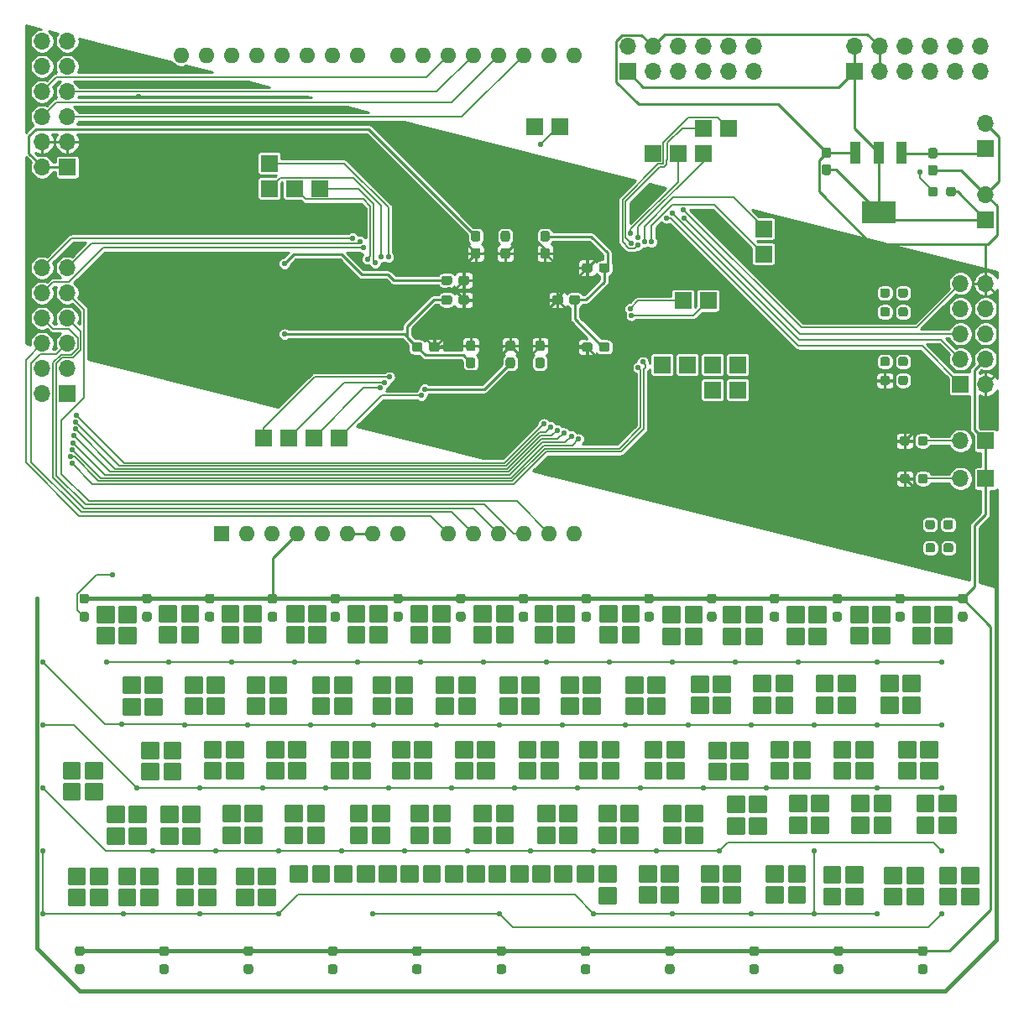
<source format=gbr>
%TF.GenerationSoftware,KiCad,Pcbnew,5.1.10*%
%TF.CreationDate,2021-08-09T15:51:23+08:00*%
%TF.ProjectId,ymmepm,796d6d65-706d-42e6-9b69-6361645f7063,rev?*%
%TF.SameCoordinates,Original*%
%TF.FileFunction,Copper,L2,Bot*%
%TF.FilePolarity,Positive*%
%FSLAX46Y46*%
G04 Gerber Fmt 4.6, Leading zero omitted, Abs format (unit mm)*
G04 Created by KiCad (PCBNEW 5.1.10) date 2021-08-09 15:51:23*
%MOMM*%
%LPD*%
G01*
G04 APERTURE LIST*
%TA.AperFunction,ComponentPad*%
%ADD10R,1.700000X1.700000*%
%TD*%
%TA.AperFunction,ComponentPad*%
%ADD11O,1.700000X1.700000*%
%TD*%
%TA.AperFunction,ComponentPad*%
%ADD12O,1.600000X1.600000*%
%TD*%
%TA.AperFunction,ComponentPad*%
%ADD13R,1.600000X1.600000*%
%TD*%
%TA.AperFunction,SMDPad,CuDef*%
%ADD14R,1.000000X2.200000*%
%TD*%
%TA.AperFunction,SMDPad,CuDef*%
%ADD15R,3.500000X2.200000*%
%TD*%
%TA.AperFunction,ViaPad*%
%ADD16C,0.558800*%
%TD*%
%TA.AperFunction,Conductor*%
%ADD17C,0.254000*%
%TD*%
%TA.AperFunction,Conductor*%
%ADD18C,0.381000*%
%TD*%
%TA.AperFunction,Conductor*%
%ADD19C,0.152400*%
%TD*%
%TA.AperFunction,Conductor*%
%ADD20C,0.100000*%
%TD*%
%TA.AperFunction,NonConductor*%
%ADD21C,0.254000*%
%TD*%
%TA.AperFunction,NonConductor*%
%ADD22C,0.100000*%
%TD*%
G04 APERTURE END LIST*
%TO.P,R36,2*%
%TO.N,+3V3*%
%TA.AperFunction,SMDPad,CuDef*%
G36*
G01*
X168676500Y-72564000D02*
X168676500Y-72089000D01*
G75*
G02*
X168914000Y-71851500I237500J0D01*
G01*
X169414000Y-71851500D01*
G75*
G02*
X169651500Y-72089000I0J-237500D01*
G01*
X169651500Y-72564000D01*
G75*
G02*
X169414000Y-72801500I-237500J0D01*
G01*
X168914000Y-72801500D01*
G75*
G02*
X168676500Y-72564000I0J237500D01*
G01*
G37*
%TD.AperFunction*%
%TO.P,R36,1*%
%TO.N,Net-(D4-Pad2)*%
%TA.AperFunction,SMDPad,CuDef*%
G36*
G01*
X166851500Y-72564000D02*
X166851500Y-72089000D01*
G75*
G02*
X167089000Y-71851500I237500J0D01*
G01*
X167589000Y-71851500D01*
G75*
G02*
X167826500Y-72089000I0J-237500D01*
G01*
X167826500Y-72564000D01*
G75*
G02*
X167589000Y-72801500I-237500J0D01*
G01*
X167089000Y-72801500D01*
G75*
G02*
X166851500Y-72564000I0J237500D01*
G01*
G37*
%TD.AperFunction*%
%TD*%
D10*
%TO.P,J40,1*%
%TO.N,/IO87*%
X102933500Y-72009000D03*
%TD*%
%TO.P,J39,1*%
%TO.N,/IO86*%
X105473500Y-72009000D03*
%TD*%
%TO.P,J38,1*%
%TO.N,/IO85*%
X100393500Y-72009000D03*
%TD*%
%TO.P,J37,1*%
%TO.N,/IO84*%
X100393500Y-69469000D03*
%TD*%
%TO.P,J36,1*%
%TO.N,/IO109*%
X107442000Y-97155000D03*
%TD*%
%TO.P,J35,1*%
%TO.N,/IO108*%
X104902000Y-97155000D03*
%TD*%
%TO.P,J34,1*%
%TO.N,/IO107*%
X102362000Y-97155000D03*
%TD*%
%TO.P,J33,1*%
%TO.N,/IO106*%
X99822000Y-97155000D03*
%TD*%
%TO.P,J32,1*%
%TO.N,/IO144*%
X145097500Y-92329000D03*
%TD*%
%TO.P,J31,1*%
%TO.N,/IO143*%
X147637500Y-92329000D03*
%TD*%
%TO.P,J30,1*%
%TO.N,/IO1*%
X147637500Y-89789000D03*
%TD*%
%TO.P,J29,1*%
%TO.N,/IO2*%
X145097500Y-89789000D03*
%TD*%
%TO.P,J28,1*%
%TO.N,/IO3*%
X142557500Y-89789000D03*
%TD*%
%TO.P,J27,1*%
%TO.N,/IO27*%
X150241000Y-78613000D03*
%TD*%
%TO.P,J26,1*%
%TO.N,/IO28*%
X150241000Y-76073000D03*
%TD*%
%TO.P,J25,1*%
%TO.N,/IO29*%
X146685000Y-65913000D03*
%TD*%
%TO.P,J24,1*%
%TO.N,/IO30*%
X144145000Y-65913000D03*
%TD*%
%TO.P,J23,1*%
%TO.N,/IO4*%
X140017500Y-89789000D03*
%TD*%
%TO.P,J22,1*%
%TO.N,/IO16*%
X142113000Y-83312000D03*
%TD*%
%TO.P,J21,1*%
%TO.N,/IO15*%
X144653000Y-83312000D03*
%TD*%
%TO.P,J20,1*%
%TO.N,/IO31*%
X144145000Y-68453000D03*
%TD*%
%TO.P,J19,1*%
%TO.N,/IO32*%
X141605000Y-68453000D03*
%TD*%
%TO.P,J18,1*%
%TO.N,/IO37*%
X139065000Y-68453000D03*
%TD*%
%TO.P,J17,1*%
%TO.N,/IO49*%
X127127000Y-65786000D03*
%TD*%
%TO.P,J16,1*%
%TO.N,/IO48*%
X129667000Y-65786000D03*
%TD*%
D11*
%TO.P,J15,12*%
%TO.N,/IO78*%
X77470000Y-80010000D03*
%TO.P,J15,11*%
%TO.N,/IO79*%
X80010000Y-80010000D03*
%TO.P,J15,10*%
%TO.N,/IO80*%
X77470000Y-82550000D03*
%TO.P,J15,9*%
%TO.N,/IO120*%
X80010000Y-82550000D03*
%TO.P,J15,8*%
%TO.N,/IO114*%
X77470000Y-85090000D03*
%TO.P,J15,7*%
%TO.N,/IO119*%
X80010000Y-85090000D03*
%TO.P,J15,6*%
%TO.N,/IO112*%
X77470000Y-87630000D03*
%TO.P,J15,5*%
%TO.N,/IO113*%
X80010000Y-87630000D03*
%TO.P,J15,4*%
%TO.N,GND*%
X77470000Y-90170000D03*
%TO.P,J15,3*%
X80010000Y-90170000D03*
%TO.P,J15,2*%
%TO.N,+3V3*%
X77470000Y-92710000D03*
D10*
%TO.P,J15,1*%
X80010000Y-92710000D03*
%TD*%
%TO.P,R35,2*%
%TO.N,/IO7*%
%TA.AperFunction,SMDPad,CuDef*%
G36*
G01*
X167556000Y-108030000D02*
X167556000Y-108505000D01*
G75*
G02*
X167318500Y-108742500I-237500J0D01*
G01*
X166818500Y-108742500D01*
G75*
G02*
X166581000Y-108505000I0J237500D01*
G01*
X166581000Y-108030000D01*
G75*
G02*
X166818500Y-107792500I237500J0D01*
G01*
X167318500Y-107792500D01*
G75*
G02*
X167556000Y-108030000I0J-237500D01*
G01*
G37*
%TD.AperFunction*%
%TO.P,R35,1*%
%TO.N,Net-(D3-Pad2)*%
%TA.AperFunction,SMDPad,CuDef*%
G36*
G01*
X169381000Y-108030000D02*
X169381000Y-108505000D01*
G75*
G02*
X169143500Y-108742500I-237500J0D01*
G01*
X168643500Y-108742500D01*
G75*
G02*
X168406000Y-108505000I0J237500D01*
G01*
X168406000Y-108030000D01*
G75*
G02*
X168643500Y-107792500I237500J0D01*
G01*
X169143500Y-107792500D01*
G75*
G02*
X169381000Y-108030000I0J-237500D01*
G01*
G37*
%TD.AperFunction*%
%TD*%
%TO.P,R34,2*%
%TO.N,/IO8*%
%TA.AperFunction,SMDPad,CuDef*%
G36*
G01*
X167532500Y-105680500D02*
X167532500Y-106155500D01*
G75*
G02*
X167295000Y-106393000I-237500J0D01*
G01*
X166795000Y-106393000D01*
G75*
G02*
X166557500Y-106155500I0J237500D01*
G01*
X166557500Y-105680500D01*
G75*
G02*
X166795000Y-105443000I237500J0D01*
G01*
X167295000Y-105443000D01*
G75*
G02*
X167532500Y-105680500I0J-237500D01*
G01*
G37*
%TD.AperFunction*%
%TO.P,R34,1*%
%TO.N,Net-(D2-Pad2)*%
%TA.AperFunction,SMDPad,CuDef*%
G36*
G01*
X169357500Y-105680500D02*
X169357500Y-106155500D01*
G75*
G02*
X169120000Y-106393000I-237500J0D01*
G01*
X168620000Y-106393000D01*
G75*
G02*
X168382500Y-106155500I0J237500D01*
G01*
X168382500Y-105680500D01*
G75*
G02*
X168620000Y-105443000I237500J0D01*
G01*
X169120000Y-105443000D01*
G75*
G02*
X169357500Y-105680500I0J-237500D01*
G01*
G37*
%TD.AperFunction*%
%TD*%
%TO.P,R33,2*%
%TO.N,GND*%
%TA.AperFunction,SMDPad,CuDef*%
G36*
G01*
X164992500Y-101045000D02*
X164992500Y-101520000D01*
G75*
G02*
X164755000Y-101757500I-237500J0D01*
G01*
X164255000Y-101757500D01*
G75*
G02*
X164017500Y-101520000I0J237500D01*
G01*
X164017500Y-101045000D01*
G75*
G02*
X164255000Y-100807500I237500J0D01*
G01*
X164755000Y-100807500D01*
G75*
G02*
X164992500Y-101045000I0J-237500D01*
G01*
G37*
%TD.AperFunction*%
%TO.P,R33,1*%
%TO.N,/IO11*%
%TA.AperFunction,SMDPad,CuDef*%
G36*
G01*
X166817500Y-101045000D02*
X166817500Y-101520000D01*
G75*
G02*
X166580000Y-101757500I-237500J0D01*
G01*
X166080000Y-101757500D01*
G75*
G02*
X165842500Y-101520000I0J237500D01*
G01*
X165842500Y-101045000D01*
G75*
G02*
X166080000Y-100807500I237500J0D01*
G01*
X166580000Y-100807500D01*
G75*
G02*
X166817500Y-101045000I0J-237500D01*
G01*
G37*
%TD.AperFunction*%
%TD*%
%TO.P,R32,2*%
%TO.N,GND*%
%TA.AperFunction,SMDPad,CuDef*%
G36*
G01*
X164969000Y-97235000D02*
X164969000Y-97710000D01*
G75*
G02*
X164731500Y-97947500I-237500J0D01*
G01*
X164231500Y-97947500D01*
G75*
G02*
X163994000Y-97710000I0J237500D01*
G01*
X163994000Y-97235000D01*
G75*
G02*
X164231500Y-96997500I237500J0D01*
G01*
X164731500Y-96997500D01*
G75*
G02*
X164969000Y-97235000I0J-237500D01*
G01*
G37*
%TD.AperFunction*%
%TO.P,R32,1*%
%TO.N,/IO12*%
%TA.AperFunction,SMDPad,CuDef*%
G36*
G01*
X166794000Y-97235000D02*
X166794000Y-97710000D01*
G75*
G02*
X166556500Y-97947500I-237500J0D01*
G01*
X166056500Y-97947500D01*
G75*
G02*
X165819000Y-97710000I0J237500D01*
G01*
X165819000Y-97235000D01*
G75*
G02*
X166056500Y-96997500I237500J0D01*
G01*
X166556500Y-96997500D01*
G75*
G02*
X166794000Y-97235000I0J-237500D01*
G01*
G37*
%TD.AperFunction*%
%TD*%
D11*
%TO.P,J14,2*%
%TO.N,/IO11*%
X170116500Y-101282500D03*
D10*
%TO.P,J14,1*%
%TO.N,+3V3*%
X172656500Y-101282500D03*
%TD*%
D11*
%TO.P,J13,2*%
%TO.N,/IO12*%
X170116500Y-97472500D03*
D10*
%TO.P,J13,1*%
%TO.N,+3V3*%
X172656500Y-97472500D03*
%TD*%
%TO.P,R31,2*%
%TO.N,/IO138*%
%TA.AperFunction,SMDPad,CuDef*%
G36*
G01*
X132058400Y-150285000D02*
X132533400Y-150285000D01*
G75*
G02*
X132770900Y-150522500I0J-237500D01*
G01*
X132770900Y-151022500D01*
G75*
G02*
X132533400Y-151260000I-237500J0D01*
G01*
X132058400Y-151260000D01*
G75*
G02*
X131820900Y-151022500I0J237500D01*
G01*
X131820900Y-150522500D01*
G75*
G02*
X132058400Y-150285000I237500J0D01*
G01*
G37*
%TD.AperFunction*%
%TO.P,R31,1*%
%TO.N,+3V3*%
%TA.AperFunction,SMDPad,CuDef*%
G36*
G01*
X132058400Y-148460000D02*
X132533400Y-148460000D01*
G75*
G02*
X132770900Y-148697500I0J-237500D01*
G01*
X132770900Y-149197500D01*
G75*
G02*
X132533400Y-149435000I-237500J0D01*
G01*
X132058400Y-149435000D01*
G75*
G02*
X131820900Y-149197500I0J237500D01*
G01*
X131820900Y-148697500D01*
G75*
G02*
X132058400Y-148460000I237500J0D01*
G01*
G37*
%TD.AperFunction*%
%TD*%
%TO.P,R30,2*%
%TO.N,/IO123*%
%TA.AperFunction,SMDPad,CuDef*%
G36*
G01*
X170107600Y-114725000D02*
X170582600Y-114725000D01*
G75*
G02*
X170820100Y-114962500I0J-237500D01*
G01*
X170820100Y-115462500D01*
G75*
G02*
X170582600Y-115700000I-237500J0D01*
G01*
X170107600Y-115700000D01*
G75*
G02*
X169870100Y-115462500I0J237500D01*
G01*
X169870100Y-114962500D01*
G75*
G02*
X170107600Y-114725000I237500J0D01*
G01*
G37*
%TD.AperFunction*%
%TO.P,R30,1*%
%TO.N,+3V3*%
%TA.AperFunction,SMDPad,CuDef*%
G36*
G01*
X170107600Y-112900000D02*
X170582600Y-112900000D01*
G75*
G02*
X170820100Y-113137500I0J-237500D01*
G01*
X170820100Y-113637500D01*
G75*
G02*
X170582600Y-113875000I-237500J0D01*
G01*
X170107600Y-113875000D01*
G75*
G02*
X169870100Y-113637500I0J237500D01*
G01*
X169870100Y-113137500D01*
G75*
G02*
X170107600Y-112900000I237500J0D01*
G01*
G37*
%TD.AperFunction*%
%TD*%
%TO.P,R29,2*%
%TO.N,/IO139*%
%TA.AperFunction,SMDPad,CuDef*%
G36*
G01*
X123555750Y-150285000D02*
X124030750Y-150285000D01*
G75*
G02*
X124268250Y-150522500I0J-237500D01*
G01*
X124268250Y-151022500D01*
G75*
G02*
X124030750Y-151260000I-237500J0D01*
G01*
X123555750Y-151260000D01*
G75*
G02*
X123318250Y-151022500I0J237500D01*
G01*
X123318250Y-150522500D01*
G75*
G02*
X123555750Y-150285000I237500J0D01*
G01*
G37*
%TD.AperFunction*%
%TO.P,R29,1*%
%TO.N,+3V3*%
%TA.AperFunction,SMDPad,CuDef*%
G36*
G01*
X123555750Y-148460000D02*
X124030750Y-148460000D01*
G75*
G02*
X124268250Y-148697500I0J-237500D01*
G01*
X124268250Y-149197500D01*
G75*
G02*
X124030750Y-149435000I-237500J0D01*
G01*
X123555750Y-149435000D01*
G75*
G02*
X123318250Y-149197500I0J237500D01*
G01*
X123318250Y-148697500D01*
G75*
G02*
X123555750Y-148460000I237500J0D01*
G01*
G37*
%TD.AperFunction*%
%TD*%
%TO.P,R28,2*%
%TO.N,/IO122*%
%TA.AperFunction,SMDPad,CuDef*%
G36*
G01*
X163777546Y-114725000D02*
X164252546Y-114725000D01*
G75*
G02*
X164490046Y-114962500I0J-237500D01*
G01*
X164490046Y-115462500D01*
G75*
G02*
X164252546Y-115700000I-237500J0D01*
G01*
X163777546Y-115700000D01*
G75*
G02*
X163540046Y-115462500I0J237500D01*
G01*
X163540046Y-114962500D01*
G75*
G02*
X163777546Y-114725000I237500J0D01*
G01*
G37*
%TD.AperFunction*%
%TO.P,R28,1*%
%TO.N,+3V3*%
%TA.AperFunction,SMDPad,CuDef*%
G36*
G01*
X163777546Y-112900000D02*
X164252546Y-112900000D01*
G75*
G02*
X164490046Y-113137500I0J-237500D01*
G01*
X164490046Y-113637500D01*
G75*
G02*
X164252546Y-113875000I-237500J0D01*
G01*
X163777546Y-113875000D01*
G75*
G02*
X163540046Y-113637500I0J237500D01*
G01*
X163540046Y-113137500D01*
G75*
G02*
X163777546Y-112900000I237500J0D01*
G01*
G37*
%TD.AperFunction*%
%TD*%
%TO.P,R27,2*%
%TO.N,/IO125*%
%TA.AperFunction,SMDPad,CuDef*%
G36*
G01*
X166069000Y-150285000D02*
X166544000Y-150285000D01*
G75*
G02*
X166781500Y-150522500I0J-237500D01*
G01*
X166781500Y-151022500D01*
G75*
G02*
X166544000Y-151260000I-237500J0D01*
G01*
X166069000Y-151260000D01*
G75*
G02*
X165831500Y-151022500I0J237500D01*
G01*
X165831500Y-150522500D01*
G75*
G02*
X166069000Y-150285000I237500J0D01*
G01*
G37*
%TD.AperFunction*%
%TO.P,R27,1*%
%TO.N,+3V3*%
%TA.AperFunction,SMDPad,CuDef*%
G36*
G01*
X166069000Y-148460000D02*
X166544000Y-148460000D01*
G75*
G02*
X166781500Y-148697500I0J-237500D01*
G01*
X166781500Y-149197500D01*
G75*
G02*
X166544000Y-149435000I-237500J0D01*
G01*
X166069000Y-149435000D01*
G75*
G02*
X165831500Y-149197500I0J237500D01*
G01*
X165831500Y-148697500D01*
G75*
G02*
X166069000Y-148460000I237500J0D01*
G01*
G37*
%TD.AperFunction*%
%TD*%
%TO.P,R26,2*%
%TO.N,/IO105*%
%TA.AperFunction,SMDPad,CuDef*%
G36*
G01*
X157447504Y-114725000D02*
X157922504Y-114725000D01*
G75*
G02*
X158160004Y-114962500I0J-237500D01*
G01*
X158160004Y-115462500D01*
G75*
G02*
X157922504Y-115700000I-237500J0D01*
G01*
X157447504Y-115700000D01*
G75*
G02*
X157210004Y-115462500I0J237500D01*
G01*
X157210004Y-114962500D01*
G75*
G02*
X157447504Y-114725000I237500J0D01*
G01*
G37*
%TD.AperFunction*%
%TO.P,R26,1*%
%TO.N,+3V3*%
%TA.AperFunction,SMDPad,CuDef*%
G36*
G01*
X157447504Y-112900000D02*
X157922504Y-112900000D01*
G75*
G02*
X158160004Y-113137500I0J-237500D01*
G01*
X158160004Y-113637500D01*
G75*
G02*
X157922504Y-113875000I-237500J0D01*
G01*
X157447504Y-113875000D01*
G75*
G02*
X157210004Y-113637500I0J237500D01*
G01*
X157210004Y-113137500D01*
G75*
G02*
X157447504Y-112900000I237500J0D01*
G01*
G37*
%TD.AperFunction*%
%TD*%
%TO.P,R25,2*%
%TO.N,/IO127*%
%TA.AperFunction,SMDPad,CuDef*%
G36*
G01*
X157566350Y-150285000D02*
X158041350Y-150285000D01*
G75*
G02*
X158278850Y-150522500I0J-237500D01*
G01*
X158278850Y-151022500D01*
G75*
G02*
X158041350Y-151260000I-237500J0D01*
G01*
X157566350Y-151260000D01*
G75*
G02*
X157328850Y-151022500I0J237500D01*
G01*
X157328850Y-150522500D01*
G75*
G02*
X157566350Y-150285000I237500J0D01*
G01*
G37*
%TD.AperFunction*%
%TO.P,R25,1*%
%TO.N,+3V3*%
%TA.AperFunction,SMDPad,CuDef*%
G36*
G01*
X157566350Y-148460000D02*
X158041350Y-148460000D01*
G75*
G02*
X158278850Y-148697500I0J-237500D01*
G01*
X158278850Y-149197500D01*
G75*
G02*
X158041350Y-149435000I-237500J0D01*
G01*
X157566350Y-149435000D01*
G75*
G02*
X157328850Y-149197500I0J237500D01*
G01*
X157328850Y-148697500D01*
G75*
G02*
X157566350Y-148460000I237500J0D01*
G01*
G37*
%TD.AperFunction*%
%TD*%
%TO.P,R24,2*%
%TO.N,/IO104*%
%TA.AperFunction,SMDPad,CuDef*%
G36*
G01*
X151117462Y-114725000D02*
X151592462Y-114725000D01*
G75*
G02*
X151829962Y-114962500I0J-237500D01*
G01*
X151829962Y-115462500D01*
G75*
G02*
X151592462Y-115700000I-237500J0D01*
G01*
X151117462Y-115700000D01*
G75*
G02*
X150879962Y-115462500I0J237500D01*
G01*
X150879962Y-114962500D01*
G75*
G02*
X151117462Y-114725000I237500J0D01*
G01*
G37*
%TD.AperFunction*%
%TO.P,R24,1*%
%TO.N,+3V3*%
%TA.AperFunction,SMDPad,CuDef*%
G36*
G01*
X151117462Y-112900000D02*
X151592462Y-112900000D01*
G75*
G02*
X151829962Y-113137500I0J-237500D01*
G01*
X151829962Y-113637500D01*
G75*
G02*
X151592462Y-113875000I-237500J0D01*
G01*
X151117462Y-113875000D01*
G75*
G02*
X150879962Y-113637500I0J237500D01*
G01*
X150879962Y-113137500D01*
G75*
G02*
X151117462Y-112900000I237500J0D01*
G01*
G37*
%TD.AperFunction*%
%TD*%
%TO.P,R23,2*%
%TO.N,/IO129*%
%TA.AperFunction,SMDPad,CuDef*%
G36*
G01*
X149063700Y-150285000D02*
X149538700Y-150285000D01*
G75*
G02*
X149776200Y-150522500I0J-237500D01*
G01*
X149776200Y-151022500D01*
G75*
G02*
X149538700Y-151260000I-237500J0D01*
G01*
X149063700Y-151260000D01*
G75*
G02*
X148826200Y-151022500I0J237500D01*
G01*
X148826200Y-150522500D01*
G75*
G02*
X149063700Y-150285000I237500J0D01*
G01*
G37*
%TD.AperFunction*%
%TO.P,R23,1*%
%TO.N,+3V3*%
%TA.AperFunction,SMDPad,CuDef*%
G36*
G01*
X149063700Y-148460000D02*
X149538700Y-148460000D01*
G75*
G02*
X149776200Y-148697500I0J-237500D01*
G01*
X149776200Y-149197500D01*
G75*
G02*
X149538700Y-149435000I-237500J0D01*
G01*
X149063700Y-149435000D01*
G75*
G02*
X148826200Y-149197500I0J237500D01*
G01*
X148826200Y-148697500D01*
G75*
G02*
X149063700Y-148460000I237500J0D01*
G01*
G37*
%TD.AperFunction*%
%TD*%
%TO.P,R22,2*%
%TO.N,/IO103*%
%TA.AperFunction,SMDPad,CuDef*%
G36*
G01*
X144787420Y-114725000D02*
X145262420Y-114725000D01*
G75*
G02*
X145499920Y-114962500I0J-237500D01*
G01*
X145499920Y-115462500D01*
G75*
G02*
X145262420Y-115700000I-237500J0D01*
G01*
X144787420Y-115700000D01*
G75*
G02*
X144549920Y-115462500I0J237500D01*
G01*
X144549920Y-114962500D01*
G75*
G02*
X144787420Y-114725000I237500J0D01*
G01*
G37*
%TD.AperFunction*%
%TO.P,R22,1*%
%TO.N,+3V3*%
%TA.AperFunction,SMDPad,CuDef*%
G36*
G01*
X144787420Y-112900000D02*
X145262420Y-112900000D01*
G75*
G02*
X145499920Y-113137500I0J-237500D01*
G01*
X145499920Y-113637500D01*
G75*
G02*
X145262420Y-113875000I-237500J0D01*
G01*
X144787420Y-113875000D01*
G75*
G02*
X144549920Y-113637500I0J237500D01*
G01*
X144549920Y-113137500D01*
G75*
G02*
X144787420Y-112900000I237500J0D01*
G01*
G37*
%TD.AperFunction*%
%TD*%
%TO.P,R21,2*%
%TO.N,/IO137*%
%TA.AperFunction,SMDPad,CuDef*%
G36*
G01*
X140561050Y-150285000D02*
X141036050Y-150285000D01*
G75*
G02*
X141273550Y-150522500I0J-237500D01*
G01*
X141273550Y-151022500D01*
G75*
G02*
X141036050Y-151260000I-237500J0D01*
G01*
X140561050Y-151260000D01*
G75*
G02*
X140323550Y-151022500I0J237500D01*
G01*
X140323550Y-150522500D01*
G75*
G02*
X140561050Y-150285000I237500J0D01*
G01*
G37*
%TD.AperFunction*%
%TO.P,R21,1*%
%TO.N,+3V3*%
%TA.AperFunction,SMDPad,CuDef*%
G36*
G01*
X140561050Y-148460000D02*
X141036050Y-148460000D01*
G75*
G02*
X141273550Y-148697500I0J-237500D01*
G01*
X141273550Y-149197500D01*
G75*
G02*
X141036050Y-149435000I-237500J0D01*
G01*
X140561050Y-149435000D01*
G75*
G02*
X140323550Y-149197500I0J237500D01*
G01*
X140323550Y-148697500D01*
G75*
G02*
X140561050Y-148460000I237500J0D01*
G01*
G37*
%TD.AperFunction*%
%TD*%
%TO.P,R20,2*%
%TO.N,/IO102*%
%TA.AperFunction,SMDPad,CuDef*%
G36*
G01*
X138457378Y-114725000D02*
X138932378Y-114725000D01*
G75*
G02*
X139169878Y-114962500I0J-237500D01*
G01*
X139169878Y-115462500D01*
G75*
G02*
X138932378Y-115700000I-237500J0D01*
G01*
X138457378Y-115700000D01*
G75*
G02*
X138219878Y-115462500I0J237500D01*
G01*
X138219878Y-114962500D01*
G75*
G02*
X138457378Y-114725000I237500J0D01*
G01*
G37*
%TD.AperFunction*%
%TO.P,R20,1*%
%TO.N,+3V3*%
%TA.AperFunction,SMDPad,CuDef*%
G36*
G01*
X138457378Y-112900000D02*
X138932378Y-112900000D01*
G75*
G02*
X139169878Y-113137500I0J-237500D01*
G01*
X139169878Y-113637500D01*
G75*
G02*
X138932378Y-113875000I-237500J0D01*
G01*
X138457378Y-113875000D01*
G75*
G02*
X138219878Y-113637500I0J237500D01*
G01*
X138219878Y-113137500D01*
G75*
G02*
X138457378Y-112900000I237500J0D01*
G01*
G37*
%TD.AperFunction*%
%TD*%
%TO.P,R19,2*%
%TO.N,/IO140*%
%TA.AperFunction,SMDPad,CuDef*%
G36*
G01*
X115053100Y-150285000D02*
X115528100Y-150285000D01*
G75*
G02*
X115765600Y-150522500I0J-237500D01*
G01*
X115765600Y-151022500D01*
G75*
G02*
X115528100Y-151260000I-237500J0D01*
G01*
X115053100Y-151260000D01*
G75*
G02*
X114815600Y-151022500I0J237500D01*
G01*
X114815600Y-150522500D01*
G75*
G02*
X115053100Y-150285000I237500J0D01*
G01*
G37*
%TD.AperFunction*%
%TO.P,R19,1*%
%TO.N,+3V3*%
%TA.AperFunction,SMDPad,CuDef*%
G36*
G01*
X115053100Y-148460000D02*
X115528100Y-148460000D01*
G75*
G02*
X115765600Y-148697500I0J-237500D01*
G01*
X115765600Y-149197500D01*
G75*
G02*
X115528100Y-149435000I-237500J0D01*
G01*
X115053100Y-149435000D01*
G75*
G02*
X114815600Y-149197500I0J237500D01*
G01*
X114815600Y-148697500D01*
G75*
G02*
X115053100Y-148460000I237500J0D01*
G01*
G37*
%TD.AperFunction*%
%TD*%
%TO.P,R18,2*%
%TO.N,/IO101*%
%TA.AperFunction,SMDPad,CuDef*%
G36*
G01*
X132127336Y-114725000D02*
X132602336Y-114725000D01*
G75*
G02*
X132839836Y-114962500I0J-237500D01*
G01*
X132839836Y-115462500D01*
G75*
G02*
X132602336Y-115700000I-237500J0D01*
G01*
X132127336Y-115700000D01*
G75*
G02*
X131889836Y-115462500I0J237500D01*
G01*
X131889836Y-114962500D01*
G75*
G02*
X132127336Y-114725000I237500J0D01*
G01*
G37*
%TD.AperFunction*%
%TO.P,R18,1*%
%TO.N,+3V3*%
%TA.AperFunction,SMDPad,CuDef*%
G36*
G01*
X132127336Y-112900000D02*
X132602336Y-112900000D01*
G75*
G02*
X132839836Y-113137500I0J-237500D01*
G01*
X132839836Y-113637500D01*
G75*
G02*
X132602336Y-113875000I-237500J0D01*
G01*
X132127336Y-113875000D01*
G75*
G02*
X131889836Y-113637500I0J237500D01*
G01*
X131889836Y-113137500D01*
G75*
G02*
X132127336Y-112900000I237500J0D01*
G01*
G37*
%TD.AperFunction*%
%TD*%
%TO.P,R17,2*%
%TO.N,/IO141*%
%TA.AperFunction,SMDPad,CuDef*%
G36*
G01*
X106550450Y-150285000D02*
X107025450Y-150285000D01*
G75*
G02*
X107262950Y-150522500I0J-237500D01*
G01*
X107262950Y-151022500D01*
G75*
G02*
X107025450Y-151260000I-237500J0D01*
G01*
X106550450Y-151260000D01*
G75*
G02*
X106312950Y-151022500I0J237500D01*
G01*
X106312950Y-150522500D01*
G75*
G02*
X106550450Y-150285000I237500J0D01*
G01*
G37*
%TD.AperFunction*%
%TO.P,R17,1*%
%TO.N,+3V3*%
%TA.AperFunction,SMDPad,CuDef*%
G36*
G01*
X106550450Y-148460000D02*
X107025450Y-148460000D01*
G75*
G02*
X107262950Y-148697500I0J-237500D01*
G01*
X107262950Y-149197500D01*
G75*
G02*
X107025450Y-149435000I-237500J0D01*
G01*
X106550450Y-149435000D01*
G75*
G02*
X106312950Y-149197500I0J237500D01*
G01*
X106312950Y-148697500D01*
G75*
G02*
X106550450Y-148460000I237500J0D01*
G01*
G37*
%TD.AperFunction*%
%TD*%
%TO.P,R16,2*%
%TO.N,/IO98*%
%TA.AperFunction,SMDPad,CuDef*%
G36*
G01*
X125797294Y-114725000D02*
X126272294Y-114725000D01*
G75*
G02*
X126509794Y-114962500I0J-237500D01*
G01*
X126509794Y-115462500D01*
G75*
G02*
X126272294Y-115700000I-237500J0D01*
G01*
X125797294Y-115700000D01*
G75*
G02*
X125559794Y-115462500I0J237500D01*
G01*
X125559794Y-114962500D01*
G75*
G02*
X125797294Y-114725000I237500J0D01*
G01*
G37*
%TD.AperFunction*%
%TO.P,R16,1*%
%TO.N,+3V3*%
%TA.AperFunction,SMDPad,CuDef*%
G36*
G01*
X125797294Y-112900000D02*
X126272294Y-112900000D01*
G75*
G02*
X126509794Y-113137500I0J-237500D01*
G01*
X126509794Y-113637500D01*
G75*
G02*
X126272294Y-113875000I-237500J0D01*
G01*
X125797294Y-113875000D01*
G75*
G02*
X125559794Y-113637500I0J237500D01*
G01*
X125559794Y-113137500D01*
G75*
G02*
X125797294Y-112900000I237500J0D01*
G01*
G37*
%TD.AperFunction*%
%TD*%
%TO.P,R15,2*%
%TO.N,/IO142*%
%TA.AperFunction,SMDPad,CuDef*%
G36*
G01*
X98047800Y-150285000D02*
X98522800Y-150285000D01*
G75*
G02*
X98760300Y-150522500I0J-237500D01*
G01*
X98760300Y-151022500D01*
G75*
G02*
X98522800Y-151260000I-237500J0D01*
G01*
X98047800Y-151260000D01*
G75*
G02*
X97810300Y-151022500I0J237500D01*
G01*
X97810300Y-150522500D01*
G75*
G02*
X98047800Y-150285000I237500J0D01*
G01*
G37*
%TD.AperFunction*%
%TO.P,R15,1*%
%TO.N,+3V3*%
%TA.AperFunction,SMDPad,CuDef*%
G36*
G01*
X98047800Y-148460000D02*
X98522800Y-148460000D01*
G75*
G02*
X98760300Y-148697500I0J-237500D01*
G01*
X98760300Y-149197500D01*
G75*
G02*
X98522800Y-149435000I-237500J0D01*
G01*
X98047800Y-149435000D01*
G75*
G02*
X97810300Y-149197500I0J237500D01*
G01*
X97810300Y-148697500D01*
G75*
G02*
X98047800Y-148460000I237500J0D01*
G01*
G37*
%TD.AperFunction*%
%TD*%
%TO.P,R14,2*%
%TO.N,/IO97*%
%TA.AperFunction,SMDPad,CuDef*%
G36*
G01*
X119467252Y-114725000D02*
X119942252Y-114725000D01*
G75*
G02*
X120179752Y-114962500I0J-237500D01*
G01*
X120179752Y-115462500D01*
G75*
G02*
X119942252Y-115700000I-237500J0D01*
G01*
X119467252Y-115700000D01*
G75*
G02*
X119229752Y-115462500I0J237500D01*
G01*
X119229752Y-114962500D01*
G75*
G02*
X119467252Y-114725000I237500J0D01*
G01*
G37*
%TD.AperFunction*%
%TO.P,R14,1*%
%TO.N,+3V3*%
%TA.AperFunction,SMDPad,CuDef*%
G36*
G01*
X119467252Y-112900000D02*
X119942252Y-112900000D01*
G75*
G02*
X120179752Y-113137500I0J-237500D01*
G01*
X120179752Y-113637500D01*
G75*
G02*
X119942252Y-113875000I-237500J0D01*
G01*
X119467252Y-113875000D01*
G75*
G02*
X119229752Y-113637500I0J237500D01*
G01*
X119229752Y-113137500D01*
G75*
G02*
X119467252Y-112900000I237500J0D01*
G01*
G37*
%TD.AperFunction*%
%TD*%
%TO.P,R13,2*%
%TO.N,/IO5*%
%TA.AperFunction,SMDPad,CuDef*%
G36*
G01*
X89545150Y-150285000D02*
X90020150Y-150285000D01*
G75*
G02*
X90257650Y-150522500I0J-237500D01*
G01*
X90257650Y-151022500D01*
G75*
G02*
X90020150Y-151260000I-237500J0D01*
G01*
X89545150Y-151260000D01*
G75*
G02*
X89307650Y-151022500I0J237500D01*
G01*
X89307650Y-150522500D01*
G75*
G02*
X89545150Y-150285000I237500J0D01*
G01*
G37*
%TD.AperFunction*%
%TO.P,R13,1*%
%TO.N,+3V3*%
%TA.AperFunction,SMDPad,CuDef*%
G36*
G01*
X89545150Y-148460000D02*
X90020150Y-148460000D01*
G75*
G02*
X90257650Y-148697500I0J-237500D01*
G01*
X90257650Y-149197500D01*
G75*
G02*
X90020150Y-149435000I-237500J0D01*
G01*
X89545150Y-149435000D01*
G75*
G02*
X89307650Y-149197500I0J237500D01*
G01*
X89307650Y-148697500D01*
G75*
G02*
X89545150Y-148460000I237500J0D01*
G01*
G37*
%TD.AperFunction*%
%TD*%
%TO.P,R12,2*%
%TO.N,/IO96*%
%TA.AperFunction,SMDPad,CuDef*%
G36*
G01*
X113137210Y-114725000D02*
X113612210Y-114725000D01*
G75*
G02*
X113849710Y-114962500I0J-237500D01*
G01*
X113849710Y-115462500D01*
G75*
G02*
X113612210Y-115700000I-237500J0D01*
G01*
X113137210Y-115700000D01*
G75*
G02*
X112899710Y-115462500I0J237500D01*
G01*
X112899710Y-114962500D01*
G75*
G02*
X113137210Y-114725000I237500J0D01*
G01*
G37*
%TD.AperFunction*%
%TO.P,R12,1*%
%TO.N,+3V3*%
%TA.AperFunction,SMDPad,CuDef*%
G36*
G01*
X113137210Y-112900000D02*
X113612210Y-112900000D01*
G75*
G02*
X113849710Y-113137500I0J-237500D01*
G01*
X113849710Y-113637500D01*
G75*
G02*
X113612210Y-113875000I-237500J0D01*
G01*
X113137210Y-113875000D01*
G75*
G02*
X112899710Y-113637500I0J237500D01*
G01*
X112899710Y-113137500D01*
G75*
G02*
X113137210Y-112900000I237500J0D01*
G01*
G37*
%TD.AperFunction*%
%TD*%
%TO.P,R11,2*%
%TO.N,/IO6*%
%TA.AperFunction,SMDPad,CuDef*%
G36*
G01*
X81042500Y-150285000D02*
X81517500Y-150285000D01*
G75*
G02*
X81755000Y-150522500I0J-237500D01*
G01*
X81755000Y-151022500D01*
G75*
G02*
X81517500Y-151260000I-237500J0D01*
G01*
X81042500Y-151260000D01*
G75*
G02*
X80805000Y-151022500I0J237500D01*
G01*
X80805000Y-150522500D01*
G75*
G02*
X81042500Y-150285000I237500J0D01*
G01*
G37*
%TD.AperFunction*%
%TO.P,R11,1*%
%TO.N,+3V3*%
%TA.AperFunction,SMDPad,CuDef*%
G36*
G01*
X81042500Y-148460000D02*
X81517500Y-148460000D01*
G75*
G02*
X81755000Y-148697500I0J-237500D01*
G01*
X81755000Y-149197500D01*
G75*
G02*
X81517500Y-149435000I-237500J0D01*
G01*
X81042500Y-149435000D01*
G75*
G02*
X80805000Y-149197500I0J237500D01*
G01*
X80805000Y-148697500D01*
G75*
G02*
X81042500Y-148460000I237500J0D01*
G01*
G37*
%TD.AperFunction*%
%TD*%
%TO.P,R10,2*%
%TO.N,/IO95*%
%TA.AperFunction,SMDPad,CuDef*%
G36*
G01*
X106807168Y-114725000D02*
X107282168Y-114725000D01*
G75*
G02*
X107519668Y-114962500I0J-237500D01*
G01*
X107519668Y-115462500D01*
G75*
G02*
X107282168Y-115700000I-237500J0D01*
G01*
X106807168Y-115700000D01*
G75*
G02*
X106569668Y-115462500I0J237500D01*
G01*
X106569668Y-114962500D01*
G75*
G02*
X106807168Y-114725000I237500J0D01*
G01*
G37*
%TD.AperFunction*%
%TO.P,R10,1*%
%TO.N,+3V3*%
%TA.AperFunction,SMDPad,CuDef*%
G36*
G01*
X106807168Y-112900000D02*
X107282168Y-112900000D01*
G75*
G02*
X107519668Y-113137500I0J-237500D01*
G01*
X107519668Y-113637500D01*
G75*
G02*
X107282168Y-113875000I-237500J0D01*
G01*
X106807168Y-113875000D01*
G75*
G02*
X106569668Y-113637500I0J237500D01*
G01*
X106569668Y-113137500D01*
G75*
G02*
X106807168Y-112900000I237500J0D01*
G01*
G37*
%TD.AperFunction*%
%TD*%
%TO.P,R9,2*%
%TO.N,/IO94*%
%TA.AperFunction,SMDPad,CuDef*%
G36*
G01*
X100477126Y-114725000D02*
X100952126Y-114725000D01*
G75*
G02*
X101189626Y-114962500I0J-237500D01*
G01*
X101189626Y-115462500D01*
G75*
G02*
X100952126Y-115700000I-237500J0D01*
G01*
X100477126Y-115700000D01*
G75*
G02*
X100239626Y-115462500I0J237500D01*
G01*
X100239626Y-114962500D01*
G75*
G02*
X100477126Y-114725000I237500J0D01*
G01*
G37*
%TD.AperFunction*%
%TO.P,R9,1*%
%TO.N,+3V3*%
%TA.AperFunction,SMDPad,CuDef*%
G36*
G01*
X100477126Y-112900000D02*
X100952126Y-112900000D01*
G75*
G02*
X101189626Y-113137500I0J-237500D01*
G01*
X101189626Y-113637500D01*
G75*
G02*
X100952126Y-113875000I-237500J0D01*
G01*
X100477126Y-113875000D01*
G75*
G02*
X100239626Y-113637500I0J237500D01*
G01*
X100239626Y-113137500D01*
G75*
G02*
X100477126Y-112900000I237500J0D01*
G01*
G37*
%TD.AperFunction*%
%TD*%
%TO.P,R8,2*%
%TO.N,/IO93*%
%TA.AperFunction,SMDPad,CuDef*%
G36*
G01*
X94147084Y-114725000D02*
X94622084Y-114725000D01*
G75*
G02*
X94859584Y-114962500I0J-237500D01*
G01*
X94859584Y-115462500D01*
G75*
G02*
X94622084Y-115700000I-237500J0D01*
G01*
X94147084Y-115700000D01*
G75*
G02*
X93909584Y-115462500I0J237500D01*
G01*
X93909584Y-114962500D01*
G75*
G02*
X94147084Y-114725000I237500J0D01*
G01*
G37*
%TD.AperFunction*%
%TO.P,R8,1*%
%TO.N,+3V3*%
%TA.AperFunction,SMDPad,CuDef*%
G36*
G01*
X94147084Y-112900000D02*
X94622084Y-112900000D01*
G75*
G02*
X94859584Y-113137500I0J-237500D01*
G01*
X94859584Y-113637500D01*
G75*
G02*
X94622084Y-113875000I-237500J0D01*
G01*
X94147084Y-113875000D01*
G75*
G02*
X93909584Y-113637500I0J237500D01*
G01*
X93909584Y-113137500D01*
G75*
G02*
X94147084Y-112900000I237500J0D01*
G01*
G37*
%TD.AperFunction*%
%TD*%
%TO.P,R7,2*%
%TO.N,/IO88*%
%TA.AperFunction,SMDPad,CuDef*%
G36*
G01*
X87817042Y-114725000D02*
X88292042Y-114725000D01*
G75*
G02*
X88529542Y-114962500I0J-237500D01*
G01*
X88529542Y-115462500D01*
G75*
G02*
X88292042Y-115700000I-237500J0D01*
G01*
X87817042Y-115700000D01*
G75*
G02*
X87579542Y-115462500I0J237500D01*
G01*
X87579542Y-114962500D01*
G75*
G02*
X87817042Y-114725000I237500J0D01*
G01*
G37*
%TD.AperFunction*%
%TO.P,R7,1*%
%TO.N,+3V3*%
%TA.AperFunction,SMDPad,CuDef*%
G36*
G01*
X87817042Y-112900000D02*
X88292042Y-112900000D01*
G75*
G02*
X88529542Y-113137500I0J-237500D01*
G01*
X88529542Y-113637500D01*
G75*
G02*
X88292042Y-113875000I-237500J0D01*
G01*
X87817042Y-113875000D01*
G75*
G02*
X87579542Y-113637500I0J237500D01*
G01*
X87579542Y-113137500D01*
G75*
G02*
X87817042Y-112900000I237500J0D01*
G01*
G37*
%TD.AperFunction*%
%TD*%
%TO.P,R6,2*%
%TO.N,/IO81*%
%TA.AperFunction,SMDPad,CuDef*%
G36*
G01*
X81487000Y-114725000D02*
X81962000Y-114725000D01*
G75*
G02*
X82199500Y-114962500I0J-237500D01*
G01*
X82199500Y-115462500D01*
G75*
G02*
X81962000Y-115700000I-237500J0D01*
G01*
X81487000Y-115700000D01*
G75*
G02*
X81249500Y-115462500I0J237500D01*
G01*
X81249500Y-114962500D01*
G75*
G02*
X81487000Y-114725000I237500J0D01*
G01*
G37*
%TD.AperFunction*%
%TO.P,R6,1*%
%TO.N,+3V3*%
%TA.AperFunction,SMDPad,CuDef*%
G36*
G01*
X81487000Y-112900000D02*
X81962000Y-112900000D01*
G75*
G02*
X82199500Y-113137500I0J-237500D01*
G01*
X82199500Y-113637500D01*
G75*
G02*
X81962000Y-113875000I-237500J0D01*
G01*
X81487000Y-113875000D01*
G75*
G02*
X81249500Y-113637500I0J237500D01*
G01*
X81249500Y-113137500D01*
G75*
G02*
X81487000Y-112900000I237500J0D01*
G01*
G37*
%TD.AperFunction*%
%TD*%
D11*
%TO.P,J4,12*%
%TO.N,/IO39*%
X149225000Y-57658000D03*
%TO.P,J4,11*%
%TO.N,/IO38*%
X149225000Y-60198000D03*
%TO.P,J4,10*%
%TO.N,/IO41*%
X146685000Y-57658000D03*
%TO.P,J4,9*%
%TO.N,/IO40*%
X146685000Y-60198000D03*
%TO.P,J4,8*%
%TO.N,/IO43*%
X144145000Y-57658000D03*
%TO.P,J4,7*%
%TO.N,/IO42*%
X144145000Y-60198000D03*
%TO.P,J4,6*%
%TO.N,/IO45*%
X141605000Y-57658000D03*
%TO.P,J4,5*%
%TO.N,/IO44*%
X141605000Y-60198000D03*
%TO.P,J4,4*%
%TO.N,GND*%
X139065000Y-57658000D03*
%TO.P,J4,3*%
X139065000Y-60198000D03*
%TO.P,J4,2*%
%TO.N,+3V3*%
X136525000Y-57658000D03*
D10*
%TO.P,J4,1*%
X136525000Y-60198000D03*
%TD*%
D12*
%TO.P,J10,16*%
%TO.N,/IO51*%
X128587500Y-58547000D03*
%TO.P,J10,15*%
%TO.N,/IO50*%
X131127500Y-58547000D03*
%TO.P,J10,14*%
%TO.N,/IO121*%
X131127500Y-106807000D03*
%TO.P,J10,13*%
%TO.N,/IO120*%
X128587500Y-106807000D03*
%TO.P,J10,28*%
%TO.N,/IO69*%
X96587500Y-58547000D03*
%TO.P,J10,12*%
%TO.N,/IO119*%
X126047500Y-106807000D03*
%TO.P,J10,27*%
%TO.N,/IO68*%
X99127500Y-58547000D03*
%TO.P,J10,11*%
%TO.N,/IO114*%
X123507500Y-106807000D03*
%TO.P,J10,26*%
%TO.N,/IO67*%
X101667500Y-58547000D03*
%TO.P,J10,10*%
%TO.N,/IO113*%
X120967500Y-106807000D03*
%TO.P,J10,25*%
%TO.N,/IO66*%
X104207500Y-58547000D03*
%TO.P,J10,9*%
%TO.N,/IO112*%
X118427500Y-106807000D03*
%TO.P,J10,24*%
%TO.N,/IO61*%
X106747500Y-58547000D03*
%TO.P,J10,8*%
%TO.N,Net-(J10-Pad8)*%
X113347500Y-106807000D03*
%TO.P,J10,23*%
%TO.N,/IO60*%
X109287500Y-58547000D03*
%TO.P,J10,7*%
%TO.N,GND*%
X110807500Y-106807000D03*
%TO.P,J10,22*%
%TO.N,/IO59*%
X113347500Y-58547000D03*
%TO.P,J10,6*%
%TO.N,GND*%
X108267500Y-106807000D03*
%TO.P,J10,21*%
%TO.N,/IO58*%
X115887500Y-58547000D03*
%TO.P,J10,5*%
%TO.N,Net-(J10-Pad5)*%
X105727500Y-106807000D03*
%TO.P,J10,20*%
%TO.N,/IO57*%
X118427500Y-58547000D03*
%TO.P,J10,4*%
%TO.N,+3V3*%
X103187500Y-106807000D03*
%TO.P,J10,19*%
%TO.N,/IO55*%
X120967500Y-58547000D03*
%TO.P,J10,3*%
%TO.N,Net-(J10-Pad3)*%
X100647500Y-106807000D03*
%TO.P,J10,18*%
%TO.N,/IO53*%
X123507500Y-58547000D03*
%TO.P,J10,2*%
%TO.N,Net-(J10-Pad2)*%
X98107500Y-106807000D03*
%TO.P,J10,17*%
%TO.N,/IO52*%
X126047500Y-58547000D03*
D13*
%TO.P,J10,1*%
%TO.N,Net-(J10-Pad1)*%
X95567500Y-106807000D03*
D12*
%TO.P,J10,30*%
%TO.N,/IO72*%
X91507500Y-58547000D03*
%TO.P,J10,29*%
%TO.N,/IO71*%
X94047500Y-58547000D03*
%TD*%
D11*
%TO.P,J1,10*%
%TO.N,GND*%
X172656500Y-81597500D03*
%TO.P,J1,9*%
%TO.N,/TDI*%
X170116500Y-81597500D03*
%TO.P,J1,8*%
%TO.N,Net-(J1-Pad8)*%
X172656500Y-84137500D03*
%TO.P,J1,7*%
%TO.N,Net-(J1-Pad7)*%
X170116500Y-84137500D03*
%TO.P,J1,6*%
%TO.N,Net-(J1-Pad6)*%
X172656500Y-86677500D03*
%TO.P,J1,5*%
%TO.N,/TMS*%
X170116500Y-86677500D03*
%TO.P,J1,4*%
%TO.N,+3V3*%
X172656500Y-89217500D03*
%TO.P,J1,3*%
%TO.N,/TDO*%
X170116500Y-89217500D03*
%TO.P,J1,2*%
%TO.N,GND*%
X172656500Y-91757500D03*
D10*
%TO.P,J1,1*%
%TO.N,/TCK*%
X170116500Y-91757500D03*
%TD*%
D11*
%TO.P,J9,2*%
%TO.N,GND*%
X172656500Y-72644000D03*
D10*
%TO.P,J9,1*%
%TO.N,+3V3*%
X172656500Y-75184000D03*
%TD*%
%TO.P,J6,1*%
%TO.N,+5V*%
X172656500Y-68008500D03*
D11*
%TO.P,J6,2*%
%TO.N,GND*%
X172656500Y-65468500D03*
%TD*%
%TO.P,R4,2*%
%TO.N,+3V3*%
%TA.AperFunction,SMDPad,CuDef*%
G36*
G01*
X162984000Y-82312500D02*
X162984000Y-82787500D01*
G75*
G02*
X162746500Y-83025000I-237500J0D01*
G01*
X162246500Y-83025000D01*
G75*
G02*
X162009000Y-82787500I0J237500D01*
G01*
X162009000Y-82312500D01*
G75*
G02*
X162246500Y-82075000I237500J0D01*
G01*
X162746500Y-82075000D01*
G75*
G02*
X162984000Y-82312500I0J-237500D01*
G01*
G37*
%TD.AperFunction*%
%TO.P,R4,1*%
%TO.N,/TDI*%
%TA.AperFunction,SMDPad,CuDef*%
G36*
G01*
X164809000Y-82312500D02*
X164809000Y-82787500D01*
G75*
G02*
X164571500Y-83025000I-237500J0D01*
G01*
X164071500Y-83025000D01*
G75*
G02*
X163834000Y-82787500I0J237500D01*
G01*
X163834000Y-82312500D01*
G75*
G02*
X164071500Y-82075000I237500J0D01*
G01*
X164571500Y-82075000D01*
G75*
G02*
X164809000Y-82312500I0J-237500D01*
G01*
G37*
%TD.AperFunction*%
%TD*%
%TO.P,R3,2*%
%TO.N,+3V3*%
%TA.AperFunction,SMDPad,CuDef*%
G36*
G01*
X162984000Y-84217500D02*
X162984000Y-84692500D01*
G75*
G02*
X162746500Y-84930000I-237500J0D01*
G01*
X162246500Y-84930000D01*
G75*
G02*
X162009000Y-84692500I0J237500D01*
G01*
X162009000Y-84217500D01*
G75*
G02*
X162246500Y-83980000I237500J0D01*
G01*
X162746500Y-83980000D01*
G75*
G02*
X162984000Y-84217500I0J-237500D01*
G01*
G37*
%TD.AperFunction*%
%TO.P,R3,1*%
%TO.N,/TMS*%
%TA.AperFunction,SMDPad,CuDef*%
G36*
G01*
X164809000Y-84217500D02*
X164809000Y-84692500D01*
G75*
G02*
X164571500Y-84930000I-237500J0D01*
G01*
X164071500Y-84930000D01*
G75*
G02*
X163834000Y-84692500I0J237500D01*
G01*
X163834000Y-84217500D01*
G75*
G02*
X164071500Y-83980000I237500J0D01*
G01*
X164571500Y-83980000D01*
G75*
G02*
X164809000Y-84217500I0J-237500D01*
G01*
G37*
%TD.AperFunction*%
%TD*%
%TO.P,R2,2*%
%TO.N,+3V3*%
%TA.AperFunction,SMDPad,CuDef*%
G36*
G01*
X162984000Y-89234000D02*
X162984000Y-89709000D01*
G75*
G02*
X162746500Y-89946500I-237500J0D01*
G01*
X162246500Y-89946500D01*
G75*
G02*
X162009000Y-89709000I0J237500D01*
G01*
X162009000Y-89234000D01*
G75*
G02*
X162246500Y-88996500I237500J0D01*
G01*
X162746500Y-88996500D01*
G75*
G02*
X162984000Y-89234000I0J-237500D01*
G01*
G37*
%TD.AperFunction*%
%TO.P,R2,1*%
%TO.N,/TDO*%
%TA.AperFunction,SMDPad,CuDef*%
G36*
G01*
X164809000Y-89234000D02*
X164809000Y-89709000D01*
G75*
G02*
X164571500Y-89946500I-237500J0D01*
G01*
X164071500Y-89946500D01*
G75*
G02*
X163834000Y-89709000I0J237500D01*
G01*
X163834000Y-89234000D01*
G75*
G02*
X164071500Y-88996500I237500J0D01*
G01*
X164571500Y-88996500D01*
G75*
G02*
X164809000Y-89234000I0J-237500D01*
G01*
G37*
%TD.AperFunction*%
%TD*%
%TO.P,R1,1*%
%TO.N,/TCK*%
%TA.AperFunction,SMDPad,CuDef*%
G36*
G01*
X164809000Y-91139000D02*
X164809000Y-91614000D01*
G75*
G02*
X164571500Y-91851500I-237500J0D01*
G01*
X164071500Y-91851500D01*
G75*
G02*
X163834000Y-91614000I0J237500D01*
G01*
X163834000Y-91139000D01*
G75*
G02*
X164071500Y-90901500I237500J0D01*
G01*
X164571500Y-90901500D01*
G75*
G02*
X164809000Y-91139000I0J-237500D01*
G01*
G37*
%TD.AperFunction*%
%TO.P,R1,2*%
%TO.N,GND*%
%TA.AperFunction,SMDPad,CuDef*%
G36*
G01*
X162984000Y-91139000D02*
X162984000Y-91614000D01*
G75*
G02*
X162746500Y-91851500I-237500J0D01*
G01*
X162246500Y-91851500D01*
G75*
G02*
X162009000Y-91614000I0J237500D01*
G01*
X162009000Y-91139000D01*
G75*
G02*
X162246500Y-90901500I237500J0D01*
G01*
X162746500Y-90901500D01*
G75*
G02*
X162984000Y-91139000I0J-237500D01*
G01*
G37*
%TD.AperFunction*%
%TD*%
%TO.P,J3,12*%
%TO.N,/IO14*%
X172085000Y-57658000D03*
%TO.P,J3,11*%
%TO.N,/IO13*%
X172085000Y-60198000D03*
%TO.P,J3,10*%
%TO.N,/IO20*%
X169545000Y-57658000D03*
%TO.P,J3,9*%
%TO.N,/IO18*%
X169545000Y-60198000D03*
%TO.P,J3,8*%
%TO.N,/IO22*%
X167005000Y-57658000D03*
%TO.P,J3,7*%
%TO.N,/IO21*%
X167005000Y-60198000D03*
%TO.P,J3,6*%
%TO.N,/IO24*%
X164465000Y-57658000D03*
%TO.P,J3,5*%
%TO.N,/IO23*%
X164465000Y-60198000D03*
%TO.P,J3,4*%
%TO.N,GND*%
X161925000Y-57658000D03*
%TO.P,J3,3*%
X161925000Y-60198000D03*
%TO.P,J3,2*%
%TO.N,+3V3*%
X159385000Y-57658000D03*
D10*
%TO.P,J3,1*%
X159385000Y-60198000D03*
%TD*%
D14*
%TO.P,VR1,3*%
%TO.N,+5V*%
X164134500Y-68414000D03*
D15*
%TO.P,VR1,2*%
%TO.N,+3V3*%
X161834500Y-74414000D03*
D14*
X161834500Y-68414000D03*
%TO.P,VR1,1*%
%TO.N,GND*%
X159534500Y-68414000D03*
%TD*%
D11*
%TO.P,J2,12*%
%TO.N,/IO61*%
X77470000Y-57150000D03*
%TO.P,J2,11*%
%TO.N,/IO60*%
X80010000Y-57150000D03*
%TO.P,J2,10*%
%TO.N,/IO58*%
X77470000Y-59690000D03*
%TO.P,J2,9*%
%TO.N,/IO59*%
X80010000Y-59690000D03*
%TO.P,J2,8*%
%TO.N,/IO57*%
X77470000Y-62230000D03*
%TO.P,J2,7*%
%TO.N,/IO55*%
X80010000Y-62230000D03*
%TO.P,J2,6*%
%TO.N,/IO53*%
X77470000Y-64770000D03*
%TO.P,J2,5*%
%TO.N,/IO52*%
X80010000Y-64770000D03*
%TO.P,J2,4*%
%TO.N,GND*%
X77470000Y-67310000D03*
%TO.P,J2,3*%
X80010000Y-67310000D03*
%TO.P,J2,2*%
%TO.N,+3V3*%
X77470000Y-69850000D03*
D10*
%TO.P,J2,1*%
X80010000Y-69850000D03*
%TD*%
%TO.P,C14,2*%
%TO.N,GND*%
%TA.AperFunction,SMDPad,CuDef*%
G36*
G01*
X156828500Y-68927000D02*
X156353500Y-68927000D01*
G75*
G02*
X156116000Y-68689500I0J237500D01*
G01*
X156116000Y-68089500D01*
G75*
G02*
X156353500Y-67852000I237500J0D01*
G01*
X156828500Y-67852000D01*
G75*
G02*
X157066000Y-68089500I0J-237500D01*
G01*
X157066000Y-68689500D01*
G75*
G02*
X156828500Y-68927000I-237500J0D01*
G01*
G37*
%TD.AperFunction*%
%TO.P,C14,1*%
%TO.N,+3V3*%
%TA.AperFunction,SMDPad,CuDef*%
G36*
G01*
X156828500Y-70652000D02*
X156353500Y-70652000D01*
G75*
G02*
X156116000Y-70414500I0J237500D01*
G01*
X156116000Y-69814500D01*
G75*
G02*
X156353500Y-69577000I237500J0D01*
G01*
X156828500Y-69577000D01*
G75*
G02*
X157066000Y-69814500I0J-237500D01*
G01*
X157066000Y-70414500D01*
G75*
G02*
X156828500Y-70652000I-237500J0D01*
G01*
G37*
%TD.AperFunction*%
%TD*%
%TO.P,C13,2*%
%TO.N,GND*%
%TA.AperFunction,SMDPad,CuDef*%
G36*
G01*
X167085000Y-69630000D02*
X167560000Y-69630000D01*
G75*
G02*
X167797500Y-69867500I0J-237500D01*
G01*
X167797500Y-70467500D01*
G75*
G02*
X167560000Y-70705000I-237500J0D01*
G01*
X167085000Y-70705000D01*
G75*
G02*
X166847500Y-70467500I0J237500D01*
G01*
X166847500Y-69867500D01*
G75*
G02*
X167085000Y-69630000I237500J0D01*
G01*
G37*
%TD.AperFunction*%
%TO.P,C13,1*%
%TO.N,+5V*%
%TA.AperFunction,SMDPad,CuDef*%
G36*
G01*
X167085000Y-67905000D02*
X167560000Y-67905000D01*
G75*
G02*
X167797500Y-68142500I0J-237500D01*
G01*
X167797500Y-68742500D01*
G75*
G02*
X167560000Y-68980000I-237500J0D01*
G01*
X167085000Y-68980000D01*
G75*
G02*
X166847500Y-68742500I0J237500D01*
G01*
X166847500Y-68142500D01*
G75*
G02*
X167085000Y-67905000I237500J0D01*
G01*
G37*
%TD.AperFunction*%
%TD*%
%TO.P,C12,1*%
%TO.N,+3V3*%
%TA.AperFunction,SMDPad,CuDef*%
G36*
G01*
X124951500Y-90146500D02*
X124476500Y-90146500D01*
G75*
G02*
X124239000Y-89909000I0J237500D01*
G01*
X124239000Y-89309000D01*
G75*
G02*
X124476500Y-89071500I237500J0D01*
G01*
X124951500Y-89071500D01*
G75*
G02*
X125189000Y-89309000I0J-237500D01*
G01*
X125189000Y-89909000D01*
G75*
G02*
X124951500Y-90146500I-237500J0D01*
G01*
G37*
%TD.AperFunction*%
%TO.P,C12,2*%
%TO.N,GND*%
%TA.AperFunction,SMDPad,CuDef*%
G36*
G01*
X124951500Y-88421500D02*
X124476500Y-88421500D01*
G75*
G02*
X124239000Y-88184000I0J237500D01*
G01*
X124239000Y-87584000D01*
G75*
G02*
X124476500Y-87346500I237500J0D01*
G01*
X124951500Y-87346500D01*
G75*
G02*
X125189000Y-87584000I0J-237500D01*
G01*
X125189000Y-88184000D01*
G75*
G02*
X124951500Y-88421500I-237500J0D01*
G01*
G37*
%TD.AperFunction*%
%TD*%
%TO.P,C11,1*%
%TO.N,+3V3*%
%TA.AperFunction,SMDPad,CuDef*%
G36*
G01*
X134723500Y-79772500D02*
X134723500Y-80247500D01*
G75*
G02*
X134486000Y-80485000I-237500J0D01*
G01*
X133886000Y-80485000D01*
G75*
G02*
X133648500Y-80247500I0J237500D01*
G01*
X133648500Y-79772500D01*
G75*
G02*
X133886000Y-79535000I237500J0D01*
G01*
X134486000Y-79535000D01*
G75*
G02*
X134723500Y-79772500I0J-237500D01*
G01*
G37*
%TD.AperFunction*%
%TO.P,C11,2*%
%TO.N,GND*%
%TA.AperFunction,SMDPad,CuDef*%
G36*
G01*
X132998500Y-79772500D02*
X132998500Y-80247500D01*
G75*
G02*
X132761000Y-80485000I-237500J0D01*
G01*
X132161000Y-80485000D01*
G75*
G02*
X131923500Y-80247500I0J237500D01*
G01*
X131923500Y-79772500D01*
G75*
G02*
X132161000Y-79535000I237500J0D01*
G01*
X132761000Y-79535000D01*
G75*
G02*
X132998500Y-79772500I0J-237500D01*
G01*
G37*
%TD.AperFunction*%
%TD*%
%TO.P,C10,1*%
%TO.N,+3V3*%
%TA.AperFunction,SMDPad,CuDef*%
G36*
G01*
X134723500Y-87773500D02*
X134723500Y-88248500D01*
G75*
G02*
X134486000Y-88486000I-237500J0D01*
G01*
X133886000Y-88486000D01*
G75*
G02*
X133648500Y-88248500I0J237500D01*
G01*
X133648500Y-87773500D01*
G75*
G02*
X133886000Y-87536000I237500J0D01*
G01*
X134486000Y-87536000D01*
G75*
G02*
X134723500Y-87773500I0J-237500D01*
G01*
G37*
%TD.AperFunction*%
%TO.P,C10,2*%
%TO.N,GND*%
%TA.AperFunction,SMDPad,CuDef*%
G36*
G01*
X132998500Y-87773500D02*
X132998500Y-88248500D01*
G75*
G02*
X132761000Y-88486000I-237500J0D01*
G01*
X132161000Y-88486000D01*
G75*
G02*
X131923500Y-88248500I0J237500D01*
G01*
X131923500Y-87773500D01*
G75*
G02*
X132161000Y-87536000I237500J0D01*
G01*
X132761000Y-87536000D01*
G75*
G02*
X132998500Y-87773500I0J-237500D01*
G01*
G37*
%TD.AperFunction*%
%TD*%
%TO.P,C9,2*%
%TO.N,GND*%
%TA.AperFunction,SMDPad,CuDef*%
G36*
G01*
X119477500Y-83486000D02*
X119477500Y-83011000D01*
G75*
G02*
X119715000Y-82773500I237500J0D01*
G01*
X120315000Y-82773500D01*
G75*
G02*
X120552500Y-83011000I0J-237500D01*
G01*
X120552500Y-83486000D01*
G75*
G02*
X120315000Y-83723500I-237500J0D01*
G01*
X119715000Y-83723500D01*
G75*
G02*
X119477500Y-83486000I0J237500D01*
G01*
G37*
%TD.AperFunction*%
%TO.P,C9,1*%
%TO.N,+3V3*%
%TA.AperFunction,SMDPad,CuDef*%
G36*
G01*
X117752500Y-83486000D02*
X117752500Y-83011000D01*
G75*
G02*
X117990000Y-82773500I237500J0D01*
G01*
X118590000Y-82773500D01*
G75*
G02*
X118827500Y-83011000I0J-237500D01*
G01*
X118827500Y-83486000D01*
G75*
G02*
X118590000Y-83723500I-237500J0D01*
G01*
X117990000Y-83723500D01*
G75*
G02*
X117752500Y-83486000I0J237500D01*
G01*
G37*
%TD.AperFunction*%
%TD*%
%TO.P,C8,1*%
%TO.N,+3V3*%
%TA.AperFunction,SMDPad,CuDef*%
G36*
G01*
X117752500Y-81517500D02*
X117752500Y-81042500D01*
G75*
G02*
X117990000Y-80805000I237500J0D01*
G01*
X118590000Y-80805000D01*
G75*
G02*
X118827500Y-81042500I0J-237500D01*
G01*
X118827500Y-81517500D01*
G75*
G02*
X118590000Y-81755000I-237500J0D01*
G01*
X117990000Y-81755000D01*
G75*
G02*
X117752500Y-81517500I0J237500D01*
G01*
G37*
%TD.AperFunction*%
%TO.P,C8,2*%
%TO.N,GND*%
%TA.AperFunction,SMDPad,CuDef*%
G36*
G01*
X119477500Y-81517500D02*
X119477500Y-81042500D01*
G75*
G02*
X119715000Y-80805000I237500J0D01*
G01*
X120315000Y-80805000D01*
G75*
G02*
X120552500Y-81042500I0J-237500D01*
G01*
X120552500Y-81517500D01*
G75*
G02*
X120315000Y-81755000I-237500J0D01*
G01*
X119715000Y-81755000D01*
G75*
G02*
X119477500Y-81517500I0J237500D01*
G01*
G37*
%TD.AperFunction*%
%TD*%
%TO.P,C7,1*%
%TO.N,+3V3*%
%TA.AperFunction,SMDPad,CuDef*%
G36*
G01*
X120951000Y-90146500D02*
X120476000Y-90146500D01*
G75*
G02*
X120238500Y-89909000I0J237500D01*
G01*
X120238500Y-89309000D01*
G75*
G02*
X120476000Y-89071500I237500J0D01*
G01*
X120951000Y-89071500D01*
G75*
G02*
X121188500Y-89309000I0J-237500D01*
G01*
X121188500Y-89909000D01*
G75*
G02*
X120951000Y-90146500I-237500J0D01*
G01*
G37*
%TD.AperFunction*%
%TO.P,C7,2*%
%TO.N,GND*%
%TA.AperFunction,SMDPad,CuDef*%
G36*
G01*
X120951000Y-88421500D02*
X120476000Y-88421500D01*
G75*
G02*
X120238500Y-88184000I0J237500D01*
G01*
X120238500Y-87584000D01*
G75*
G02*
X120476000Y-87346500I237500J0D01*
G01*
X120951000Y-87346500D01*
G75*
G02*
X121188500Y-87584000I0J-237500D01*
G01*
X121188500Y-88184000D01*
G75*
G02*
X120951000Y-88421500I-237500J0D01*
G01*
G37*
%TD.AperFunction*%
%TD*%
%TO.P,C6,1*%
%TO.N,+3V3*%
%TA.AperFunction,SMDPad,CuDef*%
G36*
G01*
X114778500Y-88248500D02*
X114778500Y-87773500D01*
G75*
G02*
X115016000Y-87536000I237500J0D01*
G01*
X115616000Y-87536000D01*
G75*
G02*
X115853500Y-87773500I0J-237500D01*
G01*
X115853500Y-88248500D01*
G75*
G02*
X115616000Y-88486000I-237500J0D01*
G01*
X115016000Y-88486000D01*
G75*
G02*
X114778500Y-88248500I0J237500D01*
G01*
G37*
%TD.AperFunction*%
%TO.P,C6,2*%
%TO.N,GND*%
%TA.AperFunction,SMDPad,CuDef*%
G36*
G01*
X116503500Y-88248500D02*
X116503500Y-87773500D01*
G75*
G02*
X116741000Y-87536000I237500J0D01*
G01*
X117341000Y-87536000D01*
G75*
G02*
X117578500Y-87773500I0J-237500D01*
G01*
X117578500Y-88248500D01*
G75*
G02*
X117341000Y-88486000I-237500J0D01*
G01*
X116741000Y-88486000D01*
G75*
G02*
X116503500Y-88248500I0J237500D01*
G01*
G37*
%TD.AperFunction*%
%TD*%
%TO.P,C5,1*%
%TO.N,+3V3*%
%TA.AperFunction,SMDPad,CuDef*%
G36*
G01*
X120984000Y-76287000D02*
X121459000Y-76287000D01*
G75*
G02*
X121696500Y-76524500I0J-237500D01*
G01*
X121696500Y-77124500D01*
G75*
G02*
X121459000Y-77362000I-237500J0D01*
G01*
X120984000Y-77362000D01*
G75*
G02*
X120746500Y-77124500I0J237500D01*
G01*
X120746500Y-76524500D01*
G75*
G02*
X120984000Y-76287000I237500J0D01*
G01*
G37*
%TD.AperFunction*%
%TO.P,C5,2*%
%TO.N,GND*%
%TA.AperFunction,SMDPad,CuDef*%
G36*
G01*
X120984000Y-78012000D02*
X121459000Y-78012000D01*
G75*
G02*
X121696500Y-78249500I0J-237500D01*
G01*
X121696500Y-78849500D01*
G75*
G02*
X121459000Y-79087000I-237500J0D01*
G01*
X120984000Y-79087000D01*
G75*
G02*
X120746500Y-78849500I0J237500D01*
G01*
X120746500Y-78249500D01*
G75*
G02*
X120984000Y-78012000I237500J0D01*
G01*
G37*
%TD.AperFunction*%
%TD*%
%TO.P,C4,1*%
%TO.N,+3V3*%
%TA.AperFunction,SMDPad,CuDef*%
G36*
G01*
X127936000Y-90146500D02*
X127461000Y-90146500D01*
G75*
G02*
X127223500Y-89909000I0J237500D01*
G01*
X127223500Y-89309000D01*
G75*
G02*
X127461000Y-89071500I237500J0D01*
G01*
X127936000Y-89071500D01*
G75*
G02*
X128173500Y-89309000I0J-237500D01*
G01*
X128173500Y-89909000D01*
G75*
G02*
X127936000Y-90146500I-237500J0D01*
G01*
G37*
%TD.AperFunction*%
%TO.P,C4,2*%
%TO.N,GND*%
%TA.AperFunction,SMDPad,CuDef*%
G36*
G01*
X127936000Y-88421500D02*
X127461000Y-88421500D01*
G75*
G02*
X127223500Y-88184000I0J237500D01*
G01*
X127223500Y-87584000D01*
G75*
G02*
X127461000Y-87346500I237500J0D01*
G01*
X127936000Y-87346500D01*
G75*
G02*
X128173500Y-87584000I0J-237500D01*
G01*
X128173500Y-88184000D01*
G75*
G02*
X127936000Y-88421500I-237500J0D01*
G01*
G37*
%TD.AperFunction*%
%TD*%
%TO.P,C3,1*%
%TO.N,+3V3*%
%TA.AperFunction,SMDPad,CuDef*%
G36*
G01*
X131739000Y-83011000D02*
X131739000Y-83486000D01*
G75*
G02*
X131501500Y-83723500I-237500J0D01*
G01*
X130901500Y-83723500D01*
G75*
G02*
X130664000Y-83486000I0J237500D01*
G01*
X130664000Y-83011000D01*
G75*
G02*
X130901500Y-82773500I237500J0D01*
G01*
X131501500Y-82773500D01*
G75*
G02*
X131739000Y-83011000I0J-237500D01*
G01*
G37*
%TD.AperFunction*%
%TO.P,C3,2*%
%TO.N,GND*%
%TA.AperFunction,SMDPad,CuDef*%
G36*
G01*
X130014000Y-83011000D02*
X130014000Y-83486000D01*
G75*
G02*
X129776500Y-83723500I-237500J0D01*
G01*
X129176500Y-83723500D01*
G75*
G02*
X128939000Y-83486000I0J237500D01*
G01*
X128939000Y-83011000D01*
G75*
G02*
X129176500Y-82773500I237500J0D01*
G01*
X129776500Y-82773500D01*
G75*
G02*
X130014000Y-83011000I0J-237500D01*
G01*
G37*
%TD.AperFunction*%
%TD*%
%TO.P,C2,1*%
%TO.N,+3V3*%
%TA.AperFunction,SMDPad,CuDef*%
G36*
G01*
X127969000Y-76287000D02*
X128444000Y-76287000D01*
G75*
G02*
X128681500Y-76524500I0J-237500D01*
G01*
X128681500Y-77124500D01*
G75*
G02*
X128444000Y-77362000I-237500J0D01*
G01*
X127969000Y-77362000D01*
G75*
G02*
X127731500Y-77124500I0J237500D01*
G01*
X127731500Y-76524500D01*
G75*
G02*
X127969000Y-76287000I237500J0D01*
G01*
G37*
%TD.AperFunction*%
%TO.P,C2,2*%
%TO.N,GND*%
%TA.AperFunction,SMDPad,CuDef*%
G36*
G01*
X127969000Y-78012000D02*
X128444000Y-78012000D01*
G75*
G02*
X128681500Y-78249500I0J-237500D01*
G01*
X128681500Y-78849500D01*
G75*
G02*
X128444000Y-79087000I-237500J0D01*
G01*
X127969000Y-79087000D01*
G75*
G02*
X127731500Y-78849500I0J237500D01*
G01*
X127731500Y-78249500D01*
G75*
G02*
X127969000Y-78012000I237500J0D01*
G01*
G37*
%TD.AperFunction*%
%TD*%
%TO.P,C1,1*%
%TO.N,+3V3*%
%TA.AperFunction,SMDPad,CuDef*%
G36*
G01*
X123968500Y-76287000D02*
X124443500Y-76287000D01*
G75*
G02*
X124681000Y-76524500I0J-237500D01*
G01*
X124681000Y-77124500D01*
G75*
G02*
X124443500Y-77362000I-237500J0D01*
G01*
X123968500Y-77362000D01*
G75*
G02*
X123731000Y-77124500I0J237500D01*
G01*
X123731000Y-76524500D01*
G75*
G02*
X123968500Y-76287000I237500J0D01*
G01*
G37*
%TD.AperFunction*%
%TO.P,C1,2*%
%TO.N,GND*%
%TA.AperFunction,SMDPad,CuDef*%
G36*
G01*
X123968500Y-78012000D02*
X124443500Y-78012000D01*
G75*
G02*
X124681000Y-78249500I0J-237500D01*
G01*
X124681000Y-78849500D01*
G75*
G02*
X124443500Y-79087000I-237500J0D01*
G01*
X123968500Y-79087000D01*
G75*
G02*
X123731000Y-78849500I0J237500D01*
G01*
X123731000Y-78249500D01*
G75*
G02*
X123968500Y-78012000I237500J0D01*
G01*
G37*
%TD.AperFunction*%
%TD*%
D16*
%TO.N,GND*%
X172783500Y-110871000D03*
X86397353Y-59462112D03*
X86651353Y-61494112D03*
X87159353Y-62764112D03*
X87159353Y-63907112D03*
X129159000Y-69596000D03*
X135382000Y-72199500D03*
X140118353Y-93942612D03*
X138493500Y-73088500D03*
X140779500Y-76644500D03*
X117893353Y-68098112D03*
X126809500Y-68961000D03*
X111098853Y-94514112D03*
X116623353Y-90894612D03*
X123163853Y-97689112D03*
X119980378Y-77275358D03*
X125308972Y-76962000D03*
X127037353Y-76988112D03*
X120713500Y-87884000D03*
X126047500Y-89598500D03*
X136652000Y-87503000D03*
X133858000Y-79057500D03*
X118491000Y-82232500D03*
X120015000Y-83248500D03*
X115714344Y-87037595D03*
X130606809Y-84435782D03*
X99624500Y-82482500D03*
X104584500Y-81470500D03*
X99617500Y-89598500D03*
X104584500Y-88709500D03*
X114808000Y-94488000D03*
X119126000Y-95465813D03*
X168211500Y-103441500D03*
X166624000Y-96202500D03*
X162496500Y-91376500D03*
X167322500Y-70167500D03*
X173722000Y-108267500D03*
%TO.N,/TDI*%
X142176500Y-74168000D03*
X164321500Y-82550000D03*
%TO.N,/TMS*%
X142249968Y-74983532D03*
X164321500Y-84455000D03*
%TO.N,+3V3*%
X121221500Y-76824500D03*
X124206000Y-76824500D03*
X118290000Y-81280000D03*
X118290000Y-83248500D03*
X115316000Y-88011000D03*
X120713500Y-89609000D03*
X127698500Y-89609000D03*
X134186000Y-88011000D03*
X134186000Y-80010000D03*
X131201500Y-83248500D03*
X128233386Y-76835172D03*
X101924500Y-79582500D03*
X101917500Y-86698500D03*
X124714000Y-89609000D03*
X116078000Y-92265500D03*
X162496500Y-89471500D03*
X162496500Y-84455000D03*
X162496500Y-82550000D03*
%TO.N,/TDO*%
X141033500Y-74485500D03*
X164321500Y-89471500D03*
%TO.N,/TCK*%
X140473901Y-74990490D03*
X164321500Y-91376500D03*
%TO.N,/IO5*%
X89782650Y-150772500D03*
X80330643Y-99070766D03*
X137604500Y-90043000D03*
%TO.N,/IO6*%
X81280000Y-150772500D03*
X80514511Y-99757799D03*
X138073924Y-89508712D03*
%TO.N,/IO7*%
X167068500Y-108267500D03*
%TO.N,/IO8*%
X167045000Y-105918000D03*
%TO.N,/IO73*%
X110807500Y-145161000D03*
X123566500Y-145161000D03*
X168245100Y-145161000D03*
%TO.N,/IO74*%
X88646000Y-138811000D03*
X94991500Y-138811000D03*
X101341500Y-138811000D03*
X77529000Y-132461000D03*
X107691500Y-138811000D03*
X114041500Y-138811000D03*
X120391500Y-138811000D03*
X126741500Y-138811000D03*
X133091500Y-138811000D03*
X139441500Y-138811000D03*
X145791500Y-138811000D03*
X168245100Y-138811000D03*
%TO.N,/IO75*%
X77533500Y-126111000D03*
X87054000Y-132461000D03*
X93404000Y-132461000D03*
X99754000Y-132461000D03*
X106104000Y-132461000D03*
X112454000Y-132461000D03*
X118804000Y-132461000D03*
X125154000Y-132461000D03*
X131504000Y-132461000D03*
X137854000Y-132461000D03*
X144204000Y-132461000D03*
X150554000Y-132461000D03*
X161666500Y-132461000D03*
X168245100Y-132461000D03*
%TO.N,/IO76*%
X85471000Y-126047500D03*
X91816500Y-126111000D03*
X98166500Y-126111000D03*
X77529000Y-119761000D03*
X104516500Y-126111000D03*
X110866500Y-126111000D03*
X117216500Y-126111000D03*
X123566500Y-126111000D03*
X129916500Y-126111000D03*
X136266500Y-126111000D03*
X142616500Y-126111000D03*
X148966500Y-126111000D03*
X155316500Y-126111000D03*
X161666500Y-126111000D03*
X168245100Y-126111000D03*
%TO.N,/IO77*%
X153729000Y-119761000D03*
X147379000Y-119761000D03*
X141029000Y-119761000D03*
X134679000Y-119761000D03*
X128329000Y-119761000D03*
X121979000Y-119761000D03*
X115629000Y-119761000D03*
X83947000Y-119761000D03*
X90229000Y-119761000D03*
X96579000Y-119761000D03*
X102929000Y-119761000D03*
X109279000Y-119761000D03*
X161666500Y-119761000D03*
X168245100Y-119761000D03*
%TO.N,/IO78*%
X108775500Y-77025500D03*
%TO.N,/IO79*%
X109588876Y-77347785D03*
%TO.N,/IO80*%
X109918500Y-77978000D03*
%TO.N,/IO81*%
X81724500Y-115212500D03*
X84582000Y-110998000D03*
%TO.N,/IO88*%
X88054542Y-115212500D03*
%TO.N,/IO93*%
X94338642Y-115430431D03*
%TO.N,/IO94*%
X100714626Y-115212500D03*
%TO.N,/IO95*%
X107044668Y-115212500D03*
%TO.N,/IO96*%
X113374710Y-115212500D03*
%TO.N,/IO97*%
X119704752Y-115212500D03*
%TO.N,/IO98*%
X126034794Y-115212500D03*
%TO.N,/IO101*%
X132364836Y-115212500D03*
%TO.N,/IO102*%
X138694878Y-115212500D03*
%TO.N,/IO103*%
X145024920Y-115212500D03*
%TO.N,/IO104*%
X151354962Y-115212500D03*
%TO.N,/IO105*%
X157685004Y-115212500D03*
%TO.N,/IO122*%
X164015046Y-115212500D03*
%TO.N,/IO123*%
X170345100Y-115212500D03*
%TO.N,/IO124*%
X77533500Y-138874500D03*
X77529000Y-145161000D03*
X85695100Y-145161000D03*
X93404000Y-145161000D03*
X101341500Y-145161000D03*
X133091500Y-145161000D03*
X141029000Y-145161000D03*
X148966500Y-145161000D03*
X155316500Y-145161000D03*
X161666500Y-145161000D03*
X155316500Y-138811000D03*
%TO.N,/IO125*%
X166306500Y-150772489D03*
%TO.N,/IO127*%
X157803850Y-150772500D03*
%TO.N,/IO129*%
X149301200Y-150772500D03*
%TO.N,/IO137*%
X140798550Y-150772500D03*
X80962500Y-94869000D03*
X128079502Y-95770622D03*
%TO.N,/IO138*%
X132347161Y-150823761D03*
X80842157Y-95569957D03*
X128778005Y-96075430D03*
%TO.N,/IO139*%
X123793250Y-150772500D03*
X80821565Y-96280871D03*
X129439313Y-96397201D03*
%TO.N,/IO140*%
X115290600Y-150772500D03*
X130111500Y-96685057D03*
X80653202Y-96971868D03*
%TO.N,/IO141*%
X106787950Y-150772500D03*
X130873500Y-96989868D03*
X80618051Y-97682211D03*
%TO.N,/IO142*%
X98285300Y-150772500D03*
X131572000Y-97294679D03*
X80529307Y-98387864D03*
%TO.N,Net-(D2-Pad2)*%
X168870000Y-105918000D03*
%TO.N,Net-(D3-Pad2)*%
X168893500Y-108267500D03*
%TO.N,/IO48*%
X127762000Y-67564000D03*
%TO.N,/IO32*%
X136842500Y-76517490D03*
%TO.N,/IO31*%
X137604500Y-76962000D03*
%TO.N,/IO15*%
X136926682Y-84814991D03*
%TO.N,/IO16*%
X136790470Y-84116955D03*
%TO.N,/IO27*%
X138948269Y-77413811D03*
%TO.N,/IO28*%
X138238074Y-77375985D03*
%TO.N,/IO29*%
X137599826Y-77689748D03*
%TO.N,/IO30*%
X136906000Y-77533500D03*
%TO.N,/IO84*%
X112395000Y-78930500D03*
%TO.N,/IO85*%
X111633000Y-78930500D03*
%TO.N,/IO86*%
X111061500Y-79502000D03*
%TO.N,/IO87*%
X110299504Y-79121004D03*
%TO.N,/IO106*%
X112511031Y-91034339D03*
%TO.N,/IO107*%
X112014000Y-91567000D03*
%TO.N,/IO108*%
X111587279Y-92135962D03*
%TO.N,/IO109*%
X115725145Y-92882996D03*
%TO.N,Net-(D4-Pad2)*%
X165989000Y-70358000D03*
%TD*%
D17*
%TO.N,GND*%
X121221500Y-78516480D02*
X121221500Y-78549500D01*
X119980378Y-77275358D02*
X121221500Y-78516480D01*
X121221500Y-78549500D02*
X124206000Y-78549500D01*
X124206000Y-78549500D02*
X125308972Y-77446528D01*
X125308972Y-77446528D02*
X125308972Y-76962000D01*
X128206500Y-78157259D02*
X128206500Y-78549500D01*
X127037353Y-76988112D02*
X128206500Y-78157259D01*
X126047500Y-89217500D02*
X124714000Y-87884000D01*
X126047500Y-89598500D02*
X126047500Y-89217500D01*
X126047500Y-89535000D02*
X127698500Y-87884000D01*
X126047500Y-89598500D02*
X126047500Y-89535000D01*
X133215410Y-88765410D02*
X132461000Y-88011000D01*
X135389590Y-88765410D02*
X133215410Y-88765410D01*
X136652000Y-87503000D02*
X135389590Y-88765410D01*
X133413500Y-79057500D02*
X132461000Y-80010000D01*
X133858000Y-79057500D02*
X133413500Y-79057500D01*
X119062500Y-82232500D02*
X120015000Y-81280000D01*
X118491000Y-82232500D02*
X119062500Y-82232500D01*
X118999000Y-82232500D02*
X120015000Y-83248500D01*
X118491000Y-82232500D02*
X118999000Y-82232500D01*
X116067595Y-87037595D02*
X117041000Y-88011000D01*
X115714344Y-87037595D02*
X116067595Y-87037595D01*
X117705500Y-87884000D02*
X120713500Y-87884000D01*
X117578500Y-88011000D02*
X117705500Y-87884000D01*
X117041000Y-88011000D02*
X117578500Y-88011000D01*
X120713500Y-87884000D02*
X124714000Y-87884000D01*
X132334000Y-87884000D02*
X132461000Y-88011000D01*
X127698500Y-87884000D02*
X132334000Y-87884000D01*
X127698500Y-85026500D02*
X129476500Y-83248500D01*
X127698500Y-87884000D02*
X127698500Y-85026500D01*
X120015000Y-79756000D02*
X121221500Y-78549500D01*
X120015000Y-81280000D02*
X120015000Y-79756000D01*
X129667000Y-80010000D02*
X128206500Y-78549500D01*
X132461000Y-80010000D02*
X129667000Y-80010000D01*
X129476500Y-82994500D02*
X132461000Y-80010000D01*
X129476500Y-83248500D02*
X129476500Y-82994500D01*
X129476500Y-83305473D02*
X130606809Y-84435782D01*
X129476500Y-83248500D02*
X129476500Y-83305473D01*
X159510000Y-68389500D02*
X159534500Y-68414000D01*
X156591000Y-68389500D02*
X159510000Y-68389500D01*
X170180000Y-70167500D02*
X172656500Y-72644000D01*
X167322500Y-70167500D02*
X170180000Y-70167500D01*
X173990000Y-71310500D02*
X172656500Y-72644000D01*
X173990000Y-66802000D02*
X173990000Y-71310500D01*
X172656500Y-65468500D02*
X173990000Y-66802000D01*
X161925000Y-57658000D02*
X161925000Y-60198000D01*
X140271500Y-56451500D02*
X139065000Y-57658000D01*
X160718500Y-56451500D02*
X140271500Y-56451500D01*
X161925000Y-57658000D02*
X160718500Y-56451500D01*
X155836590Y-72334090D02*
X155836590Y-69143910D01*
X161099500Y-77597000D02*
X155836590Y-72334090D01*
X173785901Y-76721599D02*
X172910500Y-77597000D01*
X173785901Y-73773401D02*
X173785901Y-76721599D01*
X155836590Y-69143910D02*
X156591000Y-68389500D01*
X172656500Y-72644000D02*
X173785901Y-73773401D01*
X173785901Y-90628099D02*
X172656500Y-91757500D01*
X173785901Y-82726901D02*
X173785901Y-90628099D01*
X172656500Y-81597500D02*
X173785901Y-82726901D01*
X172656500Y-77597000D02*
X161099500Y-77597000D01*
X172656500Y-81597500D02*
X172656500Y-77597000D01*
X172910500Y-77597000D02*
X172656500Y-77597000D01*
X104584500Y-82105500D02*
X104584500Y-81470500D01*
X102870000Y-83820000D02*
X104584500Y-82105500D01*
X100962000Y-83820000D02*
X102870000Y-83820000D01*
X99624500Y-82482500D02*
X100962000Y-83820000D01*
X101014500Y-90995500D02*
X99617500Y-89598500D01*
X104584500Y-89344500D02*
X102933500Y-90995500D01*
X102933500Y-90995500D02*
X101014500Y-90995500D01*
X104584500Y-88709500D02*
X104584500Y-89344500D01*
X105346500Y-82232500D02*
X118491000Y-82232500D01*
X104584500Y-81470500D02*
X105346500Y-82232500D01*
X122172090Y-90425910D02*
X124714000Y-87884000D01*
X106300910Y-90425910D02*
X122172090Y-90425910D01*
X104584500Y-88709500D02*
X106300910Y-90425910D01*
X120015000Y-85037000D02*
X117041000Y-88011000D01*
X120015000Y-83248500D02*
X120015000Y-85037000D01*
X108267500Y-106807000D02*
X110807500Y-106807000D01*
X114808000Y-94488000D02*
X118148187Y-94488000D01*
X118148187Y-94488000D02*
X119126000Y-95465813D01*
X166664000Y-103441500D02*
X164505000Y-101282500D01*
X168211500Y-103441500D02*
X166664000Y-103441500D01*
X164505000Y-97496000D02*
X164481500Y-97472500D01*
X164505000Y-101282500D02*
X164505000Y-97496000D01*
X165751500Y-96202500D02*
X166624000Y-96202500D01*
X164481500Y-97472500D02*
X165751500Y-96202500D01*
X151701500Y-63500000D02*
X156591000Y-68389500D01*
X137624078Y-63500000D02*
X151701500Y-63500000D01*
X135395599Y-57115887D02*
X135395599Y-61271521D01*
X135395599Y-61271521D02*
X137624078Y-63500000D01*
X135982887Y-56528599D02*
X135395599Y-57115887D01*
X137935599Y-56528599D02*
X135982887Y-56528599D01*
X139065000Y-57658000D02*
X137935599Y-56528599D01*
X77470000Y-67310000D02*
X80010000Y-67310000D01*
X110015020Y-67310000D02*
X119980378Y-77275358D01*
X80010000Y-67310000D02*
X110015020Y-67310000D01*
D18*
X173736000Y-108281500D02*
X173736000Y-145908820D01*
D17*
X173722000Y-108267500D02*
X173736000Y-108281500D01*
D18*
X167579750Y-152971500D02*
X81280000Y-152971500D01*
X168592500Y-152971500D02*
X167579750Y-152971500D01*
X173736000Y-147828000D02*
X168592500Y-152971500D01*
X173736000Y-145859500D02*
X173736000Y-147828000D01*
X76970199Y-148661699D02*
X76970199Y-113482699D01*
X81280000Y-152971500D02*
X76970199Y-148661699D01*
X76970199Y-113482699D02*
X76970199Y-113355699D01*
D19*
%TO.N,/TDI*%
X165671500Y-86042500D02*
X170116500Y-81597500D01*
X154051000Y-86042500D02*
X165671500Y-86042500D01*
X142176500Y-74168000D02*
X154051000Y-86042500D01*
%TO.N,/TMS*%
X170116500Y-86677500D02*
X153943936Y-86677500D01*
X153943936Y-86677500D02*
X142249968Y-74983532D01*
D17*
%TO.N,+3V3*%
X131201500Y-85164000D02*
X131201500Y-83248500D01*
X134048500Y-88011000D02*
X131201500Y-85164000D01*
X134186000Y-88011000D02*
X134048500Y-88011000D01*
X132334000Y-83248500D02*
X131201500Y-83248500D01*
X134186000Y-81396500D02*
X132334000Y-83248500D01*
X134186000Y-80010000D02*
X134186000Y-81396500D01*
X119941000Y-88836500D02*
X120713500Y-89609000D01*
X116141500Y-88836500D02*
X119941000Y-88836500D01*
X115316000Y-88011000D02*
X116141500Y-88836500D01*
X132842172Y-76835172D02*
X128233386Y-76835172D01*
X134493000Y-78486000D02*
X132842172Y-76835172D01*
X134493000Y-79703000D02*
X134493000Y-78486000D01*
X134186000Y-80010000D02*
X134493000Y-79703000D01*
X116967000Y-83248500D02*
X118290000Y-83248500D01*
X114300000Y-85915500D02*
X116967000Y-83248500D01*
X114300000Y-86995000D02*
X114300000Y-85915500D01*
X115316000Y-88011000D02*
X114300000Y-86995000D01*
X157797500Y-61785500D02*
X159385000Y-60198000D01*
X138112500Y-61785500D02*
X157797500Y-61785500D01*
X136525000Y-60198000D02*
X138112500Y-61785500D01*
X159385000Y-60198000D02*
X159385000Y-57658000D01*
X159385000Y-65964500D02*
X161834500Y-68414000D01*
X159385000Y-60198000D02*
X159385000Y-65964500D01*
X161834500Y-68414000D02*
X161834500Y-74414000D01*
X157535000Y-70114500D02*
X161834500Y-74414000D01*
X156591000Y-70114500D02*
X157535000Y-70114500D01*
X162604500Y-75184000D02*
X161834500Y-74414000D01*
X172656500Y-75184000D02*
X162604500Y-75184000D01*
X114003500Y-86698500D02*
X115316000Y-88011000D01*
X101917500Y-86698500D02*
X114003500Y-86698500D01*
D18*
X81724500Y-113387500D02*
X170345100Y-113387500D01*
X166306500Y-148947500D02*
X81280000Y-148947500D01*
D17*
X171527099Y-112205501D02*
X170345100Y-113387500D01*
X100714626Y-109279874D02*
X103187500Y-106807000D01*
X100714626Y-113387500D02*
X100714626Y-109279874D01*
X122057500Y-92265500D02*
X124714000Y-89609000D01*
X116078000Y-92265500D02*
X122057500Y-92265500D01*
X172656500Y-104902000D02*
X172656500Y-101282500D01*
X171527099Y-106031401D02*
X172656500Y-104902000D01*
X171527099Y-112205501D02*
X171527099Y-106031401D01*
X172656500Y-101282500D02*
X172656500Y-97472500D01*
X171527099Y-90346901D02*
X172656500Y-89217500D01*
X171527099Y-96343099D02*
X171527099Y-90346901D01*
X172656500Y-97472500D02*
X171527099Y-96343099D01*
X77470000Y-69850000D02*
X80010000Y-69850000D01*
X110437000Y-66040000D02*
X121221500Y-76824500D01*
X76835000Y-66040000D02*
X110437000Y-66040000D01*
X76136500Y-66738500D02*
X76835000Y-66040000D01*
X76136500Y-68453000D02*
X76136500Y-66738500D01*
X77533500Y-69850000D02*
X76136500Y-68453000D01*
X80010000Y-69850000D02*
X77533500Y-69850000D01*
X102830500Y-78676500D02*
X101924500Y-79582500D01*
X102830500Y-78676500D02*
X107696000Y-78676500D01*
X109707001Y-80687501D02*
X112352499Y-80687501D01*
X107696000Y-78676500D02*
X109707001Y-80687501D01*
X112944998Y-81280000D02*
X118290000Y-81280000D01*
X112352499Y-80687501D02*
X112944998Y-81280000D01*
X169799000Y-72326500D02*
X172656500Y-75184000D01*
X169164000Y-72326500D02*
X169799000Y-72326500D01*
X173164500Y-116206900D02*
X170345100Y-113387500D01*
X173164500Y-144780000D02*
X173164500Y-116206900D01*
X168997000Y-148947500D02*
X173164500Y-144780000D01*
X166306500Y-148947500D02*
X168997000Y-148947500D01*
D19*
%TO.N,/TDO*%
X168148000Y-87249000D02*
X170116500Y-89217500D01*
X153797000Y-87249000D02*
X168148000Y-87249000D01*
X141033500Y-74485500D02*
X153797000Y-87249000D01*
%TO.N,/TCK*%
X140839990Y-74990490D02*
X140473901Y-74990490D01*
X166243000Y-87884000D02*
X153733500Y-87884000D01*
X153733500Y-87884000D02*
X140839990Y-74990490D01*
X170116500Y-91757500D02*
X166243000Y-87884000D01*
D17*
%TO.N,+5V*%
X167333000Y-68453000D02*
X167322500Y-68442500D01*
X172212000Y-68453000D02*
X167333000Y-68453000D01*
X172656500Y-68008500D02*
X172212000Y-68453000D01*
X164163000Y-68442500D02*
X164134500Y-68414000D01*
X167322500Y-68442500D02*
X164163000Y-68442500D01*
D19*
%TO.N,/IO5*%
X137858500Y-90297000D02*
X137604500Y-90043000D01*
X137858500Y-96075500D02*
X137858500Y-90297000D01*
X135686811Y-98247189D02*
X137858500Y-96075500D01*
X128189337Y-98247189D02*
X135686811Y-98247189D01*
X124912660Y-101523866D02*
X128189337Y-98247189D01*
X83178874Y-101523866D02*
X124912660Y-101523866D01*
X80725774Y-99070766D02*
X83178874Y-101523866D01*
X80330643Y-99070766D02*
X80725774Y-99070766D01*
%TO.N,/IO6*%
X138176000Y-90233500D02*
X138353323Y-90056177D01*
X138176000Y-96266000D02*
X138176000Y-90233500D01*
X138353323Y-89788111D02*
X138073924Y-89508712D01*
X138353323Y-90056177D02*
X138353323Y-89788111D01*
X135890000Y-98552000D02*
X138176000Y-96266000D01*
X128315593Y-98552000D02*
X135890000Y-98552000D01*
X125038916Y-101828677D02*
X128315593Y-98552000D01*
X82585389Y-101828677D02*
X125038916Y-101828677D01*
X80514511Y-99757799D02*
X82585389Y-101828677D01*
%TO.N,/IO52*%
X119824500Y-64770000D02*
X80010000Y-64770000D01*
X126047500Y-58547000D02*
X119824500Y-64770000D01*
%TO.N,/IO53*%
X78931399Y-63308601D02*
X77470000Y-64770000D01*
X118745899Y-63308601D02*
X78931399Y-63308601D01*
X123507500Y-58547000D02*
X118745899Y-63308601D01*
%TO.N,/IO55*%
X117284500Y-62230000D02*
X80010000Y-62230000D01*
X120967500Y-58547000D02*
X117284500Y-62230000D01*
%TO.N,/IO57*%
X78931399Y-60768601D02*
X77470000Y-62230000D01*
X116205899Y-60768601D02*
X78931399Y-60768601D01*
X118427500Y-58547000D02*
X116205899Y-60768601D01*
%TO.N,/IO73*%
X110807500Y-145161000D02*
X123566500Y-145161000D01*
X124963500Y-146558000D02*
X166848100Y-146558000D01*
X166848100Y-146558000D02*
X168245100Y-145161000D01*
X123566500Y-145161000D02*
X124963500Y-146558000D01*
%TO.N,/IO74*%
X88646000Y-138811000D02*
X94991500Y-138811000D01*
X94991500Y-138811000D02*
X101341500Y-138811000D01*
X83879000Y-138811000D02*
X77529000Y-132461000D01*
X88646000Y-138811000D02*
X83879000Y-138811000D01*
X101341500Y-138811000D02*
X107691500Y-138811000D01*
X107691500Y-138811000D02*
X114041500Y-138811000D01*
X114041500Y-138811000D02*
X120391500Y-138811000D01*
X120391500Y-138811000D02*
X126741500Y-138811000D01*
X126741500Y-138811000D02*
X133091500Y-138811000D01*
X133091500Y-138811000D02*
X139441500Y-138811000D01*
X139441500Y-138811000D02*
X145791500Y-138811000D01*
X167419600Y-137985500D02*
X168245100Y-138811000D01*
X146617000Y-137985500D02*
X167419600Y-137985500D01*
X145791500Y-138811000D02*
X146617000Y-137985500D01*
%TO.N,/IO75*%
X80704000Y-126111000D02*
X87054000Y-132461000D01*
X77533500Y-126111000D02*
X80704000Y-126111000D01*
X87054000Y-132461000D02*
X93404000Y-132461000D01*
X93404000Y-132461000D02*
X99754000Y-132461000D01*
X99754000Y-132461000D02*
X106104000Y-132461000D01*
X106104000Y-132461000D02*
X112454000Y-132461000D01*
X112454000Y-132461000D02*
X118804000Y-132461000D01*
X118804000Y-132461000D02*
X125154000Y-132461000D01*
X125154000Y-132461000D02*
X131504000Y-132461000D01*
X131504000Y-132461000D02*
X137854000Y-132461000D01*
X137854000Y-132461000D02*
X144204000Y-132461000D01*
X144204000Y-132461000D02*
X150554000Y-132461000D01*
X150554000Y-132461000D02*
X161666500Y-132461000D01*
X161666500Y-132461000D02*
X168245100Y-132461000D01*
%TO.N,/IO76*%
X91753000Y-126047500D02*
X91816500Y-126111000D01*
X85471000Y-126047500D02*
X91753000Y-126047500D01*
X91816500Y-126111000D02*
X98166500Y-126111000D01*
X83815500Y-126047500D02*
X77529000Y-119761000D01*
X85471000Y-126047500D02*
X83815500Y-126047500D01*
X98166500Y-126111000D02*
X104516500Y-126111000D01*
X104516500Y-126111000D02*
X110866500Y-126111000D01*
X110866500Y-126111000D02*
X117216500Y-126111000D01*
X117216500Y-126111000D02*
X123566500Y-126111000D01*
X123566500Y-126111000D02*
X129916500Y-126111000D01*
X129916500Y-126111000D02*
X136266500Y-126111000D01*
X136266500Y-126111000D02*
X142616500Y-126111000D01*
X142616500Y-126111000D02*
X148966500Y-126111000D01*
X148966500Y-126111000D02*
X155316500Y-126111000D01*
X155316500Y-126111000D02*
X161666500Y-126111000D01*
X161666500Y-126111000D02*
X168245100Y-126111000D01*
%TO.N,/IO77*%
X147379000Y-119761000D02*
X153729000Y-119761000D01*
X141029000Y-119761000D02*
X147379000Y-119761000D01*
X134679000Y-119761000D02*
X141029000Y-119761000D01*
X128329000Y-119761000D02*
X134679000Y-119761000D01*
X121979000Y-119761000D02*
X128329000Y-119761000D01*
X115629000Y-119761000D02*
X121979000Y-119761000D01*
X109279000Y-119761000D02*
X115629000Y-119761000D01*
X83947000Y-119761000D02*
X90229000Y-119761000D01*
X90229000Y-119761000D02*
X96579000Y-119761000D01*
X96579000Y-119761000D02*
X102929000Y-119761000D01*
X102929000Y-119761000D02*
X109279000Y-119761000D01*
X153729000Y-119761000D02*
X161666500Y-119761000D01*
X161666500Y-119761000D02*
X168245100Y-119761000D01*
%TO.N,/IO78*%
X77470000Y-80010000D02*
X80454500Y-77025500D01*
X80454500Y-77025500D02*
X108775500Y-77025500D01*
%TO.N,/IO79*%
X82486500Y-77533500D02*
X109403161Y-77533500D01*
X80010000Y-80010000D02*
X82486500Y-77533500D01*
X109403161Y-77533500D02*
X109588876Y-77347785D01*
%TO.N,/IO80*%
X77470000Y-82550000D02*
X78548601Y-81471399D01*
X78548601Y-81471399D02*
X80144931Y-81471399D01*
X80144931Y-81471399D02*
X83638330Y-77978000D01*
X83638330Y-77978000D02*
X109918500Y-77978000D01*
%TO.N,/IO81*%
X82967318Y-110998000D02*
X84582000Y-110998000D01*
X81020890Y-112944428D02*
X82967318Y-110998000D01*
X81020890Y-114508890D02*
X81020890Y-112944428D01*
X81724500Y-115212500D02*
X81020890Y-114508890D01*
%TO.N,/IO112*%
X75819000Y-89281000D02*
X77470000Y-87630000D01*
X75819000Y-99618067D02*
X75819000Y-89281000D01*
X81229933Y-105029000D02*
X75819000Y-99618067D01*
X116649500Y-105029000D02*
X81229933Y-105029000D01*
X118427500Y-106807000D02*
X116649500Y-105029000D01*
%TO.N,/IO113*%
X77335069Y-88708601D02*
X78931399Y-88708601D01*
X76391399Y-89652271D02*
X77335069Y-88708601D01*
X76391399Y-99632399D02*
X76391399Y-89652271D01*
X81407000Y-104648000D02*
X76391399Y-99632399D01*
X118808500Y-104648000D02*
X81407000Y-104648000D01*
X78931399Y-88708601D02*
X80010000Y-87630000D01*
X120967500Y-106807000D02*
X118808500Y-104648000D01*
%TO.N,/IO114*%
X78548601Y-86168601D02*
X77470000Y-85090000D01*
X81088601Y-88147729D02*
X81088601Y-87112271D01*
X81088601Y-87112271D02*
X80144931Y-86168601D01*
X80463330Y-88773000D02*
X81088601Y-88147729D01*
X80144931Y-86168601D02*
X78548601Y-86168601D01*
X79375000Y-88773000D02*
X80463330Y-88773000D01*
X78548601Y-101154601D02*
X78548601Y-89599399D01*
X81661000Y-104267000D02*
X78548601Y-101154601D01*
X120967500Y-104267000D02*
X81661000Y-104267000D01*
X78548601Y-89599399D02*
X79375000Y-88773000D01*
X123507500Y-106807000D02*
X120967500Y-104267000D01*
%TO.N,/IO119*%
X81393411Y-88273985D02*
X81393411Y-86473411D01*
X81393411Y-86473411D02*
X80010000Y-85090000D01*
X80589587Y-89077809D02*
X81393411Y-88273985D01*
X78931399Y-89652271D02*
X79505860Y-89077810D01*
X78931399Y-100965899D02*
X78931399Y-89652271D01*
X81851500Y-103886000D02*
X78931399Y-100965899D01*
X122108830Y-103886000D02*
X81851500Y-103886000D01*
X125029830Y-106807000D02*
X122108830Y-103886000D01*
X79505860Y-89077810D02*
X80589587Y-89077809D01*
X126047500Y-106807000D02*
X125029830Y-106807000D01*
%TO.N,/IO120*%
X81698221Y-84238221D02*
X80010000Y-82550000D01*
X81698221Y-93133261D02*
X81698221Y-84238221D01*
X79438500Y-100838000D02*
X79438500Y-95392982D01*
X82169000Y-103568500D02*
X79438500Y-100838000D01*
X125349000Y-103568500D02*
X82169000Y-103568500D01*
X79438500Y-95392982D02*
X81698221Y-93133261D01*
X128587500Y-106807000D02*
X125349000Y-103568500D01*
%TO.N,/IO124*%
X77533500Y-145156500D02*
X77529000Y-145161000D01*
X77533500Y-138874500D02*
X77533500Y-145156500D01*
X77529000Y-145161000D02*
X85695100Y-145161000D01*
X85695100Y-145161000D02*
X93404000Y-145161000D01*
X93404000Y-145161000D02*
X101341500Y-145161000D01*
X133091500Y-145161000D02*
X141029000Y-145161000D01*
X141029000Y-145161000D02*
X148966500Y-145161000D01*
X148966500Y-145161000D02*
X155316500Y-145161000D01*
X155316500Y-145161000D02*
X161666500Y-145161000D01*
X155316500Y-145161000D02*
X155316500Y-138811000D01*
X103246500Y-143256000D02*
X131186500Y-143256000D01*
X131186500Y-143256000D02*
X133091500Y-145161000D01*
X101341500Y-145161000D02*
X103246500Y-143256000D01*
%TO.N,/IO137*%
X80962500Y-94869000D02*
X85788500Y-99695000D01*
X85788500Y-99695000D02*
X124155124Y-99695000D01*
X124155124Y-99695000D02*
X128079502Y-95770622D01*
%TO.N,/IO138*%
X128269935Y-96583500D02*
X128778005Y-96075430D01*
X127697691Y-96583500D02*
X128269935Y-96583500D01*
X124281380Y-99999811D02*
X127697691Y-96583500D01*
X85272011Y-99999811D02*
X124281380Y-99999811D01*
X80842157Y-95569957D02*
X85272011Y-99999811D01*
%TO.N,/IO139*%
X128872014Y-96964500D02*
X129439313Y-96397201D01*
X124407636Y-100304622D02*
X127747758Y-96964500D01*
X127747758Y-96964500D02*
X128872014Y-96964500D01*
X84845316Y-100304622D02*
X124407636Y-100304622D01*
X80821565Y-96280871D02*
X84845316Y-100304622D01*
%TO.N,/IO140*%
X129489124Y-97307433D02*
X127835892Y-97307433D01*
X127835892Y-97307433D02*
X124533892Y-100609433D01*
X84290767Y-100609433D02*
X80653202Y-96971868D01*
X124533892Y-100609433D02*
X84290767Y-100609433D01*
X130111500Y-96685057D02*
X129489124Y-97307433D01*
%TO.N,/IO141*%
X83850084Y-100914244D02*
X80618051Y-97682211D01*
X127962148Y-97612244D02*
X124660148Y-100914244D01*
X130873500Y-96989868D02*
X130251124Y-97612244D01*
X124660148Y-100914244D02*
X83850084Y-100914244D01*
X130251124Y-97612244D02*
X127962148Y-97612244D01*
%TO.N,/IO142*%
X131572000Y-97294679D02*
X130949624Y-97917055D01*
X128088404Y-97917055D02*
X124786404Y-101219055D01*
X124786404Y-101219055D02*
X83360498Y-101219055D01*
X83360498Y-101219055D02*
X80529307Y-98387864D01*
X130949624Y-97917055D02*
X128088404Y-97917055D01*
%TO.N,/IO11*%
X166330000Y-101282500D02*
X170116500Y-101282500D01*
%TO.N,/IO12*%
X166306500Y-97472500D02*
X170116500Y-97472500D01*
%TO.N,/IO48*%
X129540000Y-65786000D02*
X129667000Y-65786000D01*
X127762000Y-67564000D02*
X129540000Y-65786000D01*
%TO.N,/IO32*%
X136842500Y-76517490D02*
X136842500Y-76122359D01*
X136842500Y-76122359D02*
X141605000Y-71359859D01*
X141605000Y-71359859D02*
X141605000Y-68453000D01*
%TO.N,/IO31*%
X137604500Y-75882500D02*
X144145000Y-69342000D01*
X137604500Y-76962000D02*
X137604500Y-75882500D01*
X144145000Y-69342000D02*
X144145000Y-68453000D01*
%TO.N,/IO15*%
X143150009Y-84814991D02*
X144653000Y-83312000D01*
X136926682Y-84814991D02*
X143150009Y-84814991D01*
%TO.N,/IO16*%
X137595425Y-83312000D02*
X142113000Y-83312000D01*
X136790470Y-84116955D02*
X137595425Y-83312000D01*
%TO.N,/IO27*%
X141052550Y-73659999D02*
X145287999Y-73659999D01*
X145287999Y-73659999D02*
X150241000Y-78613000D01*
X138948269Y-75764280D02*
X141052550Y-73659999D01*
X138948269Y-77413811D02*
X138948269Y-75764280D01*
%TO.N,/IO28*%
X138238074Y-75820426D02*
X138238074Y-77375985D01*
X147193000Y-72898000D02*
X141160500Y-72898000D01*
X150241000Y-75946000D02*
X147193000Y-72898000D01*
X141160500Y-72898000D02*
X138238074Y-75820426D01*
X150241000Y-76073000D02*
X150241000Y-75946000D01*
%TO.N,/IO29*%
X140143601Y-67371851D02*
X142681053Y-64834399D01*
X140097881Y-69531601D02*
X140143601Y-69485881D01*
X139650833Y-69531601D02*
X140097881Y-69531601D01*
X136662159Y-78041501D02*
X136029689Y-77409031D01*
X136029688Y-73152745D02*
X139650833Y-69531601D01*
X137248073Y-78041501D02*
X136662159Y-78041501D01*
X142681053Y-64834399D02*
X145606399Y-64834399D01*
X145606399Y-64834399D02*
X146685000Y-65913000D01*
X137599826Y-77689748D02*
X137248073Y-78041501D01*
X136029689Y-77409031D02*
X136029688Y-73152745D01*
X140143601Y-69485881D02*
X140143601Y-67371851D01*
%TO.N,/IO30*%
X140526399Y-67420119D02*
X142033518Y-65913000D01*
X140448412Y-69165087D02*
X140526399Y-69087101D01*
X142033518Y-65913000D02*
X144145000Y-65913000D01*
X139777088Y-69836412D02*
X140224137Y-69836412D01*
X140526399Y-69087101D02*
X140526399Y-67420119D01*
X140224137Y-69836412D02*
X140448412Y-69612137D01*
X136334499Y-73279001D02*
X139777088Y-69836412D01*
X140448412Y-69612137D02*
X140448412Y-69165087D01*
X136334499Y-76961999D02*
X136334499Y-73279001D01*
X136906000Y-77533500D02*
X136334499Y-76961999D01*
%TO.N,/IO84*%
X112395000Y-73914000D02*
X112395000Y-78930500D01*
X107950000Y-69469000D02*
X112395000Y-73914000D01*
X100393500Y-69469000D02*
X107950000Y-69469000D01*
%TO.N,/IO85*%
X108839899Y-70930399D02*
X111633000Y-73723500D01*
X101472101Y-70930399D02*
X108839899Y-70930399D01*
X111633000Y-73723500D02*
X111633000Y-78930500D01*
X100393500Y-72009000D02*
X101472101Y-70930399D01*
%TO.N,/IO86*%
X109347000Y-72009000D02*
X110909101Y-73571101D01*
X105473500Y-72009000D02*
X109347000Y-72009000D01*
X110909101Y-73571101D02*
X110909101Y-79349601D01*
X110909101Y-79349601D02*
X111061500Y-79502000D01*
%TO.N,/IO87*%
X109854101Y-73087601D02*
X110578903Y-73812403D01*
X110578903Y-78841605D02*
X110299504Y-79121004D01*
X104012101Y-73087601D02*
X109854101Y-73087601D01*
X102933500Y-72009000D02*
X104012101Y-73087601D01*
X110578903Y-73812403D02*
X110578903Y-78841605D01*
%TO.N,/IO106*%
X99822000Y-97155000D02*
X99822000Y-96152600D01*
X99822000Y-96152600D02*
X104940261Y-91034339D01*
X104940261Y-91034339D02*
X112511031Y-91034339D01*
%TO.N,/IO107*%
X107950000Y-91567000D02*
X102362000Y-97155000D01*
X112014000Y-91567000D02*
X107950000Y-91567000D01*
%TO.N,/IO108*%
X109921038Y-92135962D02*
X104902000Y-97155000D01*
X111587279Y-92135962D02*
X109921038Y-92135962D01*
%TO.N,/IO109*%
X111714004Y-92882996D02*
X107442000Y-97155000D01*
X115725145Y-92882996D02*
X111714004Y-92882996D01*
%TO.N,Net-(D4-Pad2)*%
X165989000Y-70976500D02*
X167339000Y-72326500D01*
X165989000Y-70358000D02*
X165989000Y-70976500D01*
%TD*%
D17*
%TO.N,GND*%
X173799500Y-112232213D02*
X172035099Y-111789687D01*
X172035099Y-106241821D01*
X172998071Y-105278850D01*
X173017448Y-105262948D01*
X173065161Y-105204809D01*
X173080929Y-105185596D01*
X173128100Y-105097345D01*
X173128101Y-105097342D01*
X173157149Y-105001585D01*
X173164500Y-104926947D01*
X173164500Y-104926945D01*
X173166957Y-104902001D01*
X173164500Y-104877057D01*
X173164500Y-102515343D01*
X173506500Y-102515343D01*
X173581189Y-102507987D01*
X173653008Y-102486201D01*
X173719196Y-102450822D01*
X173777211Y-102403211D01*
X173799500Y-102376051D01*
X173799500Y-112232213D01*
%TA.AperFunction,Conductor*%
D20*
G36*
X173799500Y-112232213D02*
G01*
X172035099Y-111789687D01*
X172035099Y-106241821D01*
X172998071Y-105278850D01*
X173017448Y-105262948D01*
X173065161Y-105204809D01*
X173080929Y-105185596D01*
X173128100Y-105097345D01*
X173128101Y-105097342D01*
X173157149Y-105001585D01*
X173164500Y-104926947D01*
X173164500Y-104926945D01*
X173166957Y-104902001D01*
X173164500Y-104877057D01*
X173164500Y-102515343D01*
X173506500Y-102515343D01*
X173581189Y-102507987D01*
X173653008Y-102486201D01*
X173719196Y-102450822D01*
X173777211Y-102403211D01*
X173799500Y-102376051D01*
X173799500Y-112232213D01*
G37*
%TD.AperFunction*%
D17*
X137365325Y-71170530D02*
X135722280Y-72813576D01*
X135704835Y-72827893D01*
X135647701Y-72897510D01*
X135605247Y-72976937D01*
X135579103Y-73063119D01*
X135572488Y-73130286D01*
X135572488Y-73130295D01*
X135570277Y-73152745D01*
X135572488Y-73175195D01*
X135572490Y-77386571D01*
X135570278Y-77409031D01*
X135572490Y-77431490D01*
X135572490Y-77431491D01*
X135579105Y-77498658D01*
X135594772Y-77550304D01*
X135605249Y-77584840D01*
X135647702Y-77664266D01*
X135684669Y-77709309D01*
X135704837Y-77733884D01*
X135722281Y-77748200D01*
X136322993Y-78348914D01*
X136337306Y-78366354D01*
X136354745Y-78380666D01*
X136354751Y-78380672D01*
X136406923Y-78423488D01*
X136486349Y-78465942D01*
X136506408Y-78472027D01*
X136572532Y-78492086D01*
X136639699Y-78498701D01*
X136639709Y-78498701D01*
X136662159Y-78500912D01*
X136684609Y-78498701D01*
X137225623Y-78498701D01*
X137248073Y-78500912D01*
X137270523Y-78498701D01*
X137270533Y-78498701D01*
X137337700Y-78492086D01*
X137423882Y-78465942D01*
X137503309Y-78423488D01*
X137572926Y-78366354D01*
X137586226Y-78350148D01*
X137664870Y-78350148D01*
X137792457Y-78324769D01*
X137912643Y-78274987D01*
X138020806Y-78202714D01*
X138112792Y-78110728D01*
X138163706Y-78034530D01*
X138173030Y-78036385D01*
X138303118Y-78036385D01*
X138430705Y-78011006D01*
X138550891Y-77961224D01*
X138564867Y-77951886D01*
X138635452Y-77999050D01*
X138755638Y-78048832D01*
X138883225Y-78074211D01*
X139013313Y-78074211D01*
X139140900Y-78048832D01*
X139261086Y-77999050D01*
X139369249Y-77926777D01*
X139461235Y-77834791D01*
X139533508Y-77726628D01*
X139583290Y-77606442D01*
X139608669Y-77478855D01*
X139608669Y-77348767D01*
X139583290Y-77221180D01*
X139533508Y-77100994D01*
X139461235Y-76992831D01*
X139405469Y-76937065D01*
X139405469Y-75953657D01*
X139955616Y-75403510D01*
X139960935Y-75411470D01*
X140052921Y-75503456D01*
X140161084Y-75575729D01*
X140281270Y-75625511D01*
X140408857Y-75650890D01*
X140538945Y-75650890D01*
X140666532Y-75625511D01*
X140781014Y-75578091D01*
X153394335Y-88191414D01*
X153408647Y-88208853D01*
X153426086Y-88223165D01*
X153426092Y-88223171D01*
X153478264Y-88265987D01*
X153557690Y-88308441D01*
X153574661Y-88313589D01*
X153643873Y-88334585D01*
X153711040Y-88341200D01*
X153711050Y-88341200D01*
X153733500Y-88343411D01*
X153755950Y-88341200D01*
X166053623Y-88341200D01*
X168883657Y-91171235D01*
X168883657Y-92607500D01*
X168891013Y-92682189D01*
X168912799Y-92754008D01*
X168948178Y-92820196D01*
X168995789Y-92878211D01*
X169053804Y-92925822D01*
X169119992Y-92961201D01*
X169191811Y-92982987D01*
X169266500Y-92990343D01*
X170966500Y-92990343D01*
X171019100Y-92985163D01*
X171019099Y-96318155D01*
X171016642Y-96343099D01*
X171019099Y-96368043D01*
X171019099Y-96368045D01*
X171026450Y-96442683D01*
X171055498Y-96538441D01*
X171102670Y-96626694D01*
X171166151Y-96704047D01*
X171185534Y-96719954D01*
X171423657Y-96958077D01*
X171423657Y-98322500D01*
X171431013Y-98397189D01*
X171452799Y-98469008D01*
X171488178Y-98535196D01*
X171535789Y-98593211D01*
X171593804Y-98640822D01*
X171659992Y-98676201D01*
X171731811Y-98697987D01*
X171806500Y-98705343D01*
X172148501Y-98705343D01*
X172148500Y-100049657D01*
X171806500Y-100049657D01*
X171731811Y-100057013D01*
X171659992Y-100078799D01*
X171593804Y-100114178D01*
X171535789Y-100161789D01*
X171488178Y-100219804D01*
X171452799Y-100285992D01*
X171431013Y-100357811D01*
X171423657Y-100432500D01*
X171423657Y-102132500D01*
X171431013Y-102207189D01*
X171452799Y-102279008D01*
X171488178Y-102345196D01*
X171535789Y-102403211D01*
X171593804Y-102450822D01*
X171659992Y-102486201D01*
X171731811Y-102507987D01*
X171806500Y-102515343D01*
X172148501Y-102515343D01*
X172148500Y-104691579D01*
X171185529Y-105654551D01*
X171166152Y-105670453D01*
X171150250Y-105689830D01*
X171150249Y-105689831D01*
X171102670Y-105747806D01*
X171055499Y-105836058D01*
X171026451Y-105931817D01*
X171016642Y-106031401D01*
X171019100Y-106056355D01*
X171019099Y-111534866D01*
X157044801Y-108030000D01*
X166198157Y-108030000D01*
X166198157Y-108505000D01*
X166210077Y-108626023D01*
X166245378Y-108742395D01*
X166302704Y-108849644D01*
X166379851Y-108943649D01*
X166473856Y-109020796D01*
X166581105Y-109078122D01*
X166697477Y-109113423D01*
X166818500Y-109125343D01*
X167318500Y-109125343D01*
X167439523Y-109113423D01*
X167555895Y-109078122D01*
X167663144Y-109020796D01*
X167757149Y-108943649D01*
X167834296Y-108849644D01*
X167891622Y-108742395D01*
X167926923Y-108626023D01*
X167938843Y-108505000D01*
X167938843Y-108030000D01*
X168023157Y-108030000D01*
X168023157Y-108505000D01*
X168035077Y-108626023D01*
X168070378Y-108742395D01*
X168127704Y-108849644D01*
X168204851Y-108943649D01*
X168298856Y-109020796D01*
X168406105Y-109078122D01*
X168522477Y-109113423D01*
X168643500Y-109125343D01*
X169143500Y-109125343D01*
X169264523Y-109113423D01*
X169380895Y-109078122D01*
X169488144Y-109020796D01*
X169582149Y-108943649D01*
X169659296Y-108849644D01*
X169716622Y-108742395D01*
X169751923Y-108626023D01*
X169763843Y-108505000D01*
X169763843Y-108030000D01*
X169751923Y-107908977D01*
X169716622Y-107792605D01*
X169659296Y-107685356D01*
X169582149Y-107591351D01*
X169488144Y-107514204D01*
X169380895Y-107456878D01*
X169264523Y-107421577D01*
X169143500Y-107409657D01*
X168643500Y-107409657D01*
X168522477Y-107421577D01*
X168406105Y-107456878D01*
X168298856Y-107514204D01*
X168204851Y-107591351D01*
X168127704Y-107685356D01*
X168070378Y-107792605D01*
X168035077Y-107908977D01*
X168023157Y-108030000D01*
X167938843Y-108030000D01*
X167926923Y-107908977D01*
X167891622Y-107792605D01*
X167834296Y-107685356D01*
X167757149Y-107591351D01*
X167663144Y-107514204D01*
X167555895Y-107456878D01*
X167439523Y-107421577D01*
X167318500Y-107409657D01*
X166818500Y-107409657D01*
X166697477Y-107421577D01*
X166581105Y-107456878D01*
X166473856Y-107514204D01*
X166379851Y-107591351D01*
X166302704Y-107685356D01*
X166245378Y-107792605D01*
X166210077Y-107908977D01*
X166198157Y-108030000D01*
X157044801Y-108030000D01*
X147677078Y-105680500D01*
X166174657Y-105680500D01*
X166174657Y-106155500D01*
X166186577Y-106276523D01*
X166221878Y-106392895D01*
X166279204Y-106500144D01*
X166356351Y-106594149D01*
X166450356Y-106671296D01*
X166557605Y-106728622D01*
X166673977Y-106763923D01*
X166795000Y-106775843D01*
X167295000Y-106775843D01*
X167416023Y-106763923D01*
X167532395Y-106728622D01*
X167639644Y-106671296D01*
X167733649Y-106594149D01*
X167810796Y-106500144D01*
X167868122Y-106392895D01*
X167903423Y-106276523D01*
X167915343Y-106155500D01*
X167915343Y-105680500D01*
X167999657Y-105680500D01*
X167999657Y-106155500D01*
X168011577Y-106276523D01*
X168046878Y-106392895D01*
X168104204Y-106500144D01*
X168181351Y-106594149D01*
X168275356Y-106671296D01*
X168382605Y-106728622D01*
X168498977Y-106763923D01*
X168620000Y-106775843D01*
X169120000Y-106775843D01*
X169241023Y-106763923D01*
X169357395Y-106728622D01*
X169464644Y-106671296D01*
X169558649Y-106594149D01*
X169635796Y-106500144D01*
X169693122Y-106392895D01*
X169728423Y-106276523D01*
X169740343Y-106155500D01*
X169740343Y-105680500D01*
X169728423Y-105559477D01*
X169693122Y-105443105D01*
X169635796Y-105335856D01*
X169558649Y-105241851D01*
X169464644Y-105164704D01*
X169357395Y-105107378D01*
X169241023Y-105072077D01*
X169120000Y-105060157D01*
X168620000Y-105060157D01*
X168498977Y-105072077D01*
X168382605Y-105107378D01*
X168275356Y-105164704D01*
X168181351Y-105241851D01*
X168104204Y-105335856D01*
X168046878Y-105443105D01*
X168011577Y-105559477D01*
X167999657Y-105680500D01*
X167915343Y-105680500D01*
X167903423Y-105559477D01*
X167868122Y-105443105D01*
X167810796Y-105335856D01*
X167733649Y-105241851D01*
X167639644Y-105164704D01*
X167532395Y-105107378D01*
X167416023Y-105072077D01*
X167295000Y-105060157D01*
X166795000Y-105060157D01*
X166673977Y-105072077D01*
X166557605Y-105107378D01*
X166450356Y-105164704D01*
X166356351Y-105241851D01*
X166279204Y-105335856D01*
X166221878Y-105443105D01*
X166186577Y-105559477D01*
X166174657Y-105680500D01*
X147677078Y-105680500D01*
X132035631Y-101757500D01*
X163583611Y-101757500D01*
X163591948Y-101842148D01*
X163616639Y-101923542D01*
X163656734Y-101998556D01*
X163710694Y-102064306D01*
X163776444Y-102118266D01*
X163851458Y-102158361D01*
X163932852Y-102183052D01*
X164017500Y-102191389D01*
X164384350Y-102189300D01*
X164492300Y-102081350D01*
X164492300Y-101295200D01*
X164517700Y-101295200D01*
X164517700Y-102081350D01*
X164625650Y-102189300D01*
X164992500Y-102191389D01*
X165077148Y-102183052D01*
X165158542Y-102158361D01*
X165233556Y-102118266D01*
X165299306Y-102064306D01*
X165353266Y-101998556D01*
X165393361Y-101923542D01*
X165418052Y-101842148D01*
X165426389Y-101757500D01*
X165424300Y-101403150D01*
X165316350Y-101295200D01*
X164517700Y-101295200D01*
X164492300Y-101295200D01*
X163693650Y-101295200D01*
X163585700Y-101403150D01*
X163583611Y-101757500D01*
X132035631Y-101757500D01*
X128247873Y-100807500D01*
X163583611Y-100807500D01*
X163585700Y-101161850D01*
X163693650Y-101269800D01*
X164492300Y-101269800D01*
X164492300Y-100483650D01*
X164517700Y-100483650D01*
X164517700Y-101269800D01*
X165316350Y-101269800D01*
X165424300Y-101161850D01*
X165424988Y-101045000D01*
X165459657Y-101045000D01*
X165459657Y-101520000D01*
X165471577Y-101641023D01*
X165506878Y-101757395D01*
X165564204Y-101864644D01*
X165641351Y-101958649D01*
X165735356Y-102035796D01*
X165842605Y-102093122D01*
X165958977Y-102128423D01*
X166080000Y-102140343D01*
X166580000Y-102140343D01*
X166701023Y-102128423D01*
X166817395Y-102093122D01*
X166924644Y-102035796D01*
X167018649Y-101958649D01*
X167095796Y-101864644D01*
X167153122Y-101757395D01*
X167158490Y-101739700D01*
X168973454Y-101739700D01*
X169025602Y-101865597D01*
X169160320Y-102067217D01*
X169331783Y-102238680D01*
X169533403Y-102373398D01*
X169757431Y-102466193D01*
X169995257Y-102513500D01*
X170237743Y-102513500D01*
X170475569Y-102466193D01*
X170699597Y-102373398D01*
X170901217Y-102238680D01*
X171072680Y-102067217D01*
X171207398Y-101865597D01*
X171300193Y-101641569D01*
X171347500Y-101403743D01*
X171347500Y-101161257D01*
X171300193Y-100923431D01*
X171207398Y-100699403D01*
X171072680Y-100497783D01*
X170901217Y-100326320D01*
X170699597Y-100191602D01*
X170475569Y-100098807D01*
X170237743Y-100051500D01*
X169995257Y-100051500D01*
X169757431Y-100098807D01*
X169533403Y-100191602D01*
X169331783Y-100326320D01*
X169160320Y-100497783D01*
X169025602Y-100699403D01*
X168973454Y-100825300D01*
X167158490Y-100825300D01*
X167153122Y-100807605D01*
X167095796Y-100700356D01*
X167018649Y-100606351D01*
X166924644Y-100529204D01*
X166817395Y-100471878D01*
X166701023Y-100436577D01*
X166580000Y-100424657D01*
X166080000Y-100424657D01*
X165958977Y-100436577D01*
X165842605Y-100471878D01*
X165735356Y-100529204D01*
X165641351Y-100606351D01*
X165564204Y-100700356D01*
X165506878Y-100807605D01*
X165471577Y-100923977D01*
X165459657Y-101045000D01*
X165424988Y-101045000D01*
X165426389Y-100807500D01*
X165418052Y-100722852D01*
X165393361Y-100641458D01*
X165353266Y-100566444D01*
X165299306Y-100500694D01*
X165233556Y-100446734D01*
X165158542Y-100406639D01*
X165077148Y-100381948D01*
X164992500Y-100373611D01*
X164625650Y-100375700D01*
X164517700Y-100483650D01*
X164492300Y-100483650D01*
X164384350Y-100375700D01*
X164017500Y-100373611D01*
X163932852Y-100381948D01*
X163851458Y-100406639D01*
X163776444Y-100446734D01*
X163710694Y-100500694D01*
X163656734Y-100566444D01*
X163616639Y-100641458D01*
X163591948Y-100722852D01*
X163583611Y-100807500D01*
X128247873Y-100807500D01*
X127015707Y-100498463D01*
X128504971Y-99009200D01*
X135867550Y-99009200D01*
X135890000Y-99011411D01*
X135912450Y-99009200D01*
X135912460Y-99009200D01*
X135979627Y-99002585D01*
X136065809Y-98976441D01*
X136145236Y-98933987D01*
X136214853Y-98876853D01*
X136229174Y-98859403D01*
X137141077Y-97947500D01*
X163560111Y-97947500D01*
X163568448Y-98032148D01*
X163593139Y-98113542D01*
X163633234Y-98188556D01*
X163687194Y-98254306D01*
X163752944Y-98308266D01*
X163827958Y-98348361D01*
X163909352Y-98373052D01*
X163994000Y-98381389D01*
X164360850Y-98379300D01*
X164468800Y-98271350D01*
X164468800Y-97485200D01*
X164494200Y-97485200D01*
X164494200Y-98271350D01*
X164602150Y-98379300D01*
X164969000Y-98381389D01*
X165053648Y-98373052D01*
X165135042Y-98348361D01*
X165210056Y-98308266D01*
X165275806Y-98254306D01*
X165329766Y-98188556D01*
X165369861Y-98113542D01*
X165394552Y-98032148D01*
X165402889Y-97947500D01*
X165400800Y-97593150D01*
X165292850Y-97485200D01*
X164494200Y-97485200D01*
X164468800Y-97485200D01*
X163670150Y-97485200D01*
X163562200Y-97593150D01*
X163560111Y-97947500D01*
X137141077Y-97947500D01*
X138091077Y-96997500D01*
X163560111Y-96997500D01*
X163562200Y-97351850D01*
X163670150Y-97459800D01*
X164468800Y-97459800D01*
X164468800Y-96673650D01*
X164494200Y-96673650D01*
X164494200Y-97459800D01*
X165292850Y-97459800D01*
X165400800Y-97351850D01*
X165401488Y-97235000D01*
X165436157Y-97235000D01*
X165436157Y-97710000D01*
X165448077Y-97831023D01*
X165483378Y-97947395D01*
X165540704Y-98054644D01*
X165617851Y-98148649D01*
X165711856Y-98225796D01*
X165819105Y-98283122D01*
X165935477Y-98318423D01*
X166056500Y-98330343D01*
X166556500Y-98330343D01*
X166677523Y-98318423D01*
X166793895Y-98283122D01*
X166901144Y-98225796D01*
X166995149Y-98148649D01*
X167072296Y-98054644D01*
X167129622Y-97947395D01*
X167134990Y-97929700D01*
X168973454Y-97929700D01*
X169025602Y-98055597D01*
X169160320Y-98257217D01*
X169331783Y-98428680D01*
X169533403Y-98563398D01*
X169757431Y-98656193D01*
X169995257Y-98703500D01*
X170237743Y-98703500D01*
X170475569Y-98656193D01*
X170699597Y-98563398D01*
X170901217Y-98428680D01*
X171072680Y-98257217D01*
X171207398Y-98055597D01*
X171300193Y-97831569D01*
X171347500Y-97593743D01*
X171347500Y-97351257D01*
X171300193Y-97113431D01*
X171207398Y-96889403D01*
X171072680Y-96687783D01*
X170901217Y-96516320D01*
X170699597Y-96381602D01*
X170475569Y-96288807D01*
X170237743Y-96241500D01*
X169995257Y-96241500D01*
X169757431Y-96288807D01*
X169533403Y-96381602D01*
X169331783Y-96516320D01*
X169160320Y-96687783D01*
X169025602Y-96889403D01*
X168973454Y-97015300D01*
X167134990Y-97015300D01*
X167129622Y-96997605D01*
X167072296Y-96890356D01*
X166995149Y-96796351D01*
X166901144Y-96719204D01*
X166793895Y-96661878D01*
X166677523Y-96626577D01*
X166556500Y-96614657D01*
X166056500Y-96614657D01*
X165935477Y-96626577D01*
X165819105Y-96661878D01*
X165711856Y-96719204D01*
X165617851Y-96796351D01*
X165540704Y-96890356D01*
X165483378Y-96997605D01*
X165448077Y-97113977D01*
X165436157Y-97235000D01*
X165401488Y-97235000D01*
X165402889Y-96997500D01*
X165394552Y-96912852D01*
X165369861Y-96831458D01*
X165329766Y-96756444D01*
X165275806Y-96690694D01*
X165210056Y-96636734D01*
X165135042Y-96596639D01*
X165053648Y-96571948D01*
X164969000Y-96563611D01*
X164602150Y-96565700D01*
X164494200Y-96673650D01*
X164468800Y-96673650D01*
X164360850Y-96565700D01*
X163994000Y-96563611D01*
X163909352Y-96571948D01*
X163827958Y-96596639D01*
X163752944Y-96636734D01*
X163687194Y-96690694D01*
X163633234Y-96756444D01*
X163593139Y-96831458D01*
X163568448Y-96912852D01*
X163560111Y-96997500D01*
X138091077Y-96997500D01*
X138483409Y-96605169D01*
X138500853Y-96590853D01*
X138518880Y-96568888D01*
X138557987Y-96521236D01*
X138569369Y-96499941D01*
X138600441Y-96441809D01*
X138626585Y-96355627D01*
X138633200Y-96288460D01*
X138633200Y-96288451D01*
X138635411Y-96266001D01*
X138633200Y-96243551D01*
X138633200Y-91479000D01*
X143864657Y-91479000D01*
X143864657Y-93179000D01*
X143872013Y-93253689D01*
X143893799Y-93325508D01*
X143929178Y-93391696D01*
X143976789Y-93449711D01*
X144034804Y-93497322D01*
X144100992Y-93532701D01*
X144172811Y-93554487D01*
X144247500Y-93561843D01*
X145947500Y-93561843D01*
X146022189Y-93554487D01*
X146094008Y-93532701D01*
X146160196Y-93497322D01*
X146218211Y-93449711D01*
X146265822Y-93391696D01*
X146301201Y-93325508D01*
X146322987Y-93253689D01*
X146330343Y-93179000D01*
X146330343Y-91479000D01*
X146404657Y-91479000D01*
X146404657Y-93179000D01*
X146412013Y-93253689D01*
X146433799Y-93325508D01*
X146469178Y-93391696D01*
X146516789Y-93449711D01*
X146574804Y-93497322D01*
X146640992Y-93532701D01*
X146712811Y-93554487D01*
X146787500Y-93561843D01*
X148487500Y-93561843D01*
X148562189Y-93554487D01*
X148634008Y-93532701D01*
X148700196Y-93497322D01*
X148758211Y-93449711D01*
X148805822Y-93391696D01*
X148841201Y-93325508D01*
X148862987Y-93253689D01*
X148870343Y-93179000D01*
X148870343Y-91851500D01*
X161575111Y-91851500D01*
X161583448Y-91936148D01*
X161608139Y-92017542D01*
X161648234Y-92092556D01*
X161702194Y-92158306D01*
X161767944Y-92212266D01*
X161842958Y-92252361D01*
X161924352Y-92277052D01*
X162009000Y-92285389D01*
X162375850Y-92283300D01*
X162483800Y-92175350D01*
X162483800Y-91389200D01*
X162509200Y-91389200D01*
X162509200Y-92175350D01*
X162617150Y-92283300D01*
X162984000Y-92285389D01*
X163068648Y-92277052D01*
X163150042Y-92252361D01*
X163225056Y-92212266D01*
X163290806Y-92158306D01*
X163344766Y-92092556D01*
X163384861Y-92017542D01*
X163409552Y-91936148D01*
X163417889Y-91851500D01*
X163415800Y-91497150D01*
X163307850Y-91389200D01*
X162509200Y-91389200D01*
X162483800Y-91389200D01*
X161685150Y-91389200D01*
X161577200Y-91497150D01*
X161575111Y-91851500D01*
X148870343Y-91851500D01*
X148870343Y-91479000D01*
X148862987Y-91404311D01*
X148841201Y-91332492D01*
X148805822Y-91266304D01*
X148758211Y-91208289D01*
X148700196Y-91160678D01*
X148634008Y-91125299D01*
X148562189Y-91103513D01*
X148487500Y-91096157D01*
X146787500Y-91096157D01*
X146712811Y-91103513D01*
X146640992Y-91125299D01*
X146574804Y-91160678D01*
X146516789Y-91208289D01*
X146469178Y-91266304D01*
X146433799Y-91332492D01*
X146412013Y-91404311D01*
X146404657Y-91479000D01*
X146330343Y-91479000D01*
X146322987Y-91404311D01*
X146301201Y-91332492D01*
X146265822Y-91266304D01*
X146218211Y-91208289D01*
X146160196Y-91160678D01*
X146094008Y-91125299D01*
X146022189Y-91103513D01*
X145947500Y-91096157D01*
X144247500Y-91096157D01*
X144172811Y-91103513D01*
X144100992Y-91125299D01*
X144034804Y-91160678D01*
X143976789Y-91208289D01*
X143929178Y-91266304D01*
X143893799Y-91332492D01*
X143872013Y-91404311D01*
X143864657Y-91479000D01*
X138633200Y-91479000D01*
X138633200Y-90422878D01*
X138660732Y-90395346D01*
X138678176Y-90381030D01*
X138735310Y-90311413D01*
X138769570Y-90247316D01*
X138777764Y-90231987D01*
X138784118Y-90211040D01*
X138784657Y-90209264D01*
X138784657Y-90639000D01*
X138792013Y-90713689D01*
X138813799Y-90785508D01*
X138849178Y-90851696D01*
X138896789Y-90909711D01*
X138954804Y-90957322D01*
X139020992Y-90992701D01*
X139092811Y-91014487D01*
X139167500Y-91021843D01*
X140867500Y-91021843D01*
X140942189Y-91014487D01*
X141014008Y-90992701D01*
X141080196Y-90957322D01*
X141138211Y-90909711D01*
X141185822Y-90851696D01*
X141221201Y-90785508D01*
X141242987Y-90713689D01*
X141250343Y-90639000D01*
X141250343Y-88939000D01*
X141324657Y-88939000D01*
X141324657Y-90639000D01*
X141332013Y-90713689D01*
X141353799Y-90785508D01*
X141389178Y-90851696D01*
X141436789Y-90909711D01*
X141494804Y-90957322D01*
X141560992Y-90992701D01*
X141632811Y-91014487D01*
X141707500Y-91021843D01*
X143407500Y-91021843D01*
X143482189Y-91014487D01*
X143554008Y-90992701D01*
X143620196Y-90957322D01*
X143678211Y-90909711D01*
X143725822Y-90851696D01*
X143761201Y-90785508D01*
X143782987Y-90713689D01*
X143790343Y-90639000D01*
X143790343Y-88939000D01*
X143864657Y-88939000D01*
X143864657Y-90639000D01*
X143872013Y-90713689D01*
X143893799Y-90785508D01*
X143929178Y-90851696D01*
X143976789Y-90909711D01*
X144034804Y-90957322D01*
X144100992Y-90992701D01*
X144172811Y-91014487D01*
X144247500Y-91021843D01*
X145947500Y-91021843D01*
X146022189Y-91014487D01*
X146094008Y-90992701D01*
X146160196Y-90957322D01*
X146218211Y-90909711D01*
X146265822Y-90851696D01*
X146301201Y-90785508D01*
X146322987Y-90713689D01*
X146330343Y-90639000D01*
X146330343Y-88939000D01*
X146404657Y-88939000D01*
X146404657Y-90639000D01*
X146412013Y-90713689D01*
X146433799Y-90785508D01*
X146469178Y-90851696D01*
X146516789Y-90909711D01*
X146574804Y-90957322D01*
X146640992Y-90992701D01*
X146712811Y-91014487D01*
X146787500Y-91021843D01*
X148487500Y-91021843D01*
X148562189Y-91014487D01*
X148634008Y-90992701D01*
X148700196Y-90957322D01*
X148758211Y-90909711D01*
X148764949Y-90901500D01*
X161575111Y-90901500D01*
X161577200Y-91255850D01*
X161685150Y-91363800D01*
X162483800Y-91363800D01*
X162483800Y-90577650D01*
X162509200Y-90577650D01*
X162509200Y-91363800D01*
X163307850Y-91363800D01*
X163415800Y-91255850D01*
X163416488Y-91139000D01*
X163451157Y-91139000D01*
X163451157Y-91614000D01*
X163463077Y-91735023D01*
X163498378Y-91851395D01*
X163555704Y-91958644D01*
X163632851Y-92052649D01*
X163726856Y-92129796D01*
X163834105Y-92187122D01*
X163950477Y-92222423D01*
X164071500Y-92234343D01*
X164571500Y-92234343D01*
X164692523Y-92222423D01*
X164808895Y-92187122D01*
X164916144Y-92129796D01*
X165010149Y-92052649D01*
X165087296Y-91958644D01*
X165144622Y-91851395D01*
X165179923Y-91735023D01*
X165191843Y-91614000D01*
X165191843Y-91139000D01*
X165179923Y-91017977D01*
X165144622Y-90901605D01*
X165087296Y-90794356D01*
X165010149Y-90700351D01*
X164916144Y-90623204D01*
X164808895Y-90565878D01*
X164692523Y-90530577D01*
X164571500Y-90518657D01*
X164071500Y-90518657D01*
X163950477Y-90530577D01*
X163834105Y-90565878D01*
X163726856Y-90623204D01*
X163632851Y-90700351D01*
X163555704Y-90794356D01*
X163498378Y-90901605D01*
X163463077Y-91017977D01*
X163451157Y-91139000D01*
X163416488Y-91139000D01*
X163417889Y-90901500D01*
X163409552Y-90816852D01*
X163384861Y-90735458D01*
X163344766Y-90660444D01*
X163290806Y-90594694D01*
X163225056Y-90540734D01*
X163150042Y-90500639D01*
X163068648Y-90475948D01*
X162984000Y-90467611D01*
X162617150Y-90469700D01*
X162509200Y-90577650D01*
X162483800Y-90577650D01*
X162375850Y-90469700D01*
X162009000Y-90467611D01*
X161924352Y-90475948D01*
X161842958Y-90500639D01*
X161767944Y-90540734D01*
X161702194Y-90594694D01*
X161648234Y-90660444D01*
X161608139Y-90735458D01*
X161583448Y-90816852D01*
X161575111Y-90901500D01*
X148764949Y-90901500D01*
X148805822Y-90851696D01*
X148841201Y-90785508D01*
X148862987Y-90713689D01*
X148870343Y-90639000D01*
X148870343Y-89234000D01*
X161626157Y-89234000D01*
X161626157Y-89709000D01*
X161638077Y-89830023D01*
X161673378Y-89946395D01*
X161730704Y-90053644D01*
X161807851Y-90147649D01*
X161901856Y-90224796D01*
X162009105Y-90282122D01*
X162125477Y-90317423D01*
X162246500Y-90329343D01*
X162746500Y-90329343D01*
X162867523Y-90317423D01*
X162983895Y-90282122D01*
X163091144Y-90224796D01*
X163185149Y-90147649D01*
X163262296Y-90053644D01*
X163319622Y-89946395D01*
X163354923Y-89830023D01*
X163366843Y-89709000D01*
X163366843Y-89234000D01*
X163451157Y-89234000D01*
X163451157Y-89709000D01*
X163463077Y-89830023D01*
X163498378Y-89946395D01*
X163555704Y-90053644D01*
X163632851Y-90147649D01*
X163726856Y-90224796D01*
X163834105Y-90282122D01*
X163950477Y-90317423D01*
X164071500Y-90329343D01*
X164571500Y-90329343D01*
X164692523Y-90317423D01*
X164808895Y-90282122D01*
X164916144Y-90224796D01*
X165010149Y-90147649D01*
X165087296Y-90053644D01*
X165144622Y-89946395D01*
X165179923Y-89830023D01*
X165191843Y-89709000D01*
X165191843Y-89234000D01*
X165179923Y-89112977D01*
X165144622Y-88996605D01*
X165087296Y-88889356D01*
X165010149Y-88795351D01*
X164916144Y-88718204D01*
X164808895Y-88660878D01*
X164692523Y-88625577D01*
X164571500Y-88613657D01*
X164071500Y-88613657D01*
X163950477Y-88625577D01*
X163834105Y-88660878D01*
X163726856Y-88718204D01*
X163632851Y-88795351D01*
X163555704Y-88889356D01*
X163498378Y-88996605D01*
X163463077Y-89112977D01*
X163451157Y-89234000D01*
X163366843Y-89234000D01*
X163354923Y-89112977D01*
X163319622Y-88996605D01*
X163262296Y-88889356D01*
X163185149Y-88795351D01*
X163091144Y-88718204D01*
X162983895Y-88660878D01*
X162867523Y-88625577D01*
X162746500Y-88613657D01*
X162246500Y-88613657D01*
X162125477Y-88625577D01*
X162009105Y-88660878D01*
X161901856Y-88718204D01*
X161807851Y-88795351D01*
X161730704Y-88889356D01*
X161673378Y-88996605D01*
X161638077Y-89112977D01*
X161626157Y-89234000D01*
X148870343Y-89234000D01*
X148870343Y-88939000D01*
X148862987Y-88864311D01*
X148841201Y-88792492D01*
X148805822Y-88726304D01*
X148758211Y-88668289D01*
X148700196Y-88620678D01*
X148634008Y-88585299D01*
X148562189Y-88563513D01*
X148487500Y-88556157D01*
X146787500Y-88556157D01*
X146712811Y-88563513D01*
X146640992Y-88585299D01*
X146574804Y-88620678D01*
X146516789Y-88668289D01*
X146469178Y-88726304D01*
X146433799Y-88792492D01*
X146412013Y-88864311D01*
X146404657Y-88939000D01*
X146330343Y-88939000D01*
X146322987Y-88864311D01*
X146301201Y-88792492D01*
X146265822Y-88726304D01*
X146218211Y-88668289D01*
X146160196Y-88620678D01*
X146094008Y-88585299D01*
X146022189Y-88563513D01*
X145947500Y-88556157D01*
X144247500Y-88556157D01*
X144172811Y-88563513D01*
X144100992Y-88585299D01*
X144034804Y-88620678D01*
X143976789Y-88668289D01*
X143929178Y-88726304D01*
X143893799Y-88792492D01*
X143872013Y-88864311D01*
X143864657Y-88939000D01*
X143790343Y-88939000D01*
X143782987Y-88864311D01*
X143761201Y-88792492D01*
X143725822Y-88726304D01*
X143678211Y-88668289D01*
X143620196Y-88620678D01*
X143554008Y-88585299D01*
X143482189Y-88563513D01*
X143407500Y-88556157D01*
X141707500Y-88556157D01*
X141632811Y-88563513D01*
X141560992Y-88585299D01*
X141494804Y-88620678D01*
X141436789Y-88668289D01*
X141389178Y-88726304D01*
X141353799Y-88792492D01*
X141332013Y-88864311D01*
X141324657Y-88939000D01*
X141250343Y-88939000D01*
X141242987Y-88864311D01*
X141221201Y-88792492D01*
X141185822Y-88726304D01*
X141138211Y-88668289D01*
X141080196Y-88620678D01*
X141014008Y-88585299D01*
X140942189Y-88563513D01*
X140867500Y-88556157D01*
X139167500Y-88556157D01*
X139092811Y-88563513D01*
X139020992Y-88585299D01*
X138954804Y-88620678D01*
X138896789Y-88668289D01*
X138849178Y-88726304D01*
X138813799Y-88792492D01*
X138792013Y-88864311D01*
X138784657Y-88939000D01*
X138784657Y-89635024D01*
X138777764Y-89612302D01*
X138735310Y-89532875D01*
X138734324Y-89531674D01*
X138734324Y-89443668D01*
X138708945Y-89316081D01*
X138659163Y-89195895D01*
X138586890Y-89087732D01*
X138494904Y-88995746D01*
X138386741Y-88923473D01*
X138266555Y-88873691D01*
X138138968Y-88848312D01*
X138008880Y-88848312D01*
X137881293Y-88873691D01*
X137761107Y-88923473D01*
X137652944Y-88995746D01*
X137560958Y-89087732D01*
X137488685Y-89195895D01*
X137438903Y-89316081D01*
X137420984Y-89406166D01*
X137411869Y-89407979D01*
X137291683Y-89457761D01*
X137183520Y-89530034D01*
X137091534Y-89622020D01*
X137019261Y-89730183D01*
X136969479Y-89850369D01*
X136944100Y-89977956D01*
X136944100Y-90108044D01*
X136969479Y-90235631D01*
X137019261Y-90355817D01*
X137091534Y-90463980D01*
X137183520Y-90555966D01*
X137291683Y-90628239D01*
X137401301Y-90673644D01*
X137401300Y-95886122D01*
X135497434Y-97789989D01*
X132010636Y-97789989D01*
X132084966Y-97715659D01*
X132157239Y-97607496D01*
X132207021Y-97487310D01*
X132232400Y-97359723D01*
X132232400Y-97229635D01*
X132207021Y-97102048D01*
X132157239Y-96981862D01*
X132084966Y-96873699D01*
X131992980Y-96781713D01*
X131884817Y-96709440D01*
X131764631Y-96659658D01*
X131637044Y-96634279D01*
X131506956Y-96634279D01*
X131439169Y-96647763D01*
X131386466Y-96568888D01*
X131294480Y-96476902D01*
X131186317Y-96404629D01*
X131066131Y-96354847D01*
X130938544Y-96329468D01*
X130808456Y-96329468D01*
X130684619Y-96354101D01*
X130624466Y-96264077D01*
X130532480Y-96172091D01*
X130424317Y-96099818D01*
X130304131Y-96050036D01*
X130176544Y-96024657D01*
X130046456Y-96024657D01*
X129991895Y-96035510D01*
X129952279Y-95976221D01*
X129860293Y-95884235D01*
X129752130Y-95811962D01*
X129631944Y-95762180D01*
X129504357Y-95736801D01*
X129374269Y-95736801D01*
X129349314Y-95741765D01*
X129290971Y-95654450D01*
X129198985Y-95562464D01*
X129090822Y-95490191D01*
X128970636Y-95440409D01*
X128843049Y-95415030D01*
X128712961Y-95415030D01*
X128645170Y-95428515D01*
X128592468Y-95349642D01*
X128500482Y-95257656D01*
X128392319Y-95185383D01*
X128272133Y-95135601D01*
X128144546Y-95110222D01*
X128014458Y-95110222D01*
X127886871Y-95135601D01*
X127766685Y-95185383D01*
X127658522Y-95257656D01*
X127566536Y-95349642D01*
X127494263Y-95457805D01*
X127444481Y-95577991D01*
X127419102Y-95705578D01*
X127419102Y-95784443D01*
X123965747Y-99237800D01*
X121989300Y-99237800D01*
X109210742Y-96032835D01*
X111903382Y-93340196D01*
X115248399Y-93340196D01*
X115304165Y-93395962D01*
X115412328Y-93468235D01*
X115532514Y-93518017D01*
X115660101Y-93543396D01*
X115790189Y-93543396D01*
X115917776Y-93518017D01*
X116037962Y-93468235D01*
X116146125Y-93395962D01*
X116238111Y-93303976D01*
X116310384Y-93195813D01*
X116360166Y-93075627D01*
X116385545Y-92948040D01*
X116385545Y-92852923D01*
X116390817Y-92850739D01*
X116498980Y-92778466D01*
X116503946Y-92773500D01*
X122032556Y-92773500D01*
X122057500Y-92775957D01*
X122082444Y-92773500D01*
X122082447Y-92773500D01*
X122157085Y-92766149D01*
X122252843Y-92737101D01*
X122341095Y-92689929D01*
X122418448Y-92626448D01*
X122434355Y-92607065D01*
X124512078Y-90529343D01*
X124951500Y-90529343D01*
X125072523Y-90517423D01*
X125188895Y-90482122D01*
X125296144Y-90424796D01*
X125390149Y-90347649D01*
X125467296Y-90253644D01*
X125524622Y-90146395D01*
X125559923Y-90030023D01*
X125571843Y-89909000D01*
X125571843Y-89309000D01*
X125559923Y-89187977D01*
X125524622Y-89071605D01*
X125467296Y-88964356D01*
X125390149Y-88870351D01*
X125337979Y-88827537D01*
X125355042Y-88822361D01*
X125430056Y-88782266D01*
X125495806Y-88728306D01*
X125549766Y-88662556D01*
X125589861Y-88587542D01*
X125614552Y-88506148D01*
X125622889Y-88421500D01*
X126789611Y-88421500D01*
X126797948Y-88506148D01*
X126822639Y-88587542D01*
X126862734Y-88662556D01*
X126916694Y-88728306D01*
X126982444Y-88782266D01*
X127057458Y-88822361D01*
X127074521Y-88827537D01*
X127022351Y-88870351D01*
X126945204Y-88964356D01*
X126887878Y-89071605D01*
X126852577Y-89187977D01*
X126840657Y-89309000D01*
X126840657Y-89909000D01*
X126852577Y-90030023D01*
X126887878Y-90146395D01*
X126945204Y-90253644D01*
X127022351Y-90347649D01*
X127116356Y-90424796D01*
X127223605Y-90482122D01*
X127339977Y-90517423D01*
X127461000Y-90529343D01*
X127936000Y-90529343D01*
X128057023Y-90517423D01*
X128173395Y-90482122D01*
X128280644Y-90424796D01*
X128374649Y-90347649D01*
X128451796Y-90253644D01*
X128509122Y-90146395D01*
X128544423Y-90030023D01*
X128556343Y-89909000D01*
X128556343Y-89309000D01*
X128544423Y-89187977D01*
X128509122Y-89071605D01*
X128451796Y-88964356D01*
X128374649Y-88870351D01*
X128322479Y-88827537D01*
X128339542Y-88822361D01*
X128414556Y-88782266D01*
X128480306Y-88728306D01*
X128534266Y-88662556D01*
X128574361Y-88587542D01*
X128599052Y-88506148D01*
X128601036Y-88486000D01*
X131489611Y-88486000D01*
X131497948Y-88570648D01*
X131522639Y-88652042D01*
X131562734Y-88727056D01*
X131616694Y-88792806D01*
X131682444Y-88846766D01*
X131757458Y-88886861D01*
X131838852Y-88911552D01*
X131923500Y-88919889D01*
X132340350Y-88917800D01*
X132448300Y-88809850D01*
X132448300Y-88023700D01*
X131599650Y-88023700D01*
X131491700Y-88131650D01*
X131489611Y-88486000D01*
X128601036Y-88486000D01*
X128607389Y-88421500D01*
X128605300Y-88004650D01*
X128497350Y-87896700D01*
X127711200Y-87896700D01*
X127711200Y-87916700D01*
X127685800Y-87916700D01*
X127685800Y-87896700D01*
X126899650Y-87896700D01*
X126791700Y-88004650D01*
X126789611Y-88421500D01*
X125622889Y-88421500D01*
X125620800Y-88004650D01*
X125512850Y-87896700D01*
X124726700Y-87896700D01*
X124726700Y-87916700D01*
X124701300Y-87916700D01*
X124701300Y-87896700D01*
X123915150Y-87896700D01*
X123807200Y-88004650D01*
X123805111Y-88421500D01*
X123813448Y-88506148D01*
X123838139Y-88587542D01*
X123878234Y-88662556D01*
X123932194Y-88728306D01*
X123997944Y-88782266D01*
X124072958Y-88822361D01*
X124090021Y-88827537D01*
X124037851Y-88870351D01*
X123960704Y-88964356D01*
X123903378Y-89071605D01*
X123868077Y-89187977D01*
X123856157Y-89309000D01*
X123856157Y-89748422D01*
X121847080Y-91757500D01*
X116503946Y-91757500D01*
X116498980Y-91752534D01*
X116390817Y-91680261D01*
X116270631Y-91630479D01*
X116143044Y-91605100D01*
X116012956Y-91605100D01*
X115885369Y-91630479D01*
X115765183Y-91680261D01*
X115657020Y-91752534D01*
X115565034Y-91844520D01*
X115492761Y-91952683D01*
X115442979Y-92072869D01*
X115417600Y-92200456D01*
X115417600Y-92295573D01*
X115412328Y-92297757D01*
X115304165Y-92370030D01*
X115248399Y-92425796D01*
X112182038Y-92425796D01*
X112222300Y-92328593D01*
X112247679Y-92201006D01*
X112247679Y-92185019D01*
X112326817Y-92152239D01*
X112434980Y-92079966D01*
X112526966Y-91987980D01*
X112599239Y-91879817D01*
X112649021Y-91759631D01*
X112665466Y-91676958D01*
X112703662Y-91669360D01*
X112823848Y-91619578D01*
X112932011Y-91547305D01*
X113023997Y-91455319D01*
X113096270Y-91347156D01*
X113146052Y-91226970D01*
X113171431Y-91099383D01*
X113171431Y-90969295D01*
X113146052Y-90841708D01*
X113096270Y-90721522D01*
X113023997Y-90613359D01*
X112932011Y-90521373D01*
X112823848Y-90449100D01*
X112703662Y-90399318D01*
X112576075Y-90373939D01*
X112445987Y-90373939D01*
X112318400Y-90399318D01*
X112198214Y-90449100D01*
X112090051Y-90521373D01*
X112034285Y-90577139D01*
X104962710Y-90577139D01*
X104940260Y-90574928D01*
X104917810Y-90577139D01*
X104917801Y-90577139D01*
X104850634Y-90583754D01*
X104764452Y-90609898D01*
X104685025Y-90652352D01*
X104615408Y-90709486D01*
X104601091Y-90726931D01*
X101283423Y-94044600D01*
X82155421Y-89247144D01*
X82155421Y-86633456D01*
X101257100Y-86633456D01*
X101257100Y-86763544D01*
X101282479Y-86891131D01*
X101332261Y-87011317D01*
X101404534Y-87119480D01*
X101496520Y-87211466D01*
X101604683Y-87283739D01*
X101724869Y-87333521D01*
X101852456Y-87358900D01*
X101982544Y-87358900D01*
X102110131Y-87333521D01*
X102230317Y-87283739D01*
X102338480Y-87211466D01*
X102343446Y-87206500D01*
X113793080Y-87206500D01*
X113923146Y-87336566D01*
X113939052Y-87355948D01*
X113958433Y-87371854D01*
X114395657Y-87809078D01*
X114395657Y-88248500D01*
X114407577Y-88369523D01*
X114442878Y-88485895D01*
X114500204Y-88593144D01*
X114577351Y-88687149D01*
X114671356Y-88764296D01*
X114778605Y-88821622D01*
X114894977Y-88856923D01*
X115016000Y-88868843D01*
X115455422Y-88868843D01*
X115764650Y-89178070D01*
X115780552Y-89197448D01*
X115799929Y-89213350D01*
X115857904Y-89260929D01*
X115916019Y-89291992D01*
X115946157Y-89308101D01*
X116041915Y-89337149D01*
X116116553Y-89344500D01*
X116116555Y-89344500D01*
X116141499Y-89346957D01*
X116166443Y-89344500D01*
X119730580Y-89344500D01*
X119855657Y-89469577D01*
X119855657Y-89909000D01*
X119867577Y-90030023D01*
X119902878Y-90146395D01*
X119960204Y-90253644D01*
X120037351Y-90347649D01*
X120131356Y-90424796D01*
X120238605Y-90482122D01*
X120354977Y-90517423D01*
X120476000Y-90529343D01*
X120951000Y-90529343D01*
X121072023Y-90517423D01*
X121188395Y-90482122D01*
X121295644Y-90424796D01*
X121389649Y-90347649D01*
X121466796Y-90253644D01*
X121524122Y-90146395D01*
X121559423Y-90030023D01*
X121571343Y-89909000D01*
X121571343Y-89309000D01*
X121559423Y-89187977D01*
X121524122Y-89071605D01*
X121466796Y-88964356D01*
X121389649Y-88870351D01*
X121337479Y-88827537D01*
X121354542Y-88822361D01*
X121429556Y-88782266D01*
X121495306Y-88728306D01*
X121549266Y-88662556D01*
X121589361Y-88587542D01*
X121614052Y-88506148D01*
X121622389Y-88421500D01*
X121620300Y-88004650D01*
X121512350Y-87896700D01*
X120726200Y-87896700D01*
X120726200Y-87916700D01*
X120700800Y-87916700D01*
X120700800Y-87896700D01*
X119914650Y-87896700D01*
X119806700Y-88004650D01*
X119805077Y-88328500D01*
X118011460Y-88328500D01*
X118010300Y-88131650D01*
X117902350Y-88023700D01*
X117053700Y-88023700D01*
X117053700Y-88043700D01*
X117028300Y-88043700D01*
X117028300Y-88023700D01*
X117008300Y-88023700D01*
X117008300Y-87998300D01*
X117028300Y-87998300D01*
X117028300Y-87212150D01*
X117053700Y-87212150D01*
X117053700Y-87998300D01*
X117902350Y-87998300D01*
X118010300Y-87890350D01*
X118012389Y-87536000D01*
X118004052Y-87451352D01*
X117979361Y-87369958D01*
X117966823Y-87346500D01*
X119804611Y-87346500D01*
X119806700Y-87763350D01*
X119914650Y-87871300D01*
X120700800Y-87871300D01*
X120700800Y-87022650D01*
X120726200Y-87022650D01*
X120726200Y-87871300D01*
X121512350Y-87871300D01*
X121620300Y-87763350D01*
X121622389Y-87346500D01*
X123805111Y-87346500D01*
X123807200Y-87763350D01*
X123915150Y-87871300D01*
X124701300Y-87871300D01*
X124701300Y-87022650D01*
X124726700Y-87022650D01*
X124726700Y-87871300D01*
X125512850Y-87871300D01*
X125620800Y-87763350D01*
X125622889Y-87346500D01*
X126789611Y-87346500D01*
X126791700Y-87763350D01*
X126899650Y-87871300D01*
X127685800Y-87871300D01*
X127685800Y-87022650D01*
X127711200Y-87022650D01*
X127711200Y-87871300D01*
X128497350Y-87871300D01*
X128605300Y-87763350D01*
X128607389Y-87346500D01*
X128599052Y-87261852D01*
X128574361Y-87180458D01*
X128534266Y-87105444D01*
X128480306Y-87039694D01*
X128414556Y-86985734D01*
X128339542Y-86945639D01*
X128258148Y-86920948D01*
X128173500Y-86912611D01*
X127819150Y-86914700D01*
X127711200Y-87022650D01*
X127685800Y-87022650D01*
X127577850Y-86914700D01*
X127223500Y-86912611D01*
X127138852Y-86920948D01*
X127057458Y-86945639D01*
X126982444Y-86985734D01*
X126916694Y-87039694D01*
X126862734Y-87105444D01*
X126822639Y-87180458D01*
X126797948Y-87261852D01*
X126789611Y-87346500D01*
X125622889Y-87346500D01*
X125614552Y-87261852D01*
X125589861Y-87180458D01*
X125549766Y-87105444D01*
X125495806Y-87039694D01*
X125430056Y-86985734D01*
X125355042Y-86945639D01*
X125273648Y-86920948D01*
X125189000Y-86912611D01*
X124834650Y-86914700D01*
X124726700Y-87022650D01*
X124701300Y-87022650D01*
X124593350Y-86914700D01*
X124239000Y-86912611D01*
X124154352Y-86920948D01*
X124072958Y-86945639D01*
X123997944Y-86985734D01*
X123932194Y-87039694D01*
X123878234Y-87105444D01*
X123838139Y-87180458D01*
X123813448Y-87261852D01*
X123805111Y-87346500D01*
X121622389Y-87346500D01*
X121614052Y-87261852D01*
X121589361Y-87180458D01*
X121549266Y-87105444D01*
X121495306Y-87039694D01*
X121429556Y-86985734D01*
X121354542Y-86945639D01*
X121273148Y-86920948D01*
X121188500Y-86912611D01*
X120834150Y-86914700D01*
X120726200Y-87022650D01*
X120700800Y-87022650D01*
X120592850Y-86914700D01*
X120238500Y-86912611D01*
X120153852Y-86920948D01*
X120072458Y-86945639D01*
X119997444Y-86985734D01*
X119931694Y-87039694D01*
X119877734Y-87105444D01*
X119837639Y-87180458D01*
X119812948Y-87261852D01*
X119804611Y-87346500D01*
X117966823Y-87346500D01*
X117939266Y-87294944D01*
X117885306Y-87229194D01*
X117819556Y-87175234D01*
X117744542Y-87135139D01*
X117663148Y-87110448D01*
X117578500Y-87102111D01*
X117161650Y-87104200D01*
X117053700Y-87212150D01*
X117028300Y-87212150D01*
X116920350Y-87104200D01*
X116503500Y-87102111D01*
X116418852Y-87110448D01*
X116337458Y-87135139D01*
X116262444Y-87175234D01*
X116196694Y-87229194D01*
X116142734Y-87294944D01*
X116102639Y-87369958D01*
X116097463Y-87387021D01*
X116054649Y-87334851D01*
X115960644Y-87257704D01*
X115853395Y-87200378D01*
X115737023Y-87165077D01*
X115616000Y-87153157D01*
X115176578Y-87153157D01*
X114808000Y-86784580D01*
X114808000Y-86125920D01*
X117177420Y-83756500D01*
X117434573Y-83756500D01*
X117474204Y-83830644D01*
X117551351Y-83924649D01*
X117645356Y-84001796D01*
X117752605Y-84059122D01*
X117868977Y-84094423D01*
X117990000Y-84106343D01*
X118590000Y-84106343D01*
X118711023Y-84094423D01*
X118827395Y-84059122D01*
X118934644Y-84001796D01*
X119028649Y-83924649D01*
X119071463Y-83872479D01*
X119076639Y-83889542D01*
X119116734Y-83964556D01*
X119170694Y-84030306D01*
X119236444Y-84084266D01*
X119311458Y-84124361D01*
X119392852Y-84149052D01*
X119477500Y-84157389D01*
X119894350Y-84155300D01*
X120002300Y-84047350D01*
X120002300Y-83261200D01*
X120027700Y-83261200D01*
X120027700Y-84047350D01*
X120135650Y-84155300D01*
X120552500Y-84157389D01*
X120637148Y-84149052D01*
X120718542Y-84124361D01*
X120793556Y-84084266D01*
X120859306Y-84030306D01*
X120913266Y-83964556D01*
X120953361Y-83889542D01*
X120978052Y-83808148D01*
X120986389Y-83723500D01*
X128505111Y-83723500D01*
X128513448Y-83808148D01*
X128538139Y-83889542D01*
X128578234Y-83964556D01*
X128632194Y-84030306D01*
X128697944Y-84084266D01*
X128772958Y-84124361D01*
X128854352Y-84149052D01*
X128939000Y-84157389D01*
X129355850Y-84155300D01*
X129463800Y-84047350D01*
X129463800Y-83261200D01*
X128615150Y-83261200D01*
X128507200Y-83369150D01*
X128505111Y-83723500D01*
X120986389Y-83723500D01*
X120984300Y-83369150D01*
X120876350Y-83261200D01*
X120027700Y-83261200D01*
X120002300Y-83261200D01*
X119982300Y-83261200D01*
X119982300Y-83235800D01*
X120002300Y-83235800D01*
X120002300Y-82449650D01*
X120027700Y-82449650D01*
X120027700Y-83235800D01*
X120876350Y-83235800D01*
X120984300Y-83127850D01*
X120986389Y-82773500D01*
X128505111Y-82773500D01*
X128507200Y-83127850D01*
X128615150Y-83235800D01*
X129463800Y-83235800D01*
X129463800Y-82449650D01*
X129355850Y-82341700D01*
X128939000Y-82339611D01*
X128854352Y-82347948D01*
X128772958Y-82372639D01*
X128697944Y-82412734D01*
X128632194Y-82466694D01*
X128578234Y-82532444D01*
X128538139Y-82607458D01*
X128513448Y-82688852D01*
X128505111Y-82773500D01*
X120986389Y-82773500D01*
X120978052Y-82688852D01*
X120953361Y-82607458D01*
X120913266Y-82532444D01*
X120859306Y-82466694D01*
X120793556Y-82412734D01*
X120718542Y-82372639D01*
X120637148Y-82347948D01*
X120552500Y-82339611D01*
X120135650Y-82341700D01*
X120027700Y-82449650D01*
X120002300Y-82449650D01*
X119894350Y-82341700D01*
X119477500Y-82339611D01*
X119392852Y-82347948D01*
X119311458Y-82372639D01*
X119236444Y-82412734D01*
X119170694Y-82466694D01*
X119116734Y-82532444D01*
X119076639Y-82607458D01*
X119071463Y-82624521D01*
X119028649Y-82572351D01*
X118934644Y-82495204D01*
X118827395Y-82437878D01*
X118711023Y-82402577D01*
X118590000Y-82390657D01*
X117990000Y-82390657D01*
X117868977Y-82402577D01*
X117752605Y-82437878D01*
X117645356Y-82495204D01*
X117551351Y-82572351D01*
X117474204Y-82666356D01*
X117434573Y-82740500D01*
X116991944Y-82740500D01*
X116967000Y-82738043D01*
X116942056Y-82740500D01*
X116942053Y-82740500D01*
X116867415Y-82747851D01*
X116771657Y-82776899D01*
X116683405Y-82824071D01*
X116606052Y-82887552D01*
X116590145Y-82906935D01*
X113958430Y-85538650D01*
X113939053Y-85554552D01*
X113923151Y-85573929D01*
X113923150Y-85573930D01*
X113875571Y-85631905D01*
X113853554Y-85673097D01*
X113828400Y-85720157D01*
X113808241Y-85786614D01*
X113799352Y-85815916D01*
X113789543Y-85915500D01*
X113792001Y-85940454D01*
X113792001Y-86190500D01*
X102343446Y-86190500D01*
X102338480Y-86185534D01*
X102230317Y-86113261D01*
X102110131Y-86063479D01*
X101982544Y-86038100D01*
X101852456Y-86038100D01*
X101724869Y-86063479D01*
X101604683Y-86113261D01*
X101496520Y-86185534D01*
X101404534Y-86277520D01*
X101332261Y-86385683D01*
X101282479Y-86505869D01*
X101257100Y-86633456D01*
X82155421Y-86633456D01*
X82155421Y-84260670D01*
X82157632Y-84238220D01*
X82155421Y-84215770D01*
X82155421Y-84215761D01*
X82148806Y-84148594D01*
X82122662Y-84062412D01*
X82080208Y-83982985D01*
X82077844Y-83980105D01*
X82037391Y-83930813D01*
X82023074Y-83913368D01*
X82005629Y-83899051D01*
X81141545Y-83034967D01*
X81193693Y-82909069D01*
X81241000Y-82671243D01*
X81241000Y-82428757D01*
X81193693Y-82190931D01*
X81100898Y-81966903D01*
X80966180Y-81765283D01*
X80794717Y-81593820D01*
X80719407Y-81543500D01*
X83827708Y-78435200D01*
X102353379Y-78435200D01*
X101866480Y-78922100D01*
X101859456Y-78922100D01*
X101731869Y-78947479D01*
X101611683Y-78997261D01*
X101503520Y-79069534D01*
X101411534Y-79161520D01*
X101339261Y-79269683D01*
X101289479Y-79389869D01*
X101264100Y-79517456D01*
X101264100Y-79647544D01*
X101289479Y-79775131D01*
X101339261Y-79895317D01*
X101411534Y-80003480D01*
X101503520Y-80095466D01*
X101611683Y-80167739D01*
X101731869Y-80217521D01*
X101859456Y-80242900D01*
X101989544Y-80242900D01*
X102117131Y-80217521D01*
X102237317Y-80167739D01*
X102345480Y-80095466D01*
X102437466Y-80003480D01*
X102509739Y-79895317D01*
X102559521Y-79775131D01*
X102584900Y-79647544D01*
X102584900Y-79640520D01*
X103040921Y-79184500D01*
X107485580Y-79184500D01*
X109330146Y-81029066D01*
X109346053Y-81048449D01*
X109423406Y-81111930D01*
X109511658Y-81159102D01*
X109607416Y-81188150D01*
X109682054Y-81195501D01*
X109682057Y-81195501D01*
X109707001Y-81197958D01*
X109731945Y-81195501D01*
X112142079Y-81195501D01*
X112568147Y-81621570D01*
X112584050Y-81640948D01*
X112603427Y-81656850D01*
X112661402Y-81704429D01*
X112688182Y-81718743D01*
X112749655Y-81751601D01*
X112845413Y-81780649D01*
X112920051Y-81788000D01*
X112920053Y-81788000D01*
X112944997Y-81790457D01*
X112969941Y-81788000D01*
X117434573Y-81788000D01*
X117474204Y-81862144D01*
X117551351Y-81956149D01*
X117645356Y-82033296D01*
X117752605Y-82090622D01*
X117868977Y-82125923D01*
X117990000Y-82137843D01*
X118590000Y-82137843D01*
X118711023Y-82125923D01*
X118827395Y-82090622D01*
X118934644Y-82033296D01*
X119028649Y-81956149D01*
X119071463Y-81903979D01*
X119076639Y-81921042D01*
X119116734Y-81996056D01*
X119170694Y-82061806D01*
X119236444Y-82115766D01*
X119311458Y-82155861D01*
X119392852Y-82180552D01*
X119477500Y-82188889D01*
X119894350Y-82186800D01*
X120002300Y-82078850D01*
X120002300Y-81292700D01*
X120027700Y-81292700D01*
X120027700Y-82078850D01*
X120135650Y-82186800D01*
X120552500Y-82188889D01*
X120637148Y-82180552D01*
X120718542Y-82155861D01*
X120793556Y-82115766D01*
X120859306Y-82061806D01*
X120913266Y-81996056D01*
X120953361Y-81921042D01*
X120978052Y-81839648D01*
X120986389Y-81755000D01*
X120984300Y-81400650D01*
X120876350Y-81292700D01*
X120027700Y-81292700D01*
X120002300Y-81292700D01*
X119982300Y-81292700D01*
X119982300Y-81267300D01*
X120002300Y-81267300D01*
X120002300Y-80481150D01*
X120027700Y-80481150D01*
X120027700Y-81267300D01*
X120876350Y-81267300D01*
X120984300Y-81159350D01*
X120986389Y-80805000D01*
X120978052Y-80720352D01*
X120953361Y-80638958D01*
X120913266Y-80563944D01*
X120859306Y-80498194D01*
X120843230Y-80485000D01*
X131489611Y-80485000D01*
X131497948Y-80569648D01*
X131522639Y-80651042D01*
X131562734Y-80726056D01*
X131616694Y-80791806D01*
X131682444Y-80845766D01*
X131757458Y-80885861D01*
X131838852Y-80910552D01*
X131923500Y-80918889D01*
X132340350Y-80916800D01*
X132448300Y-80808850D01*
X132448300Y-80022700D01*
X131599650Y-80022700D01*
X131491700Y-80130650D01*
X131489611Y-80485000D01*
X120843230Y-80485000D01*
X120793556Y-80444234D01*
X120718542Y-80404139D01*
X120637148Y-80379448D01*
X120552500Y-80371111D01*
X120135650Y-80373200D01*
X120027700Y-80481150D01*
X120002300Y-80481150D01*
X119894350Y-80373200D01*
X119477500Y-80371111D01*
X119392852Y-80379448D01*
X119311458Y-80404139D01*
X119236444Y-80444234D01*
X119170694Y-80498194D01*
X119116734Y-80563944D01*
X119076639Y-80638958D01*
X119071463Y-80656021D01*
X119028649Y-80603851D01*
X118934644Y-80526704D01*
X118827395Y-80469378D01*
X118711023Y-80434077D01*
X118590000Y-80422157D01*
X117990000Y-80422157D01*
X117868977Y-80434077D01*
X117752605Y-80469378D01*
X117645356Y-80526704D01*
X117551351Y-80603851D01*
X117474204Y-80697856D01*
X117434573Y-80772000D01*
X113155419Y-80772000D01*
X112729354Y-80345936D01*
X112713447Y-80326553D01*
X112636094Y-80263072D01*
X112547842Y-80215900D01*
X112452084Y-80186852D01*
X112377446Y-80179501D01*
X112377443Y-80179501D01*
X112352499Y-80177044D01*
X112327555Y-80179501D01*
X109917421Y-80179501D01*
X108173120Y-78435200D01*
X109441754Y-78435200D01*
X109497520Y-78490966D01*
X109605683Y-78563239D01*
X109725869Y-78613021D01*
X109849040Y-78637522D01*
X109786538Y-78700024D01*
X109714265Y-78808187D01*
X109664483Y-78928373D01*
X109639104Y-79055960D01*
X109639104Y-79186048D01*
X109664483Y-79313635D01*
X109714265Y-79433821D01*
X109786538Y-79541984D01*
X109878524Y-79633970D01*
X109986687Y-79706243D01*
X110106873Y-79756025D01*
X110234460Y-79781404D01*
X110364548Y-79781404D01*
X110454971Y-79763418D01*
X110476261Y-79814817D01*
X110548534Y-79922980D01*
X110640520Y-80014966D01*
X110748683Y-80087239D01*
X110868869Y-80137021D01*
X110996456Y-80162400D01*
X111126544Y-80162400D01*
X111254131Y-80137021D01*
X111374317Y-80087239D01*
X111482480Y-80014966D01*
X111574466Y-79922980D01*
X111646739Y-79814817D01*
X111696521Y-79694631D01*
X111717942Y-79586942D01*
X111825631Y-79565521D01*
X111945817Y-79515739D01*
X112014000Y-79470180D01*
X112082183Y-79515739D01*
X112202369Y-79565521D01*
X112329956Y-79590900D01*
X112460044Y-79590900D01*
X112587631Y-79565521D01*
X112661316Y-79535000D01*
X131489611Y-79535000D01*
X131491700Y-79889350D01*
X131599650Y-79997300D01*
X132448300Y-79997300D01*
X132448300Y-79211150D01*
X132340350Y-79103200D01*
X131923500Y-79101111D01*
X131838852Y-79109448D01*
X131757458Y-79134139D01*
X131682444Y-79174234D01*
X131616694Y-79228194D01*
X131562734Y-79293944D01*
X131522639Y-79368958D01*
X131497948Y-79450352D01*
X131489611Y-79535000D01*
X112661316Y-79535000D01*
X112707817Y-79515739D01*
X112815980Y-79443466D01*
X112907966Y-79351480D01*
X112980239Y-79243317D01*
X113030021Y-79123131D01*
X113037208Y-79087000D01*
X120312611Y-79087000D01*
X120320948Y-79171648D01*
X120345639Y-79253042D01*
X120385734Y-79328056D01*
X120439694Y-79393806D01*
X120505444Y-79447766D01*
X120580458Y-79487861D01*
X120661852Y-79512552D01*
X120746500Y-79520889D01*
X121100850Y-79518800D01*
X121208800Y-79410850D01*
X121208800Y-78562200D01*
X121234200Y-78562200D01*
X121234200Y-79410850D01*
X121342150Y-79518800D01*
X121696500Y-79520889D01*
X121781148Y-79512552D01*
X121862542Y-79487861D01*
X121937556Y-79447766D01*
X122003306Y-79393806D01*
X122057266Y-79328056D01*
X122097361Y-79253042D01*
X122122052Y-79171648D01*
X122130389Y-79087000D01*
X123297111Y-79087000D01*
X123305448Y-79171648D01*
X123330139Y-79253042D01*
X123370234Y-79328056D01*
X123424194Y-79393806D01*
X123489944Y-79447766D01*
X123564958Y-79487861D01*
X123646352Y-79512552D01*
X123731000Y-79520889D01*
X124085350Y-79518800D01*
X124193300Y-79410850D01*
X124193300Y-78562200D01*
X124218700Y-78562200D01*
X124218700Y-79410850D01*
X124326650Y-79518800D01*
X124681000Y-79520889D01*
X124765648Y-79512552D01*
X124847042Y-79487861D01*
X124922056Y-79447766D01*
X124987806Y-79393806D01*
X125041766Y-79328056D01*
X125081861Y-79253042D01*
X125106552Y-79171648D01*
X125114889Y-79087000D01*
X127297611Y-79087000D01*
X127305948Y-79171648D01*
X127330639Y-79253042D01*
X127370734Y-79328056D01*
X127424694Y-79393806D01*
X127490444Y-79447766D01*
X127565458Y-79487861D01*
X127646852Y-79512552D01*
X127731500Y-79520889D01*
X128085850Y-79518800D01*
X128193800Y-79410850D01*
X128193800Y-78562200D01*
X128219200Y-78562200D01*
X128219200Y-79410850D01*
X128327150Y-79518800D01*
X128681500Y-79520889D01*
X128766148Y-79512552D01*
X128847542Y-79487861D01*
X128922556Y-79447766D01*
X128988306Y-79393806D01*
X129042266Y-79328056D01*
X129082361Y-79253042D01*
X129107052Y-79171648D01*
X129115389Y-79087000D01*
X129113300Y-78670150D01*
X129005350Y-78562200D01*
X128219200Y-78562200D01*
X128193800Y-78562200D01*
X127407650Y-78562200D01*
X127299700Y-78670150D01*
X127297611Y-79087000D01*
X125114889Y-79087000D01*
X125112800Y-78670150D01*
X125004850Y-78562200D01*
X124218700Y-78562200D01*
X124193300Y-78562200D01*
X123407150Y-78562200D01*
X123299200Y-78670150D01*
X123297111Y-79087000D01*
X122130389Y-79087000D01*
X122128300Y-78670150D01*
X122020350Y-78562200D01*
X121234200Y-78562200D01*
X121208800Y-78562200D01*
X120422650Y-78562200D01*
X120314700Y-78670150D01*
X120312611Y-79087000D01*
X113037208Y-79087000D01*
X113055400Y-78995544D01*
X113055400Y-78865456D01*
X113030021Y-78737869D01*
X112980239Y-78617683D01*
X112907966Y-78509520D01*
X112852200Y-78453754D01*
X112852200Y-73936449D01*
X112854411Y-73913999D01*
X112852200Y-73891549D01*
X112852200Y-73891540D01*
X112845585Y-73824373D01*
X112819441Y-73738191D01*
X112778176Y-73660988D01*
X112776987Y-73658763D01*
X112734170Y-73606592D01*
X112719853Y-73589147D01*
X112702409Y-73574831D01*
X108289174Y-69161597D01*
X108274853Y-69144147D01*
X108205236Y-69087013D01*
X108125809Y-69044559D01*
X108039627Y-69018415D01*
X107972460Y-69011800D01*
X107972450Y-69011800D01*
X107950000Y-69009589D01*
X107927550Y-69011800D01*
X101626343Y-69011800D01*
X101626343Y-68619000D01*
X101618987Y-68544311D01*
X101597201Y-68472492D01*
X101561822Y-68406304D01*
X101514211Y-68348289D01*
X101456196Y-68300678D01*
X101390008Y-68265299D01*
X101318189Y-68243513D01*
X101243500Y-68236157D01*
X99543500Y-68236157D01*
X99468811Y-68243513D01*
X99396992Y-68265299D01*
X99330804Y-68300678D01*
X99272789Y-68348289D01*
X99225178Y-68406304D01*
X99189799Y-68472492D01*
X99168013Y-68544311D01*
X99160657Y-68619000D01*
X99160657Y-70319000D01*
X99168013Y-70393689D01*
X99189799Y-70465508D01*
X99225178Y-70531696D01*
X99272789Y-70589711D01*
X99330804Y-70637322D01*
X99396992Y-70672701D01*
X99468811Y-70694487D01*
X99543500Y-70701843D01*
X101054079Y-70701843D01*
X100979765Y-70776157D01*
X99543500Y-70776157D01*
X99468811Y-70783513D01*
X99396992Y-70805299D01*
X99330804Y-70840678D01*
X99272789Y-70888289D01*
X99225178Y-70946304D01*
X99189799Y-71012492D01*
X99168013Y-71084311D01*
X99160657Y-71159000D01*
X99160657Y-72859000D01*
X99168013Y-72933689D01*
X99189799Y-73005508D01*
X99225178Y-73071696D01*
X99272789Y-73129711D01*
X99330804Y-73177322D01*
X99396992Y-73212701D01*
X99468811Y-73234487D01*
X99543500Y-73241843D01*
X101243500Y-73241843D01*
X101318189Y-73234487D01*
X101390008Y-73212701D01*
X101456196Y-73177322D01*
X101514211Y-73129711D01*
X101561822Y-73071696D01*
X101597201Y-73005508D01*
X101618987Y-72933689D01*
X101626343Y-72859000D01*
X101626343Y-71422735D01*
X101661479Y-71387599D01*
X101700657Y-71387599D01*
X101700657Y-72859000D01*
X101708013Y-72933689D01*
X101729799Y-73005508D01*
X101765178Y-73071696D01*
X101812789Y-73129711D01*
X101870804Y-73177322D01*
X101936992Y-73212701D01*
X102008811Y-73234487D01*
X102083500Y-73241843D01*
X103519765Y-73241843D01*
X103672930Y-73395008D01*
X103687248Y-73412454D01*
X103756865Y-73469588D01*
X103836292Y-73512042D01*
X103922474Y-73538186D01*
X103989641Y-73544801D01*
X103989650Y-73544801D01*
X104012100Y-73547012D01*
X104034550Y-73544801D01*
X109664724Y-73544801D01*
X110121703Y-74001781D01*
X110121704Y-76956530D01*
X110101842Y-76926805D01*
X110009856Y-76834819D01*
X109901693Y-76762546D01*
X109781507Y-76712764D01*
X109653920Y-76687385D01*
X109523832Y-76687385D01*
X109396245Y-76712764D01*
X109365967Y-76725305D01*
X109360739Y-76712683D01*
X109288466Y-76604520D01*
X109196480Y-76512534D01*
X109088317Y-76440261D01*
X108968131Y-76390479D01*
X108840544Y-76365100D01*
X108710456Y-76365100D01*
X108582869Y-76390479D01*
X108462683Y-76440261D01*
X108354520Y-76512534D01*
X108298754Y-76568300D01*
X80476949Y-76568300D01*
X80454499Y-76566089D01*
X80432049Y-76568300D01*
X80432040Y-76568300D01*
X80364873Y-76574915D01*
X80278691Y-76601059D01*
X80241717Y-76620822D01*
X80199263Y-76643513D01*
X80147092Y-76686330D01*
X80129647Y-76700647D01*
X80115330Y-76718092D01*
X77954967Y-78878456D01*
X77829069Y-78826307D01*
X77591243Y-78779000D01*
X77348757Y-78779000D01*
X77110931Y-78826307D01*
X76886903Y-78919102D01*
X76685283Y-79053820D01*
X76513820Y-79225283D01*
X76379102Y-79426903D01*
X76286307Y-79650931D01*
X76239000Y-79888757D01*
X76239000Y-80131243D01*
X76286307Y-80369069D01*
X76379102Y-80593097D01*
X76513820Y-80794717D01*
X76685283Y-80966180D01*
X76886903Y-81100898D01*
X77110931Y-81193693D01*
X77348757Y-81241000D01*
X77591243Y-81241000D01*
X77829069Y-81193693D01*
X78053097Y-81100898D01*
X78254717Y-80966180D01*
X78426180Y-80794717D01*
X78560898Y-80593097D01*
X78653693Y-80369069D01*
X78701000Y-80131243D01*
X78701000Y-79888757D01*
X78653693Y-79650931D01*
X78601544Y-79525033D01*
X80643878Y-77482700D01*
X81890722Y-77482700D01*
X80494967Y-78878455D01*
X80369069Y-78826307D01*
X80131243Y-78779000D01*
X79888757Y-78779000D01*
X79650931Y-78826307D01*
X79426903Y-78919102D01*
X79225283Y-79053820D01*
X79053820Y-79225283D01*
X78919102Y-79426903D01*
X78826307Y-79650931D01*
X78779000Y-79888757D01*
X78779000Y-80131243D01*
X78826307Y-80369069D01*
X78919102Y-80593097D01*
X79053820Y-80794717D01*
X79225283Y-80966180D01*
X79297149Y-81014199D01*
X78571050Y-81014199D01*
X78548600Y-81011988D01*
X78526150Y-81014199D01*
X78526141Y-81014199D01*
X78458974Y-81020814D01*
X78372792Y-81046958D01*
X78293365Y-81089412D01*
X78223748Y-81146546D01*
X78209431Y-81163991D01*
X77954967Y-81418455D01*
X77829069Y-81366307D01*
X77591243Y-81319000D01*
X77348757Y-81319000D01*
X77110931Y-81366307D01*
X76886903Y-81459102D01*
X76685283Y-81593820D01*
X76513820Y-81765283D01*
X76379102Y-81966903D01*
X76286307Y-82190931D01*
X76239000Y-82428757D01*
X76239000Y-82671243D01*
X76286307Y-82909069D01*
X76379102Y-83133097D01*
X76513820Y-83334717D01*
X76685283Y-83506180D01*
X76886903Y-83640898D01*
X77110931Y-83733693D01*
X77348757Y-83781000D01*
X77591243Y-83781000D01*
X77829069Y-83733693D01*
X78053097Y-83640898D01*
X78254717Y-83506180D01*
X78426180Y-83334717D01*
X78560898Y-83133097D01*
X78653693Y-82909069D01*
X78701000Y-82671243D01*
X78701000Y-82428757D01*
X78653693Y-82190931D01*
X78601545Y-82065033D01*
X78737979Y-81928599D01*
X78944696Y-81928599D01*
X78919102Y-81966903D01*
X78826307Y-82190931D01*
X78779000Y-82428757D01*
X78779000Y-82671243D01*
X78826307Y-82909069D01*
X78919102Y-83133097D01*
X79053820Y-83334717D01*
X79225283Y-83506180D01*
X79426903Y-83640898D01*
X79650931Y-83733693D01*
X79888757Y-83781000D01*
X80131243Y-83781000D01*
X80369069Y-83733693D01*
X80494967Y-83681545D01*
X81241022Y-84427600D01*
X81241022Y-85674444D01*
X81141545Y-85574967D01*
X81193693Y-85449069D01*
X81241000Y-85211243D01*
X81241000Y-84968757D01*
X81193693Y-84730931D01*
X81100898Y-84506903D01*
X80966180Y-84305283D01*
X80794717Y-84133820D01*
X80593097Y-83999102D01*
X80369069Y-83906307D01*
X80131243Y-83859000D01*
X79888757Y-83859000D01*
X79650931Y-83906307D01*
X79426903Y-83999102D01*
X79225283Y-84133820D01*
X79053820Y-84305283D01*
X78919102Y-84506903D01*
X78826307Y-84730931D01*
X78779000Y-84968757D01*
X78779000Y-85211243D01*
X78826307Y-85449069D01*
X78919102Y-85673097D01*
X78944696Y-85711401D01*
X78737979Y-85711401D01*
X78601545Y-85574967D01*
X78653693Y-85449069D01*
X78701000Y-85211243D01*
X78701000Y-84968757D01*
X78653693Y-84730931D01*
X78560898Y-84506903D01*
X78426180Y-84305283D01*
X78254717Y-84133820D01*
X78053097Y-83999102D01*
X77829069Y-83906307D01*
X77591243Y-83859000D01*
X77348757Y-83859000D01*
X77110931Y-83906307D01*
X76886903Y-83999102D01*
X76685283Y-84133820D01*
X76513820Y-84305283D01*
X76379102Y-84506903D01*
X76286307Y-84730931D01*
X76239000Y-84968757D01*
X76239000Y-85211243D01*
X76286307Y-85449069D01*
X76379102Y-85673097D01*
X76513820Y-85874717D01*
X76685283Y-86046180D01*
X76886903Y-86180898D01*
X77110931Y-86273693D01*
X77348757Y-86321000D01*
X77591243Y-86321000D01*
X77829069Y-86273693D01*
X77954967Y-86221545D01*
X78209430Y-86476008D01*
X78223748Y-86493454D01*
X78293365Y-86550588D01*
X78372792Y-86593042D01*
X78458974Y-86619186D01*
X78526141Y-86625801D01*
X78526150Y-86625801D01*
X78548600Y-86628012D01*
X78571050Y-86625801D01*
X79297149Y-86625801D01*
X79225283Y-86673820D01*
X79053820Y-86845283D01*
X78919102Y-87046903D01*
X78826307Y-87270931D01*
X78779000Y-87508757D01*
X78779000Y-87751243D01*
X78826307Y-87989069D01*
X78878456Y-88114967D01*
X78742022Y-88251401D01*
X78535304Y-88251401D01*
X78560898Y-88213097D01*
X78653693Y-87989069D01*
X78701000Y-87751243D01*
X78701000Y-87508757D01*
X78653693Y-87270931D01*
X78560898Y-87046903D01*
X78426180Y-86845283D01*
X78254717Y-86673820D01*
X78053097Y-86539102D01*
X77829069Y-86446307D01*
X77591243Y-86399000D01*
X77348757Y-86399000D01*
X77110931Y-86446307D01*
X76886903Y-86539102D01*
X76685283Y-86673820D01*
X76513820Y-86845283D01*
X76379102Y-87046903D01*
X76286307Y-87270931D01*
X76239000Y-87508757D01*
X76239000Y-87751243D01*
X76241516Y-87763889D01*
X75819000Y-87657919D01*
X75819000Y-68853920D01*
X76336012Y-69370932D01*
X76286307Y-69490931D01*
X76239000Y-69728757D01*
X76239000Y-69971243D01*
X76286307Y-70209069D01*
X76379102Y-70433097D01*
X76513820Y-70634717D01*
X76685283Y-70806180D01*
X76886903Y-70940898D01*
X77110931Y-71033693D01*
X77348757Y-71081000D01*
X77591243Y-71081000D01*
X77829069Y-71033693D01*
X78053097Y-70940898D01*
X78254717Y-70806180D01*
X78426180Y-70634717D01*
X78560898Y-70433097D01*
X78592004Y-70358000D01*
X78777157Y-70358000D01*
X78777157Y-70700000D01*
X78784513Y-70774689D01*
X78806299Y-70846508D01*
X78841678Y-70912696D01*
X78889289Y-70970711D01*
X78947304Y-71018322D01*
X79013492Y-71053701D01*
X79085311Y-71075487D01*
X79160000Y-71082843D01*
X80860000Y-71082843D01*
X80934689Y-71075487D01*
X81006508Y-71053701D01*
X81072696Y-71018322D01*
X81130711Y-70970711D01*
X81178322Y-70912696D01*
X81213701Y-70846508D01*
X81235487Y-70774689D01*
X81242843Y-70700000D01*
X81242843Y-69000000D01*
X81235487Y-68925311D01*
X81213701Y-68853492D01*
X81178322Y-68787304D01*
X81130711Y-68729289D01*
X81072696Y-68681678D01*
X81006508Y-68646299D01*
X80934689Y-68624513D01*
X80860000Y-68617157D01*
X79160000Y-68617157D01*
X79085311Y-68624513D01*
X79013492Y-68646299D01*
X78947304Y-68681678D01*
X78889289Y-68729289D01*
X78841678Y-68787304D01*
X78806299Y-68853492D01*
X78784513Y-68925311D01*
X78777157Y-69000000D01*
X78777157Y-69342000D01*
X78592004Y-69342000D01*
X78560898Y-69266903D01*
X78426180Y-69065283D01*
X78254717Y-68893820D01*
X78053097Y-68759102D01*
X77829069Y-68666307D01*
X77591243Y-68619000D01*
X77348757Y-68619000D01*
X77110931Y-68666307D01*
X77080735Y-68678815D01*
X76806735Y-68404815D01*
X77014453Y-68508120D01*
X77256948Y-68573971D01*
X77457300Y-68483788D01*
X77457300Y-67322700D01*
X77482700Y-67322700D01*
X77482700Y-68483788D01*
X77683052Y-68573971D01*
X77925547Y-68508120D01*
X78150535Y-68396226D01*
X78349371Y-68242589D01*
X78514413Y-68053113D01*
X78639319Y-67835079D01*
X78719289Y-67596867D01*
X78733970Y-67523051D01*
X78746030Y-67523051D01*
X78760711Y-67596867D01*
X78840681Y-67835079D01*
X78965587Y-68053113D01*
X79130629Y-68242589D01*
X79329465Y-68396226D01*
X79554453Y-68508120D01*
X79796948Y-68573971D01*
X79997300Y-68483788D01*
X79997300Y-67322700D01*
X80022700Y-67322700D01*
X80022700Y-68483788D01*
X80223052Y-68573971D01*
X80465547Y-68508120D01*
X80690535Y-68396226D01*
X80889371Y-68242589D01*
X81054413Y-68053113D01*
X81179319Y-67835079D01*
X81259289Y-67596867D01*
X81273970Y-67523051D01*
X81183781Y-67322700D01*
X80022700Y-67322700D01*
X79997300Y-67322700D01*
X78836219Y-67322700D01*
X78746030Y-67523051D01*
X78733970Y-67523051D01*
X78643781Y-67322700D01*
X77482700Y-67322700D01*
X77457300Y-67322700D01*
X77437300Y-67322700D01*
X77437300Y-67297300D01*
X77457300Y-67297300D01*
X77457300Y-67277300D01*
X77482700Y-67277300D01*
X77482700Y-67297300D01*
X78643781Y-67297300D01*
X78733970Y-67096949D01*
X78719289Y-67023133D01*
X78639319Y-66784921D01*
X78514413Y-66566887D01*
X78497962Y-66548000D01*
X78982038Y-66548000D01*
X78965587Y-66566887D01*
X78840681Y-66784921D01*
X78760711Y-67023133D01*
X78746030Y-67096949D01*
X78836219Y-67297300D01*
X79997300Y-67297300D01*
X79997300Y-67277300D01*
X80022700Y-67277300D01*
X80022700Y-67297300D01*
X81183781Y-67297300D01*
X81273970Y-67096949D01*
X81259289Y-67023133D01*
X81179319Y-66784921D01*
X81054413Y-66566887D01*
X81037962Y-66548000D01*
X110226580Y-66548000D01*
X120363657Y-76685078D01*
X120363657Y-77124500D01*
X120375577Y-77245523D01*
X120410878Y-77361895D01*
X120468204Y-77469144D01*
X120545351Y-77563149D01*
X120597521Y-77605963D01*
X120580458Y-77611139D01*
X120505444Y-77651234D01*
X120439694Y-77705194D01*
X120385734Y-77770944D01*
X120345639Y-77845958D01*
X120320948Y-77927352D01*
X120312611Y-78012000D01*
X120314700Y-78428850D01*
X120422650Y-78536800D01*
X121208800Y-78536800D01*
X121208800Y-78516800D01*
X121234200Y-78516800D01*
X121234200Y-78536800D01*
X122020350Y-78536800D01*
X122128300Y-78428850D01*
X122130389Y-78012000D01*
X123297111Y-78012000D01*
X123299200Y-78428850D01*
X123407150Y-78536800D01*
X124193300Y-78536800D01*
X124193300Y-78516800D01*
X124218700Y-78516800D01*
X124218700Y-78536800D01*
X125004850Y-78536800D01*
X125112800Y-78428850D01*
X125114889Y-78012000D01*
X127297611Y-78012000D01*
X127299700Y-78428850D01*
X127407650Y-78536800D01*
X128193800Y-78536800D01*
X128193800Y-78516800D01*
X128219200Y-78516800D01*
X128219200Y-78536800D01*
X129005350Y-78536800D01*
X129113300Y-78428850D01*
X129115389Y-78012000D01*
X129107052Y-77927352D01*
X129082361Y-77845958D01*
X129042266Y-77770944D01*
X128988306Y-77705194D01*
X128922556Y-77651234D01*
X128847542Y-77611139D01*
X128830479Y-77605963D01*
X128882649Y-77563149D01*
X128959796Y-77469144D01*
X129017122Y-77361895D01*
X129022802Y-77343172D01*
X132631752Y-77343172D01*
X133985001Y-78696422D01*
X133985000Y-79152157D01*
X133886000Y-79152157D01*
X133764977Y-79164077D01*
X133648605Y-79199378D01*
X133541356Y-79256704D01*
X133447351Y-79333851D01*
X133404537Y-79386021D01*
X133399361Y-79368958D01*
X133359266Y-79293944D01*
X133305306Y-79228194D01*
X133239556Y-79174234D01*
X133164542Y-79134139D01*
X133083148Y-79109448D01*
X132998500Y-79101111D01*
X132581650Y-79103200D01*
X132473700Y-79211150D01*
X132473700Y-79997300D01*
X132493700Y-79997300D01*
X132493700Y-80022700D01*
X132473700Y-80022700D01*
X132473700Y-80808850D01*
X132581650Y-80916800D01*
X132998500Y-80918889D01*
X133083148Y-80910552D01*
X133164542Y-80885861D01*
X133239556Y-80845766D01*
X133305306Y-80791806D01*
X133359266Y-80726056D01*
X133399361Y-80651042D01*
X133404537Y-80633979D01*
X133447351Y-80686149D01*
X133541356Y-80763296D01*
X133648605Y-80820622D01*
X133678001Y-80829539D01*
X133678001Y-81186079D01*
X132123580Y-82740500D01*
X132056927Y-82740500D01*
X132017296Y-82666356D01*
X131940149Y-82572351D01*
X131846144Y-82495204D01*
X131738895Y-82437878D01*
X131622523Y-82402577D01*
X131501500Y-82390657D01*
X130901500Y-82390657D01*
X130780477Y-82402577D01*
X130664105Y-82437878D01*
X130556856Y-82495204D01*
X130462851Y-82572351D01*
X130420037Y-82624521D01*
X130414861Y-82607458D01*
X130374766Y-82532444D01*
X130320806Y-82466694D01*
X130255056Y-82412734D01*
X130180042Y-82372639D01*
X130098648Y-82347948D01*
X130014000Y-82339611D01*
X129597150Y-82341700D01*
X129489200Y-82449650D01*
X129489200Y-83235800D01*
X129509200Y-83235800D01*
X129509200Y-83261200D01*
X129489200Y-83261200D01*
X129489200Y-84047350D01*
X129597150Y-84155300D01*
X130014000Y-84157389D01*
X130098648Y-84149052D01*
X130180042Y-84124361D01*
X130255056Y-84084266D01*
X130320806Y-84030306D01*
X130374766Y-83964556D01*
X130414861Y-83889542D01*
X130420037Y-83872479D01*
X130462851Y-83924649D01*
X130556856Y-84001796D01*
X130664105Y-84059122D01*
X130693501Y-84068039D01*
X130693500Y-85139056D01*
X130691043Y-85164000D01*
X130693500Y-85188944D01*
X130693500Y-85188946D01*
X130700851Y-85263584D01*
X130729899Y-85359342D01*
X130777071Y-85447595D01*
X130840552Y-85524948D01*
X130859935Y-85540855D01*
X132448298Y-87129218D01*
X132448298Y-87212148D01*
X132340350Y-87104200D01*
X131923500Y-87102111D01*
X131838852Y-87110448D01*
X131757458Y-87135139D01*
X131682444Y-87175234D01*
X131616694Y-87229194D01*
X131562734Y-87294944D01*
X131522639Y-87369958D01*
X131497948Y-87451352D01*
X131489611Y-87536000D01*
X131491700Y-87890350D01*
X131599650Y-87998300D01*
X132448300Y-87998300D01*
X132448300Y-87978300D01*
X132473700Y-87978300D01*
X132473700Y-87998300D01*
X132493700Y-87998300D01*
X132493700Y-88023700D01*
X132473700Y-88023700D01*
X132473700Y-88809850D01*
X132581650Y-88917800D01*
X132998500Y-88919889D01*
X133083148Y-88911552D01*
X133164542Y-88886861D01*
X133239556Y-88846766D01*
X133305306Y-88792806D01*
X133359266Y-88727056D01*
X133399361Y-88652042D01*
X133404537Y-88634979D01*
X133447351Y-88687149D01*
X133541356Y-88764296D01*
X133648605Y-88821622D01*
X133764977Y-88856923D01*
X133886000Y-88868843D01*
X134486000Y-88868843D01*
X134607023Y-88856923D01*
X134723395Y-88821622D01*
X134830644Y-88764296D01*
X134924649Y-88687149D01*
X135001796Y-88593144D01*
X135059122Y-88485895D01*
X135094423Y-88369523D01*
X135106343Y-88248500D01*
X135106343Y-87773500D01*
X135094423Y-87652477D01*
X135059122Y-87536105D01*
X135001796Y-87428856D01*
X134924649Y-87334851D01*
X134830644Y-87257704D01*
X134723395Y-87200378D01*
X134607023Y-87165077D01*
X134486000Y-87153157D01*
X133909078Y-87153157D01*
X131709500Y-84953580D01*
X131709500Y-84068039D01*
X131738895Y-84059122D01*
X131752385Y-84051911D01*
X136130070Y-84051911D01*
X136130070Y-84181999D01*
X136155449Y-84309586D01*
X136205231Y-84429772D01*
X136277504Y-84537935D01*
X136312242Y-84572673D01*
X136291661Y-84622360D01*
X136266282Y-84749947D01*
X136266282Y-84880035D01*
X136291661Y-85007622D01*
X136341443Y-85127808D01*
X136413716Y-85235971D01*
X136505702Y-85327957D01*
X136613865Y-85400230D01*
X136734051Y-85450012D01*
X136861638Y-85475391D01*
X136991726Y-85475391D01*
X137119313Y-85450012D01*
X137239499Y-85400230D01*
X137347662Y-85327957D01*
X137403428Y-85272191D01*
X143127559Y-85272191D01*
X143150009Y-85274402D01*
X143172459Y-85272191D01*
X143172469Y-85272191D01*
X143239636Y-85265576D01*
X143325818Y-85239432D01*
X143405245Y-85196978D01*
X143474862Y-85139844D01*
X143489183Y-85122394D01*
X144066734Y-84544843D01*
X145503000Y-84544843D01*
X145577689Y-84537487D01*
X145649508Y-84515701D01*
X145715696Y-84480322D01*
X145773711Y-84432711D01*
X145821322Y-84374696D01*
X145856701Y-84308508D01*
X145878487Y-84236689D01*
X145885843Y-84162000D01*
X145885843Y-82462000D01*
X145878487Y-82387311D01*
X145856701Y-82315492D01*
X145821322Y-82249304D01*
X145773711Y-82191289D01*
X145715696Y-82143678D01*
X145649508Y-82108299D01*
X145577689Y-82086513D01*
X145503000Y-82079157D01*
X143803000Y-82079157D01*
X143728311Y-82086513D01*
X143656492Y-82108299D01*
X143590304Y-82143678D01*
X143532289Y-82191289D01*
X143484678Y-82249304D01*
X143449299Y-82315492D01*
X143427513Y-82387311D01*
X143420157Y-82462000D01*
X143420157Y-83898266D01*
X143345843Y-83972580D01*
X143345843Y-82462000D01*
X143338487Y-82387311D01*
X143316701Y-82315492D01*
X143281322Y-82249304D01*
X143233711Y-82191289D01*
X143175696Y-82143678D01*
X143109508Y-82108299D01*
X143037689Y-82086513D01*
X142963000Y-82079157D01*
X141263000Y-82079157D01*
X141188311Y-82086513D01*
X141116492Y-82108299D01*
X141050304Y-82143678D01*
X140992289Y-82191289D01*
X140944678Y-82249304D01*
X140909299Y-82315492D01*
X140887513Y-82387311D01*
X140880157Y-82462000D01*
X140880157Y-82854800D01*
X137617874Y-82854800D01*
X137595424Y-82852589D01*
X137572974Y-82854800D01*
X137572965Y-82854800D01*
X137505798Y-82861415D01*
X137419616Y-82887559D01*
X137384179Y-82906500D01*
X137340188Y-82930013D01*
X137290271Y-82970980D01*
X137270572Y-82987147D01*
X137256255Y-83004592D01*
X136804293Y-83456555D01*
X136725426Y-83456555D01*
X136597839Y-83481934D01*
X136477653Y-83531716D01*
X136369490Y-83603989D01*
X136277504Y-83695975D01*
X136205231Y-83804138D01*
X136155449Y-83924324D01*
X136130070Y-84051911D01*
X131752385Y-84051911D01*
X131846144Y-84001796D01*
X131940149Y-83924649D01*
X132017296Y-83830644D01*
X132056927Y-83756500D01*
X132309056Y-83756500D01*
X132334000Y-83758957D01*
X132358944Y-83756500D01*
X132358947Y-83756500D01*
X132433585Y-83749149D01*
X132529343Y-83720101D01*
X132617595Y-83672929D01*
X132694948Y-83609448D01*
X132710855Y-83590065D01*
X134527565Y-81773355D01*
X134546948Y-81757448D01*
X134610429Y-81680095D01*
X134657601Y-81591843D01*
X134686649Y-81496085D01*
X134694000Y-81421447D01*
X134694000Y-81421444D01*
X134696457Y-81396500D01*
X134694000Y-81371556D01*
X134694000Y-80829539D01*
X134723395Y-80820622D01*
X134830644Y-80763296D01*
X134924649Y-80686149D01*
X135001796Y-80592144D01*
X135059122Y-80484895D01*
X135094423Y-80368523D01*
X135106343Y-80247500D01*
X135106343Y-79772500D01*
X135094423Y-79651477D01*
X135059122Y-79535105D01*
X135001796Y-79427856D01*
X135001000Y-79426886D01*
X135001000Y-78510943D01*
X135003457Y-78485999D01*
X135000956Y-78460604D01*
X134993649Y-78386415D01*
X134964601Y-78290657D01*
X134943976Y-78252071D01*
X134917429Y-78202404D01*
X134869850Y-78144429D01*
X134853948Y-78125052D01*
X134834571Y-78109150D01*
X133219027Y-76493607D01*
X133203120Y-76474224D01*
X133125767Y-76410743D01*
X133037515Y-76363571D01*
X132941757Y-76334523D01*
X132867119Y-76327172D01*
X132867116Y-76327172D01*
X132842172Y-76324715D01*
X132817228Y-76327172D01*
X129029276Y-76327172D01*
X129017122Y-76287105D01*
X128959796Y-76179856D01*
X128882649Y-76085851D01*
X128788644Y-76008704D01*
X128681395Y-75951378D01*
X128565023Y-75916077D01*
X128444000Y-75904157D01*
X127969000Y-75904157D01*
X127847977Y-75916077D01*
X127731605Y-75951378D01*
X127624356Y-76008704D01*
X127530351Y-76085851D01*
X127453204Y-76179856D01*
X127395878Y-76287105D01*
X127360577Y-76403477D01*
X127348657Y-76524500D01*
X127348657Y-77124500D01*
X127360577Y-77245523D01*
X127395878Y-77361895D01*
X127453204Y-77469144D01*
X127530351Y-77563149D01*
X127582521Y-77605963D01*
X127565458Y-77611139D01*
X127490444Y-77651234D01*
X127424694Y-77705194D01*
X127370734Y-77770944D01*
X127330639Y-77845958D01*
X127305948Y-77927352D01*
X127297611Y-78012000D01*
X125114889Y-78012000D01*
X125106552Y-77927352D01*
X125081861Y-77845958D01*
X125041766Y-77770944D01*
X124987806Y-77705194D01*
X124922056Y-77651234D01*
X124847042Y-77611139D01*
X124829979Y-77605963D01*
X124882149Y-77563149D01*
X124959296Y-77469144D01*
X125016622Y-77361895D01*
X125051923Y-77245523D01*
X125063843Y-77124500D01*
X125063843Y-76524500D01*
X125051923Y-76403477D01*
X125016622Y-76287105D01*
X124959296Y-76179856D01*
X124882149Y-76085851D01*
X124788144Y-76008704D01*
X124680895Y-75951378D01*
X124564523Y-75916077D01*
X124443500Y-75904157D01*
X123968500Y-75904157D01*
X123847477Y-75916077D01*
X123731105Y-75951378D01*
X123623856Y-76008704D01*
X123529851Y-76085851D01*
X123452704Y-76179856D01*
X123395378Y-76287105D01*
X123360077Y-76403477D01*
X123348157Y-76524500D01*
X123348157Y-77124500D01*
X123360077Y-77245523D01*
X123395378Y-77361895D01*
X123452704Y-77469144D01*
X123529851Y-77563149D01*
X123582021Y-77605963D01*
X123564958Y-77611139D01*
X123489944Y-77651234D01*
X123424194Y-77705194D01*
X123370234Y-77770944D01*
X123330139Y-77845958D01*
X123305448Y-77927352D01*
X123297111Y-78012000D01*
X122130389Y-78012000D01*
X122122052Y-77927352D01*
X122097361Y-77845958D01*
X122057266Y-77770944D01*
X122003306Y-77705194D01*
X121937556Y-77651234D01*
X121862542Y-77611139D01*
X121845479Y-77605963D01*
X121897649Y-77563149D01*
X121974796Y-77469144D01*
X122032122Y-77361895D01*
X122067423Y-77245523D01*
X122079343Y-77124500D01*
X122079343Y-76524500D01*
X122067423Y-76403477D01*
X122032122Y-76287105D01*
X121974796Y-76179856D01*
X121897649Y-76085851D01*
X121803644Y-76008704D01*
X121696395Y-75951378D01*
X121580023Y-75916077D01*
X121459000Y-75904157D01*
X121019578Y-75904157D01*
X110813855Y-65698435D01*
X110797948Y-65679052D01*
X110720595Y-65615571D01*
X110632343Y-65568399D01*
X110536585Y-65539351D01*
X110461947Y-65532000D01*
X110461944Y-65532000D01*
X110437000Y-65529543D01*
X110412056Y-65532000D01*
X80981359Y-65532000D01*
X81100898Y-65353097D01*
X81153046Y-65227200D01*
X113970078Y-65227200D01*
X137365325Y-71170530D01*
%TA.AperFunction,Conductor*%
D20*
G36*
X137365325Y-71170530D02*
G01*
X135722280Y-72813576D01*
X135704835Y-72827893D01*
X135647701Y-72897510D01*
X135605247Y-72976937D01*
X135579103Y-73063119D01*
X135572488Y-73130286D01*
X135572488Y-73130295D01*
X135570277Y-73152745D01*
X135572488Y-73175195D01*
X135572490Y-77386571D01*
X135570278Y-77409031D01*
X135572490Y-77431490D01*
X135572490Y-77431491D01*
X135579105Y-77498658D01*
X135594772Y-77550304D01*
X135605249Y-77584840D01*
X135647702Y-77664266D01*
X135684669Y-77709309D01*
X135704837Y-77733884D01*
X135722281Y-77748200D01*
X136322993Y-78348914D01*
X136337306Y-78366354D01*
X136354745Y-78380666D01*
X136354751Y-78380672D01*
X136406923Y-78423488D01*
X136486349Y-78465942D01*
X136506408Y-78472027D01*
X136572532Y-78492086D01*
X136639699Y-78498701D01*
X136639709Y-78498701D01*
X136662159Y-78500912D01*
X136684609Y-78498701D01*
X137225623Y-78498701D01*
X137248073Y-78500912D01*
X137270523Y-78498701D01*
X137270533Y-78498701D01*
X137337700Y-78492086D01*
X137423882Y-78465942D01*
X137503309Y-78423488D01*
X137572926Y-78366354D01*
X137586226Y-78350148D01*
X137664870Y-78350148D01*
X137792457Y-78324769D01*
X137912643Y-78274987D01*
X138020806Y-78202714D01*
X138112792Y-78110728D01*
X138163706Y-78034530D01*
X138173030Y-78036385D01*
X138303118Y-78036385D01*
X138430705Y-78011006D01*
X138550891Y-77961224D01*
X138564867Y-77951886D01*
X138635452Y-77999050D01*
X138755638Y-78048832D01*
X138883225Y-78074211D01*
X139013313Y-78074211D01*
X139140900Y-78048832D01*
X139261086Y-77999050D01*
X139369249Y-77926777D01*
X139461235Y-77834791D01*
X139533508Y-77726628D01*
X139583290Y-77606442D01*
X139608669Y-77478855D01*
X139608669Y-77348767D01*
X139583290Y-77221180D01*
X139533508Y-77100994D01*
X139461235Y-76992831D01*
X139405469Y-76937065D01*
X139405469Y-75953657D01*
X139955616Y-75403510D01*
X139960935Y-75411470D01*
X140052921Y-75503456D01*
X140161084Y-75575729D01*
X140281270Y-75625511D01*
X140408857Y-75650890D01*
X140538945Y-75650890D01*
X140666532Y-75625511D01*
X140781014Y-75578091D01*
X153394335Y-88191414D01*
X153408647Y-88208853D01*
X153426086Y-88223165D01*
X153426092Y-88223171D01*
X153478264Y-88265987D01*
X153557690Y-88308441D01*
X153574661Y-88313589D01*
X153643873Y-88334585D01*
X153711040Y-88341200D01*
X153711050Y-88341200D01*
X153733500Y-88343411D01*
X153755950Y-88341200D01*
X166053623Y-88341200D01*
X168883657Y-91171235D01*
X168883657Y-92607500D01*
X168891013Y-92682189D01*
X168912799Y-92754008D01*
X168948178Y-92820196D01*
X168995789Y-92878211D01*
X169053804Y-92925822D01*
X169119992Y-92961201D01*
X169191811Y-92982987D01*
X169266500Y-92990343D01*
X170966500Y-92990343D01*
X171019100Y-92985163D01*
X171019099Y-96318155D01*
X171016642Y-96343099D01*
X171019099Y-96368043D01*
X171019099Y-96368045D01*
X171026450Y-96442683D01*
X171055498Y-96538441D01*
X171102670Y-96626694D01*
X171166151Y-96704047D01*
X171185534Y-96719954D01*
X171423657Y-96958077D01*
X171423657Y-98322500D01*
X171431013Y-98397189D01*
X171452799Y-98469008D01*
X171488178Y-98535196D01*
X171535789Y-98593211D01*
X171593804Y-98640822D01*
X171659992Y-98676201D01*
X171731811Y-98697987D01*
X171806500Y-98705343D01*
X172148501Y-98705343D01*
X172148500Y-100049657D01*
X171806500Y-100049657D01*
X171731811Y-100057013D01*
X171659992Y-100078799D01*
X171593804Y-100114178D01*
X171535789Y-100161789D01*
X171488178Y-100219804D01*
X171452799Y-100285992D01*
X171431013Y-100357811D01*
X171423657Y-100432500D01*
X171423657Y-102132500D01*
X171431013Y-102207189D01*
X171452799Y-102279008D01*
X171488178Y-102345196D01*
X171535789Y-102403211D01*
X171593804Y-102450822D01*
X171659992Y-102486201D01*
X171731811Y-102507987D01*
X171806500Y-102515343D01*
X172148501Y-102515343D01*
X172148500Y-104691579D01*
X171185529Y-105654551D01*
X171166152Y-105670453D01*
X171150250Y-105689830D01*
X171150249Y-105689831D01*
X171102670Y-105747806D01*
X171055499Y-105836058D01*
X171026451Y-105931817D01*
X171016642Y-106031401D01*
X171019100Y-106056355D01*
X171019099Y-111534866D01*
X157044801Y-108030000D01*
X166198157Y-108030000D01*
X166198157Y-108505000D01*
X166210077Y-108626023D01*
X166245378Y-108742395D01*
X166302704Y-108849644D01*
X166379851Y-108943649D01*
X166473856Y-109020796D01*
X166581105Y-109078122D01*
X166697477Y-109113423D01*
X166818500Y-109125343D01*
X167318500Y-109125343D01*
X167439523Y-109113423D01*
X167555895Y-109078122D01*
X167663144Y-109020796D01*
X167757149Y-108943649D01*
X167834296Y-108849644D01*
X167891622Y-108742395D01*
X167926923Y-108626023D01*
X167938843Y-108505000D01*
X167938843Y-108030000D01*
X168023157Y-108030000D01*
X168023157Y-108505000D01*
X168035077Y-108626023D01*
X168070378Y-108742395D01*
X168127704Y-108849644D01*
X168204851Y-108943649D01*
X168298856Y-109020796D01*
X168406105Y-109078122D01*
X168522477Y-109113423D01*
X168643500Y-109125343D01*
X169143500Y-109125343D01*
X169264523Y-109113423D01*
X169380895Y-109078122D01*
X169488144Y-109020796D01*
X169582149Y-108943649D01*
X169659296Y-108849644D01*
X169716622Y-108742395D01*
X169751923Y-108626023D01*
X169763843Y-108505000D01*
X169763843Y-108030000D01*
X169751923Y-107908977D01*
X169716622Y-107792605D01*
X169659296Y-107685356D01*
X169582149Y-107591351D01*
X169488144Y-107514204D01*
X169380895Y-107456878D01*
X169264523Y-107421577D01*
X169143500Y-107409657D01*
X168643500Y-107409657D01*
X168522477Y-107421577D01*
X168406105Y-107456878D01*
X168298856Y-107514204D01*
X168204851Y-107591351D01*
X168127704Y-107685356D01*
X168070378Y-107792605D01*
X168035077Y-107908977D01*
X168023157Y-108030000D01*
X167938843Y-108030000D01*
X167926923Y-107908977D01*
X167891622Y-107792605D01*
X167834296Y-107685356D01*
X167757149Y-107591351D01*
X167663144Y-107514204D01*
X167555895Y-107456878D01*
X167439523Y-107421577D01*
X167318500Y-107409657D01*
X166818500Y-107409657D01*
X166697477Y-107421577D01*
X166581105Y-107456878D01*
X166473856Y-107514204D01*
X166379851Y-107591351D01*
X166302704Y-107685356D01*
X166245378Y-107792605D01*
X166210077Y-107908977D01*
X166198157Y-108030000D01*
X157044801Y-108030000D01*
X147677078Y-105680500D01*
X166174657Y-105680500D01*
X166174657Y-106155500D01*
X166186577Y-106276523D01*
X166221878Y-106392895D01*
X166279204Y-106500144D01*
X166356351Y-106594149D01*
X166450356Y-106671296D01*
X166557605Y-106728622D01*
X166673977Y-106763923D01*
X166795000Y-106775843D01*
X167295000Y-106775843D01*
X167416023Y-106763923D01*
X167532395Y-106728622D01*
X167639644Y-106671296D01*
X167733649Y-106594149D01*
X167810796Y-106500144D01*
X167868122Y-106392895D01*
X167903423Y-106276523D01*
X167915343Y-106155500D01*
X167915343Y-105680500D01*
X167999657Y-105680500D01*
X167999657Y-106155500D01*
X168011577Y-106276523D01*
X168046878Y-106392895D01*
X168104204Y-106500144D01*
X168181351Y-106594149D01*
X168275356Y-106671296D01*
X168382605Y-106728622D01*
X168498977Y-106763923D01*
X168620000Y-106775843D01*
X169120000Y-106775843D01*
X169241023Y-106763923D01*
X169357395Y-106728622D01*
X169464644Y-106671296D01*
X169558649Y-106594149D01*
X169635796Y-106500144D01*
X169693122Y-106392895D01*
X169728423Y-106276523D01*
X169740343Y-106155500D01*
X169740343Y-105680500D01*
X169728423Y-105559477D01*
X169693122Y-105443105D01*
X169635796Y-105335856D01*
X169558649Y-105241851D01*
X169464644Y-105164704D01*
X169357395Y-105107378D01*
X169241023Y-105072077D01*
X169120000Y-105060157D01*
X168620000Y-105060157D01*
X168498977Y-105072077D01*
X168382605Y-105107378D01*
X168275356Y-105164704D01*
X168181351Y-105241851D01*
X168104204Y-105335856D01*
X168046878Y-105443105D01*
X168011577Y-105559477D01*
X167999657Y-105680500D01*
X167915343Y-105680500D01*
X167903423Y-105559477D01*
X167868122Y-105443105D01*
X167810796Y-105335856D01*
X167733649Y-105241851D01*
X167639644Y-105164704D01*
X167532395Y-105107378D01*
X167416023Y-105072077D01*
X167295000Y-105060157D01*
X166795000Y-105060157D01*
X166673977Y-105072077D01*
X166557605Y-105107378D01*
X166450356Y-105164704D01*
X166356351Y-105241851D01*
X166279204Y-105335856D01*
X166221878Y-105443105D01*
X166186577Y-105559477D01*
X166174657Y-105680500D01*
X147677078Y-105680500D01*
X132035631Y-101757500D01*
X163583611Y-101757500D01*
X163591948Y-101842148D01*
X163616639Y-101923542D01*
X163656734Y-101998556D01*
X163710694Y-102064306D01*
X163776444Y-102118266D01*
X163851458Y-102158361D01*
X163932852Y-102183052D01*
X164017500Y-102191389D01*
X164384350Y-102189300D01*
X164492300Y-102081350D01*
X164492300Y-101295200D01*
X164517700Y-101295200D01*
X164517700Y-102081350D01*
X164625650Y-102189300D01*
X164992500Y-102191389D01*
X165077148Y-102183052D01*
X165158542Y-102158361D01*
X165233556Y-102118266D01*
X165299306Y-102064306D01*
X165353266Y-101998556D01*
X165393361Y-101923542D01*
X165418052Y-101842148D01*
X165426389Y-101757500D01*
X165424300Y-101403150D01*
X165316350Y-101295200D01*
X164517700Y-101295200D01*
X164492300Y-101295200D01*
X163693650Y-101295200D01*
X163585700Y-101403150D01*
X163583611Y-101757500D01*
X132035631Y-101757500D01*
X128247873Y-100807500D01*
X163583611Y-100807500D01*
X163585700Y-101161850D01*
X163693650Y-101269800D01*
X164492300Y-101269800D01*
X164492300Y-100483650D01*
X164517700Y-100483650D01*
X164517700Y-101269800D01*
X165316350Y-101269800D01*
X165424300Y-101161850D01*
X165424988Y-101045000D01*
X165459657Y-101045000D01*
X165459657Y-101520000D01*
X165471577Y-101641023D01*
X165506878Y-101757395D01*
X165564204Y-101864644D01*
X165641351Y-101958649D01*
X165735356Y-102035796D01*
X165842605Y-102093122D01*
X165958977Y-102128423D01*
X166080000Y-102140343D01*
X166580000Y-102140343D01*
X166701023Y-102128423D01*
X166817395Y-102093122D01*
X166924644Y-102035796D01*
X167018649Y-101958649D01*
X167095796Y-101864644D01*
X167153122Y-101757395D01*
X167158490Y-101739700D01*
X168973454Y-101739700D01*
X169025602Y-101865597D01*
X169160320Y-102067217D01*
X169331783Y-102238680D01*
X169533403Y-102373398D01*
X169757431Y-102466193D01*
X169995257Y-102513500D01*
X170237743Y-102513500D01*
X170475569Y-102466193D01*
X170699597Y-102373398D01*
X170901217Y-102238680D01*
X171072680Y-102067217D01*
X171207398Y-101865597D01*
X171300193Y-101641569D01*
X171347500Y-101403743D01*
X171347500Y-101161257D01*
X171300193Y-100923431D01*
X171207398Y-100699403D01*
X171072680Y-100497783D01*
X170901217Y-100326320D01*
X170699597Y-100191602D01*
X170475569Y-100098807D01*
X170237743Y-100051500D01*
X169995257Y-100051500D01*
X169757431Y-100098807D01*
X169533403Y-100191602D01*
X169331783Y-100326320D01*
X169160320Y-100497783D01*
X169025602Y-100699403D01*
X168973454Y-100825300D01*
X167158490Y-100825300D01*
X167153122Y-100807605D01*
X167095796Y-100700356D01*
X167018649Y-100606351D01*
X166924644Y-100529204D01*
X166817395Y-100471878D01*
X166701023Y-100436577D01*
X166580000Y-100424657D01*
X166080000Y-100424657D01*
X165958977Y-100436577D01*
X165842605Y-100471878D01*
X165735356Y-100529204D01*
X165641351Y-100606351D01*
X165564204Y-100700356D01*
X165506878Y-100807605D01*
X165471577Y-100923977D01*
X165459657Y-101045000D01*
X165424988Y-101045000D01*
X165426389Y-100807500D01*
X165418052Y-100722852D01*
X165393361Y-100641458D01*
X165353266Y-100566444D01*
X165299306Y-100500694D01*
X165233556Y-100446734D01*
X165158542Y-100406639D01*
X165077148Y-100381948D01*
X164992500Y-100373611D01*
X164625650Y-100375700D01*
X164517700Y-100483650D01*
X164492300Y-100483650D01*
X164384350Y-100375700D01*
X164017500Y-100373611D01*
X163932852Y-100381948D01*
X163851458Y-100406639D01*
X163776444Y-100446734D01*
X163710694Y-100500694D01*
X163656734Y-100566444D01*
X163616639Y-100641458D01*
X163591948Y-100722852D01*
X163583611Y-100807500D01*
X128247873Y-100807500D01*
X127015707Y-100498463D01*
X128504971Y-99009200D01*
X135867550Y-99009200D01*
X135890000Y-99011411D01*
X135912450Y-99009200D01*
X135912460Y-99009200D01*
X135979627Y-99002585D01*
X136065809Y-98976441D01*
X136145236Y-98933987D01*
X136214853Y-98876853D01*
X136229174Y-98859403D01*
X137141077Y-97947500D01*
X163560111Y-97947500D01*
X163568448Y-98032148D01*
X163593139Y-98113542D01*
X163633234Y-98188556D01*
X163687194Y-98254306D01*
X163752944Y-98308266D01*
X163827958Y-98348361D01*
X163909352Y-98373052D01*
X163994000Y-98381389D01*
X164360850Y-98379300D01*
X164468800Y-98271350D01*
X164468800Y-97485200D01*
X164494200Y-97485200D01*
X164494200Y-98271350D01*
X164602150Y-98379300D01*
X164969000Y-98381389D01*
X165053648Y-98373052D01*
X165135042Y-98348361D01*
X165210056Y-98308266D01*
X165275806Y-98254306D01*
X165329766Y-98188556D01*
X165369861Y-98113542D01*
X165394552Y-98032148D01*
X165402889Y-97947500D01*
X165400800Y-97593150D01*
X165292850Y-97485200D01*
X164494200Y-97485200D01*
X164468800Y-97485200D01*
X163670150Y-97485200D01*
X163562200Y-97593150D01*
X163560111Y-97947500D01*
X137141077Y-97947500D01*
X138091077Y-96997500D01*
X163560111Y-96997500D01*
X163562200Y-97351850D01*
X163670150Y-97459800D01*
X164468800Y-97459800D01*
X164468800Y-96673650D01*
X164494200Y-96673650D01*
X164494200Y-97459800D01*
X165292850Y-97459800D01*
X165400800Y-97351850D01*
X165401488Y-97235000D01*
X165436157Y-97235000D01*
X165436157Y-97710000D01*
X165448077Y-97831023D01*
X165483378Y-97947395D01*
X165540704Y-98054644D01*
X165617851Y-98148649D01*
X165711856Y-98225796D01*
X165819105Y-98283122D01*
X165935477Y-98318423D01*
X166056500Y-98330343D01*
X166556500Y-98330343D01*
X166677523Y-98318423D01*
X166793895Y-98283122D01*
X166901144Y-98225796D01*
X166995149Y-98148649D01*
X167072296Y-98054644D01*
X167129622Y-97947395D01*
X167134990Y-97929700D01*
X168973454Y-97929700D01*
X169025602Y-98055597D01*
X169160320Y-98257217D01*
X169331783Y-98428680D01*
X169533403Y-98563398D01*
X169757431Y-98656193D01*
X169995257Y-98703500D01*
X170237743Y-98703500D01*
X170475569Y-98656193D01*
X170699597Y-98563398D01*
X170901217Y-98428680D01*
X171072680Y-98257217D01*
X171207398Y-98055597D01*
X171300193Y-97831569D01*
X171347500Y-97593743D01*
X171347500Y-97351257D01*
X171300193Y-97113431D01*
X171207398Y-96889403D01*
X171072680Y-96687783D01*
X170901217Y-96516320D01*
X170699597Y-96381602D01*
X170475569Y-96288807D01*
X170237743Y-96241500D01*
X169995257Y-96241500D01*
X169757431Y-96288807D01*
X169533403Y-96381602D01*
X169331783Y-96516320D01*
X169160320Y-96687783D01*
X169025602Y-96889403D01*
X168973454Y-97015300D01*
X167134990Y-97015300D01*
X167129622Y-96997605D01*
X167072296Y-96890356D01*
X166995149Y-96796351D01*
X166901144Y-96719204D01*
X166793895Y-96661878D01*
X166677523Y-96626577D01*
X166556500Y-96614657D01*
X166056500Y-96614657D01*
X165935477Y-96626577D01*
X165819105Y-96661878D01*
X165711856Y-96719204D01*
X165617851Y-96796351D01*
X165540704Y-96890356D01*
X165483378Y-96997605D01*
X165448077Y-97113977D01*
X165436157Y-97235000D01*
X165401488Y-97235000D01*
X165402889Y-96997500D01*
X165394552Y-96912852D01*
X165369861Y-96831458D01*
X165329766Y-96756444D01*
X165275806Y-96690694D01*
X165210056Y-96636734D01*
X165135042Y-96596639D01*
X165053648Y-96571948D01*
X164969000Y-96563611D01*
X164602150Y-96565700D01*
X164494200Y-96673650D01*
X164468800Y-96673650D01*
X164360850Y-96565700D01*
X163994000Y-96563611D01*
X163909352Y-96571948D01*
X163827958Y-96596639D01*
X163752944Y-96636734D01*
X163687194Y-96690694D01*
X163633234Y-96756444D01*
X163593139Y-96831458D01*
X163568448Y-96912852D01*
X163560111Y-96997500D01*
X138091077Y-96997500D01*
X138483409Y-96605169D01*
X138500853Y-96590853D01*
X138518880Y-96568888D01*
X138557987Y-96521236D01*
X138569369Y-96499941D01*
X138600441Y-96441809D01*
X138626585Y-96355627D01*
X138633200Y-96288460D01*
X138633200Y-96288451D01*
X138635411Y-96266001D01*
X138633200Y-96243551D01*
X138633200Y-91479000D01*
X143864657Y-91479000D01*
X143864657Y-93179000D01*
X143872013Y-93253689D01*
X143893799Y-93325508D01*
X143929178Y-93391696D01*
X143976789Y-93449711D01*
X144034804Y-93497322D01*
X144100992Y-93532701D01*
X144172811Y-93554487D01*
X144247500Y-93561843D01*
X145947500Y-93561843D01*
X146022189Y-93554487D01*
X146094008Y-93532701D01*
X146160196Y-93497322D01*
X146218211Y-93449711D01*
X146265822Y-93391696D01*
X146301201Y-93325508D01*
X146322987Y-93253689D01*
X146330343Y-93179000D01*
X146330343Y-91479000D01*
X146404657Y-91479000D01*
X146404657Y-93179000D01*
X146412013Y-93253689D01*
X146433799Y-93325508D01*
X146469178Y-93391696D01*
X146516789Y-93449711D01*
X146574804Y-93497322D01*
X146640992Y-93532701D01*
X146712811Y-93554487D01*
X146787500Y-93561843D01*
X148487500Y-93561843D01*
X148562189Y-93554487D01*
X148634008Y-93532701D01*
X148700196Y-93497322D01*
X148758211Y-93449711D01*
X148805822Y-93391696D01*
X148841201Y-93325508D01*
X148862987Y-93253689D01*
X148870343Y-93179000D01*
X148870343Y-91851500D01*
X161575111Y-91851500D01*
X161583448Y-91936148D01*
X161608139Y-92017542D01*
X161648234Y-92092556D01*
X161702194Y-92158306D01*
X161767944Y-92212266D01*
X161842958Y-92252361D01*
X161924352Y-92277052D01*
X162009000Y-92285389D01*
X162375850Y-92283300D01*
X162483800Y-92175350D01*
X162483800Y-91389200D01*
X162509200Y-91389200D01*
X162509200Y-92175350D01*
X162617150Y-92283300D01*
X162984000Y-92285389D01*
X163068648Y-92277052D01*
X163150042Y-92252361D01*
X163225056Y-92212266D01*
X163290806Y-92158306D01*
X163344766Y-92092556D01*
X163384861Y-92017542D01*
X163409552Y-91936148D01*
X163417889Y-91851500D01*
X163415800Y-91497150D01*
X163307850Y-91389200D01*
X162509200Y-91389200D01*
X162483800Y-91389200D01*
X161685150Y-91389200D01*
X161577200Y-91497150D01*
X161575111Y-91851500D01*
X148870343Y-91851500D01*
X148870343Y-91479000D01*
X148862987Y-91404311D01*
X148841201Y-91332492D01*
X148805822Y-91266304D01*
X148758211Y-91208289D01*
X148700196Y-91160678D01*
X148634008Y-91125299D01*
X148562189Y-91103513D01*
X148487500Y-91096157D01*
X146787500Y-91096157D01*
X146712811Y-91103513D01*
X146640992Y-91125299D01*
X146574804Y-91160678D01*
X146516789Y-91208289D01*
X146469178Y-91266304D01*
X146433799Y-91332492D01*
X146412013Y-91404311D01*
X146404657Y-91479000D01*
X146330343Y-91479000D01*
X146322987Y-91404311D01*
X146301201Y-91332492D01*
X146265822Y-91266304D01*
X146218211Y-91208289D01*
X146160196Y-91160678D01*
X146094008Y-91125299D01*
X146022189Y-91103513D01*
X145947500Y-91096157D01*
X144247500Y-91096157D01*
X144172811Y-91103513D01*
X144100992Y-91125299D01*
X144034804Y-91160678D01*
X143976789Y-91208289D01*
X143929178Y-91266304D01*
X143893799Y-91332492D01*
X143872013Y-91404311D01*
X143864657Y-91479000D01*
X138633200Y-91479000D01*
X138633200Y-90422878D01*
X138660732Y-90395346D01*
X138678176Y-90381030D01*
X138735310Y-90311413D01*
X138769570Y-90247316D01*
X138777764Y-90231987D01*
X138784118Y-90211040D01*
X138784657Y-90209264D01*
X138784657Y-90639000D01*
X138792013Y-90713689D01*
X138813799Y-90785508D01*
X138849178Y-90851696D01*
X138896789Y-90909711D01*
X138954804Y-90957322D01*
X139020992Y-90992701D01*
X139092811Y-91014487D01*
X139167500Y-91021843D01*
X140867500Y-91021843D01*
X140942189Y-91014487D01*
X141014008Y-90992701D01*
X141080196Y-90957322D01*
X141138211Y-90909711D01*
X141185822Y-90851696D01*
X141221201Y-90785508D01*
X141242987Y-90713689D01*
X141250343Y-90639000D01*
X141250343Y-88939000D01*
X141324657Y-88939000D01*
X141324657Y-90639000D01*
X141332013Y-90713689D01*
X141353799Y-90785508D01*
X141389178Y-90851696D01*
X141436789Y-90909711D01*
X141494804Y-90957322D01*
X141560992Y-90992701D01*
X141632811Y-91014487D01*
X141707500Y-91021843D01*
X143407500Y-91021843D01*
X143482189Y-91014487D01*
X143554008Y-90992701D01*
X143620196Y-90957322D01*
X143678211Y-90909711D01*
X143725822Y-90851696D01*
X143761201Y-90785508D01*
X143782987Y-90713689D01*
X143790343Y-90639000D01*
X143790343Y-88939000D01*
X143864657Y-88939000D01*
X143864657Y-90639000D01*
X143872013Y-90713689D01*
X143893799Y-90785508D01*
X143929178Y-90851696D01*
X143976789Y-90909711D01*
X144034804Y-90957322D01*
X144100992Y-90992701D01*
X144172811Y-91014487D01*
X144247500Y-91021843D01*
X145947500Y-91021843D01*
X146022189Y-91014487D01*
X146094008Y-90992701D01*
X146160196Y-90957322D01*
X146218211Y-90909711D01*
X146265822Y-90851696D01*
X146301201Y-90785508D01*
X146322987Y-90713689D01*
X146330343Y-90639000D01*
X146330343Y-88939000D01*
X146404657Y-88939000D01*
X146404657Y-90639000D01*
X146412013Y-90713689D01*
X146433799Y-90785508D01*
X146469178Y-90851696D01*
X146516789Y-90909711D01*
X146574804Y-90957322D01*
X146640992Y-90992701D01*
X146712811Y-91014487D01*
X146787500Y-91021843D01*
X148487500Y-91021843D01*
X148562189Y-91014487D01*
X148634008Y-90992701D01*
X148700196Y-90957322D01*
X148758211Y-90909711D01*
X148764949Y-90901500D01*
X161575111Y-90901500D01*
X161577200Y-91255850D01*
X161685150Y-91363800D01*
X162483800Y-91363800D01*
X162483800Y-90577650D01*
X162509200Y-90577650D01*
X162509200Y-91363800D01*
X163307850Y-91363800D01*
X163415800Y-91255850D01*
X163416488Y-91139000D01*
X163451157Y-91139000D01*
X163451157Y-91614000D01*
X163463077Y-91735023D01*
X163498378Y-91851395D01*
X163555704Y-91958644D01*
X163632851Y-92052649D01*
X163726856Y-92129796D01*
X163834105Y-92187122D01*
X163950477Y-92222423D01*
X164071500Y-92234343D01*
X164571500Y-92234343D01*
X164692523Y-92222423D01*
X164808895Y-92187122D01*
X164916144Y-92129796D01*
X165010149Y-92052649D01*
X165087296Y-91958644D01*
X165144622Y-91851395D01*
X165179923Y-91735023D01*
X165191843Y-91614000D01*
X165191843Y-91139000D01*
X165179923Y-91017977D01*
X165144622Y-90901605D01*
X165087296Y-90794356D01*
X165010149Y-90700351D01*
X164916144Y-90623204D01*
X164808895Y-90565878D01*
X164692523Y-90530577D01*
X164571500Y-90518657D01*
X164071500Y-90518657D01*
X163950477Y-90530577D01*
X163834105Y-90565878D01*
X163726856Y-90623204D01*
X163632851Y-90700351D01*
X163555704Y-90794356D01*
X163498378Y-90901605D01*
X163463077Y-91017977D01*
X163451157Y-91139000D01*
X163416488Y-91139000D01*
X163417889Y-90901500D01*
X163409552Y-90816852D01*
X163384861Y-90735458D01*
X163344766Y-90660444D01*
X163290806Y-90594694D01*
X163225056Y-90540734D01*
X163150042Y-90500639D01*
X163068648Y-90475948D01*
X162984000Y-90467611D01*
X162617150Y-90469700D01*
X162509200Y-90577650D01*
X162483800Y-90577650D01*
X162375850Y-90469700D01*
X162009000Y-90467611D01*
X161924352Y-90475948D01*
X161842958Y-90500639D01*
X161767944Y-90540734D01*
X161702194Y-90594694D01*
X161648234Y-90660444D01*
X161608139Y-90735458D01*
X161583448Y-90816852D01*
X161575111Y-90901500D01*
X148764949Y-90901500D01*
X148805822Y-90851696D01*
X148841201Y-90785508D01*
X148862987Y-90713689D01*
X148870343Y-90639000D01*
X148870343Y-89234000D01*
X161626157Y-89234000D01*
X161626157Y-89709000D01*
X161638077Y-89830023D01*
X161673378Y-89946395D01*
X161730704Y-90053644D01*
X161807851Y-90147649D01*
X161901856Y-90224796D01*
X162009105Y-90282122D01*
X162125477Y-90317423D01*
X162246500Y-90329343D01*
X162746500Y-90329343D01*
X162867523Y-90317423D01*
X162983895Y-90282122D01*
X163091144Y-90224796D01*
X163185149Y-90147649D01*
X163262296Y-90053644D01*
X163319622Y-89946395D01*
X163354923Y-89830023D01*
X163366843Y-89709000D01*
X163366843Y-89234000D01*
X163451157Y-89234000D01*
X163451157Y-89709000D01*
X163463077Y-89830023D01*
X163498378Y-89946395D01*
X163555704Y-90053644D01*
X163632851Y-90147649D01*
X163726856Y-90224796D01*
X163834105Y-90282122D01*
X163950477Y-90317423D01*
X164071500Y-90329343D01*
X164571500Y-90329343D01*
X164692523Y-90317423D01*
X164808895Y-90282122D01*
X164916144Y-90224796D01*
X165010149Y-90147649D01*
X165087296Y-90053644D01*
X165144622Y-89946395D01*
X165179923Y-89830023D01*
X165191843Y-89709000D01*
X165191843Y-89234000D01*
X165179923Y-89112977D01*
X165144622Y-88996605D01*
X165087296Y-88889356D01*
X165010149Y-88795351D01*
X164916144Y-88718204D01*
X164808895Y-88660878D01*
X164692523Y-88625577D01*
X164571500Y-88613657D01*
X164071500Y-88613657D01*
X163950477Y-88625577D01*
X163834105Y-88660878D01*
X163726856Y-88718204D01*
X163632851Y-88795351D01*
X163555704Y-88889356D01*
X163498378Y-88996605D01*
X163463077Y-89112977D01*
X163451157Y-89234000D01*
X163366843Y-89234000D01*
X163354923Y-89112977D01*
X163319622Y-88996605D01*
X163262296Y-88889356D01*
X163185149Y-88795351D01*
X163091144Y-88718204D01*
X162983895Y-88660878D01*
X162867523Y-88625577D01*
X162746500Y-88613657D01*
X162246500Y-88613657D01*
X162125477Y-88625577D01*
X162009105Y-88660878D01*
X161901856Y-88718204D01*
X161807851Y-88795351D01*
X161730704Y-88889356D01*
X161673378Y-88996605D01*
X161638077Y-89112977D01*
X161626157Y-89234000D01*
X148870343Y-89234000D01*
X148870343Y-88939000D01*
X148862987Y-88864311D01*
X148841201Y-88792492D01*
X148805822Y-88726304D01*
X148758211Y-88668289D01*
X148700196Y-88620678D01*
X148634008Y-88585299D01*
X148562189Y-88563513D01*
X148487500Y-88556157D01*
X146787500Y-88556157D01*
X146712811Y-88563513D01*
X146640992Y-88585299D01*
X146574804Y-88620678D01*
X146516789Y-88668289D01*
X146469178Y-88726304D01*
X146433799Y-88792492D01*
X146412013Y-88864311D01*
X146404657Y-88939000D01*
X146330343Y-88939000D01*
X146322987Y-88864311D01*
X146301201Y-88792492D01*
X146265822Y-88726304D01*
X146218211Y-88668289D01*
X146160196Y-88620678D01*
X146094008Y-88585299D01*
X146022189Y-88563513D01*
X145947500Y-88556157D01*
X144247500Y-88556157D01*
X144172811Y-88563513D01*
X144100992Y-88585299D01*
X144034804Y-88620678D01*
X143976789Y-88668289D01*
X143929178Y-88726304D01*
X143893799Y-88792492D01*
X143872013Y-88864311D01*
X143864657Y-88939000D01*
X143790343Y-88939000D01*
X143782987Y-88864311D01*
X143761201Y-88792492D01*
X143725822Y-88726304D01*
X143678211Y-88668289D01*
X143620196Y-88620678D01*
X143554008Y-88585299D01*
X143482189Y-88563513D01*
X143407500Y-88556157D01*
X141707500Y-88556157D01*
X141632811Y-88563513D01*
X141560992Y-88585299D01*
X141494804Y-88620678D01*
X141436789Y-88668289D01*
X141389178Y-88726304D01*
X141353799Y-88792492D01*
X141332013Y-88864311D01*
X141324657Y-88939000D01*
X141250343Y-88939000D01*
X141242987Y-88864311D01*
X141221201Y-88792492D01*
X141185822Y-88726304D01*
X141138211Y-88668289D01*
X141080196Y-88620678D01*
X141014008Y-88585299D01*
X140942189Y-88563513D01*
X140867500Y-88556157D01*
X139167500Y-88556157D01*
X139092811Y-88563513D01*
X139020992Y-88585299D01*
X138954804Y-88620678D01*
X138896789Y-88668289D01*
X138849178Y-88726304D01*
X138813799Y-88792492D01*
X138792013Y-88864311D01*
X138784657Y-88939000D01*
X138784657Y-89635024D01*
X138777764Y-89612302D01*
X138735310Y-89532875D01*
X138734324Y-89531674D01*
X138734324Y-89443668D01*
X138708945Y-89316081D01*
X138659163Y-89195895D01*
X138586890Y-89087732D01*
X138494904Y-88995746D01*
X138386741Y-88923473D01*
X138266555Y-88873691D01*
X138138968Y-88848312D01*
X138008880Y-88848312D01*
X137881293Y-88873691D01*
X137761107Y-88923473D01*
X137652944Y-88995746D01*
X137560958Y-89087732D01*
X137488685Y-89195895D01*
X137438903Y-89316081D01*
X137420984Y-89406166D01*
X137411869Y-89407979D01*
X137291683Y-89457761D01*
X137183520Y-89530034D01*
X137091534Y-89622020D01*
X137019261Y-89730183D01*
X136969479Y-89850369D01*
X136944100Y-89977956D01*
X136944100Y-90108044D01*
X136969479Y-90235631D01*
X137019261Y-90355817D01*
X137091534Y-90463980D01*
X137183520Y-90555966D01*
X137291683Y-90628239D01*
X137401301Y-90673644D01*
X137401300Y-95886122D01*
X135497434Y-97789989D01*
X132010636Y-97789989D01*
X132084966Y-97715659D01*
X132157239Y-97607496D01*
X132207021Y-97487310D01*
X132232400Y-97359723D01*
X132232400Y-97229635D01*
X132207021Y-97102048D01*
X132157239Y-96981862D01*
X132084966Y-96873699D01*
X131992980Y-96781713D01*
X131884817Y-96709440D01*
X131764631Y-96659658D01*
X131637044Y-96634279D01*
X131506956Y-96634279D01*
X131439169Y-96647763D01*
X131386466Y-96568888D01*
X131294480Y-96476902D01*
X131186317Y-96404629D01*
X131066131Y-96354847D01*
X130938544Y-96329468D01*
X130808456Y-96329468D01*
X130684619Y-96354101D01*
X130624466Y-96264077D01*
X130532480Y-96172091D01*
X130424317Y-96099818D01*
X130304131Y-96050036D01*
X130176544Y-96024657D01*
X130046456Y-96024657D01*
X129991895Y-96035510D01*
X129952279Y-95976221D01*
X129860293Y-95884235D01*
X129752130Y-95811962D01*
X129631944Y-95762180D01*
X129504357Y-95736801D01*
X129374269Y-95736801D01*
X129349314Y-95741765D01*
X129290971Y-95654450D01*
X129198985Y-95562464D01*
X129090822Y-95490191D01*
X128970636Y-95440409D01*
X128843049Y-95415030D01*
X128712961Y-95415030D01*
X128645170Y-95428515D01*
X128592468Y-95349642D01*
X128500482Y-95257656D01*
X128392319Y-95185383D01*
X128272133Y-95135601D01*
X128144546Y-95110222D01*
X128014458Y-95110222D01*
X127886871Y-95135601D01*
X127766685Y-95185383D01*
X127658522Y-95257656D01*
X127566536Y-95349642D01*
X127494263Y-95457805D01*
X127444481Y-95577991D01*
X127419102Y-95705578D01*
X127419102Y-95784443D01*
X123965747Y-99237800D01*
X121989300Y-99237800D01*
X109210742Y-96032835D01*
X111903382Y-93340196D01*
X115248399Y-93340196D01*
X115304165Y-93395962D01*
X115412328Y-93468235D01*
X115532514Y-93518017D01*
X115660101Y-93543396D01*
X115790189Y-93543396D01*
X115917776Y-93518017D01*
X116037962Y-93468235D01*
X116146125Y-93395962D01*
X116238111Y-93303976D01*
X116310384Y-93195813D01*
X116360166Y-93075627D01*
X116385545Y-92948040D01*
X116385545Y-92852923D01*
X116390817Y-92850739D01*
X116498980Y-92778466D01*
X116503946Y-92773500D01*
X122032556Y-92773500D01*
X122057500Y-92775957D01*
X122082444Y-92773500D01*
X122082447Y-92773500D01*
X122157085Y-92766149D01*
X122252843Y-92737101D01*
X122341095Y-92689929D01*
X122418448Y-92626448D01*
X122434355Y-92607065D01*
X124512078Y-90529343D01*
X124951500Y-90529343D01*
X125072523Y-90517423D01*
X125188895Y-90482122D01*
X125296144Y-90424796D01*
X125390149Y-90347649D01*
X125467296Y-90253644D01*
X125524622Y-90146395D01*
X125559923Y-90030023D01*
X125571843Y-89909000D01*
X125571843Y-89309000D01*
X125559923Y-89187977D01*
X125524622Y-89071605D01*
X125467296Y-88964356D01*
X125390149Y-88870351D01*
X125337979Y-88827537D01*
X125355042Y-88822361D01*
X125430056Y-88782266D01*
X125495806Y-88728306D01*
X125549766Y-88662556D01*
X125589861Y-88587542D01*
X125614552Y-88506148D01*
X125622889Y-88421500D01*
X126789611Y-88421500D01*
X126797948Y-88506148D01*
X126822639Y-88587542D01*
X126862734Y-88662556D01*
X126916694Y-88728306D01*
X126982444Y-88782266D01*
X127057458Y-88822361D01*
X127074521Y-88827537D01*
X127022351Y-88870351D01*
X126945204Y-88964356D01*
X126887878Y-89071605D01*
X126852577Y-89187977D01*
X126840657Y-89309000D01*
X126840657Y-89909000D01*
X126852577Y-90030023D01*
X126887878Y-90146395D01*
X126945204Y-90253644D01*
X127022351Y-90347649D01*
X127116356Y-90424796D01*
X127223605Y-90482122D01*
X127339977Y-90517423D01*
X127461000Y-90529343D01*
X127936000Y-90529343D01*
X128057023Y-90517423D01*
X128173395Y-90482122D01*
X128280644Y-90424796D01*
X128374649Y-90347649D01*
X128451796Y-90253644D01*
X128509122Y-90146395D01*
X128544423Y-90030023D01*
X128556343Y-89909000D01*
X128556343Y-89309000D01*
X128544423Y-89187977D01*
X128509122Y-89071605D01*
X128451796Y-88964356D01*
X128374649Y-88870351D01*
X128322479Y-88827537D01*
X128339542Y-88822361D01*
X128414556Y-88782266D01*
X128480306Y-88728306D01*
X128534266Y-88662556D01*
X128574361Y-88587542D01*
X128599052Y-88506148D01*
X128601036Y-88486000D01*
X131489611Y-88486000D01*
X131497948Y-88570648D01*
X131522639Y-88652042D01*
X131562734Y-88727056D01*
X131616694Y-88792806D01*
X131682444Y-88846766D01*
X131757458Y-88886861D01*
X131838852Y-88911552D01*
X131923500Y-88919889D01*
X132340350Y-88917800D01*
X132448300Y-88809850D01*
X132448300Y-88023700D01*
X131599650Y-88023700D01*
X131491700Y-88131650D01*
X131489611Y-88486000D01*
X128601036Y-88486000D01*
X128607389Y-88421500D01*
X128605300Y-88004650D01*
X128497350Y-87896700D01*
X127711200Y-87896700D01*
X127711200Y-87916700D01*
X127685800Y-87916700D01*
X127685800Y-87896700D01*
X126899650Y-87896700D01*
X126791700Y-88004650D01*
X126789611Y-88421500D01*
X125622889Y-88421500D01*
X125620800Y-88004650D01*
X125512850Y-87896700D01*
X124726700Y-87896700D01*
X124726700Y-87916700D01*
X124701300Y-87916700D01*
X124701300Y-87896700D01*
X123915150Y-87896700D01*
X123807200Y-88004650D01*
X123805111Y-88421500D01*
X123813448Y-88506148D01*
X123838139Y-88587542D01*
X123878234Y-88662556D01*
X123932194Y-88728306D01*
X123997944Y-88782266D01*
X124072958Y-88822361D01*
X124090021Y-88827537D01*
X124037851Y-88870351D01*
X123960704Y-88964356D01*
X123903378Y-89071605D01*
X123868077Y-89187977D01*
X123856157Y-89309000D01*
X123856157Y-89748422D01*
X121847080Y-91757500D01*
X116503946Y-91757500D01*
X116498980Y-91752534D01*
X116390817Y-91680261D01*
X116270631Y-91630479D01*
X116143044Y-91605100D01*
X116012956Y-91605100D01*
X115885369Y-91630479D01*
X115765183Y-91680261D01*
X115657020Y-91752534D01*
X115565034Y-91844520D01*
X115492761Y-91952683D01*
X115442979Y-92072869D01*
X115417600Y-92200456D01*
X115417600Y-92295573D01*
X115412328Y-92297757D01*
X115304165Y-92370030D01*
X115248399Y-92425796D01*
X112182038Y-92425796D01*
X112222300Y-92328593D01*
X112247679Y-92201006D01*
X112247679Y-92185019D01*
X112326817Y-92152239D01*
X112434980Y-92079966D01*
X112526966Y-91987980D01*
X112599239Y-91879817D01*
X112649021Y-91759631D01*
X112665466Y-91676958D01*
X112703662Y-91669360D01*
X112823848Y-91619578D01*
X112932011Y-91547305D01*
X113023997Y-91455319D01*
X113096270Y-91347156D01*
X113146052Y-91226970D01*
X113171431Y-91099383D01*
X113171431Y-90969295D01*
X113146052Y-90841708D01*
X113096270Y-90721522D01*
X113023997Y-90613359D01*
X112932011Y-90521373D01*
X112823848Y-90449100D01*
X112703662Y-90399318D01*
X112576075Y-90373939D01*
X112445987Y-90373939D01*
X112318400Y-90399318D01*
X112198214Y-90449100D01*
X112090051Y-90521373D01*
X112034285Y-90577139D01*
X104962710Y-90577139D01*
X104940260Y-90574928D01*
X104917810Y-90577139D01*
X104917801Y-90577139D01*
X104850634Y-90583754D01*
X104764452Y-90609898D01*
X104685025Y-90652352D01*
X104615408Y-90709486D01*
X104601091Y-90726931D01*
X101283423Y-94044600D01*
X82155421Y-89247144D01*
X82155421Y-86633456D01*
X101257100Y-86633456D01*
X101257100Y-86763544D01*
X101282479Y-86891131D01*
X101332261Y-87011317D01*
X101404534Y-87119480D01*
X101496520Y-87211466D01*
X101604683Y-87283739D01*
X101724869Y-87333521D01*
X101852456Y-87358900D01*
X101982544Y-87358900D01*
X102110131Y-87333521D01*
X102230317Y-87283739D01*
X102338480Y-87211466D01*
X102343446Y-87206500D01*
X113793080Y-87206500D01*
X113923146Y-87336566D01*
X113939052Y-87355948D01*
X113958433Y-87371854D01*
X114395657Y-87809078D01*
X114395657Y-88248500D01*
X114407577Y-88369523D01*
X114442878Y-88485895D01*
X114500204Y-88593144D01*
X114577351Y-88687149D01*
X114671356Y-88764296D01*
X114778605Y-88821622D01*
X114894977Y-88856923D01*
X115016000Y-88868843D01*
X115455422Y-88868843D01*
X115764650Y-89178070D01*
X115780552Y-89197448D01*
X115799929Y-89213350D01*
X115857904Y-89260929D01*
X115916019Y-89291992D01*
X115946157Y-89308101D01*
X116041915Y-89337149D01*
X116116553Y-89344500D01*
X116116555Y-89344500D01*
X116141499Y-89346957D01*
X116166443Y-89344500D01*
X119730580Y-89344500D01*
X119855657Y-89469577D01*
X119855657Y-89909000D01*
X119867577Y-90030023D01*
X119902878Y-90146395D01*
X119960204Y-90253644D01*
X120037351Y-90347649D01*
X120131356Y-90424796D01*
X120238605Y-90482122D01*
X120354977Y-90517423D01*
X120476000Y-90529343D01*
X120951000Y-90529343D01*
X121072023Y-90517423D01*
X121188395Y-90482122D01*
X121295644Y-90424796D01*
X121389649Y-90347649D01*
X121466796Y-90253644D01*
X121524122Y-90146395D01*
X121559423Y-90030023D01*
X121571343Y-89909000D01*
X121571343Y-89309000D01*
X121559423Y-89187977D01*
X121524122Y-89071605D01*
X121466796Y-88964356D01*
X121389649Y-88870351D01*
X121337479Y-88827537D01*
X121354542Y-88822361D01*
X121429556Y-88782266D01*
X121495306Y-88728306D01*
X121549266Y-88662556D01*
X121589361Y-88587542D01*
X121614052Y-88506148D01*
X121622389Y-88421500D01*
X121620300Y-88004650D01*
X121512350Y-87896700D01*
X120726200Y-87896700D01*
X120726200Y-87916700D01*
X120700800Y-87916700D01*
X120700800Y-87896700D01*
X119914650Y-87896700D01*
X119806700Y-88004650D01*
X119805077Y-88328500D01*
X118011460Y-88328500D01*
X118010300Y-88131650D01*
X117902350Y-88023700D01*
X117053700Y-88023700D01*
X117053700Y-88043700D01*
X117028300Y-88043700D01*
X117028300Y-88023700D01*
X117008300Y-88023700D01*
X117008300Y-87998300D01*
X117028300Y-87998300D01*
X117028300Y-87212150D01*
X117053700Y-87212150D01*
X117053700Y-87998300D01*
X117902350Y-87998300D01*
X118010300Y-87890350D01*
X118012389Y-87536000D01*
X118004052Y-87451352D01*
X117979361Y-87369958D01*
X117966823Y-87346500D01*
X119804611Y-87346500D01*
X119806700Y-87763350D01*
X119914650Y-87871300D01*
X120700800Y-87871300D01*
X120700800Y-87022650D01*
X120726200Y-87022650D01*
X120726200Y-87871300D01*
X121512350Y-87871300D01*
X121620300Y-87763350D01*
X121622389Y-87346500D01*
X123805111Y-87346500D01*
X123807200Y-87763350D01*
X123915150Y-87871300D01*
X124701300Y-87871300D01*
X124701300Y-87022650D01*
X124726700Y-87022650D01*
X124726700Y-87871300D01*
X125512850Y-87871300D01*
X125620800Y-87763350D01*
X125622889Y-87346500D01*
X126789611Y-87346500D01*
X126791700Y-87763350D01*
X126899650Y-87871300D01*
X127685800Y-87871300D01*
X127685800Y-87022650D01*
X127711200Y-87022650D01*
X127711200Y-87871300D01*
X128497350Y-87871300D01*
X128605300Y-87763350D01*
X128607389Y-87346500D01*
X128599052Y-87261852D01*
X128574361Y-87180458D01*
X128534266Y-87105444D01*
X128480306Y-87039694D01*
X128414556Y-86985734D01*
X128339542Y-86945639D01*
X128258148Y-86920948D01*
X128173500Y-86912611D01*
X127819150Y-86914700D01*
X127711200Y-87022650D01*
X127685800Y-87022650D01*
X127577850Y-86914700D01*
X127223500Y-86912611D01*
X127138852Y-86920948D01*
X127057458Y-86945639D01*
X126982444Y-86985734D01*
X126916694Y-87039694D01*
X126862734Y-87105444D01*
X126822639Y-87180458D01*
X126797948Y-87261852D01*
X126789611Y-87346500D01*
X125622889Y-87346500D01*
X125614552Y-87261852D01*
X125589861Y-87180458D01*
X125549766Y-87105444D01*
X125495806Y-87039694D01*
X125430056Y-86985734D01*
X125355042Y-86945639D01*
X125273648Y-86920948D01*
X125189000Y-86912611D01*
X124834650Y-86914700D01*
X124726700Y-87022650D01*
X124701300Y-87022650D01*
X124593350Y-86914700D01*
X124239000Y-86912611D01*
X124154352Y-86920948D01*
X124072958Y-86945639D01*
X123997944Y-86985734D01*
X123932194Y-87039694D01*
X123878234Y-87105444D01*
X123838139Y-87180458D01*
X123813448Y-87261852D01*
X123805111Y-87346500D01*
X121622389Y-87346500D01*
X121614052Y-87261852D01*
X121589361Y-87180458D01*
X121549266Y-87105444D01*
X121495306Y-87039694D01*
X121429556Y-86985734D01*
X121354542Y-86945639D01*
X121273148Y-86920948D01*
X121188500Y-86912611D01*
X120834150Y-86914700D01*
X120726200Y-87022650D01*
X120700800Y-87022650D01*
X120592850Y-86914700D01*
X120238500Y-86912611D01*
X120153852Y-86920948D01*
X120072458Y-86945639D01*
X119997444Y-86985734D01*
X119931694Y-87039694D01*
X119877734Y-87105444D01*
X119837639Y-87180458D01*
X119812948Y-87261852D01*
X119804611Y-87346500D01*
X117966823Y-87346500D01*
X117939266Y-87294944D01*
X117885306Y-87229194D01*
X117819556Y-87175234D01*
X117744542Y-87135139D01*
X117663148Y-87110448D01*
X117578500Y-87102111D01*
X117161650Y-87104200D01*
X117053700Y-87212150D01*
X117028300Y-87212150D01*
X116920350Y-87104200D01*
X116503500Y-87102111D01*
X116418852Y-87110448D01*
X116337458Y-87135139D01*
X116262444Y-87175234D01*
X116196694Y-87229194D01*
X116142734Y-87294944D01*
X116102639Y-87369958D01*
X116097463Y-87387021D01*
X116054649Y-87334851D01*
X115960644Y-87257704D01*
X115853395Y-87200378D01*
X115737023Y-87165077D01*
X115616000Y-87153157D01*
X115176578Y-87153157D01*
X114808000Y-86784580D01*
X114808000Y-86125920D01*
X117177420Y-83756500D01*
X117434573Y-83756500D01*
X117474204Y-83830644D01*
X117551351Y-83924649D01*
X117645356Y-84001796D01*
X117752605Y-84059122D01*
X117868977Y-84094423D01*
X117990000Y-84106343D01*
X118590000Y-84106343D01*
X118711023Y-84094423D01*
X118827395Y-84059122D01*
X118934644Y-84001796D01*
X119028649Y-83924649D01*
X119071463Y-83872479D01*
X119076639Y-83889542D01*
X119116734Y-83964556D01*
X119170694Y-84030306D01*
X119236444Y-84084266D01*
X119311458Y-84124361D01*
X119392852Y-84149052D01*
X119477500Y-84157389D01*
X119894350Y-84155300D01*
X120002300Y-84047350D01*
X120002300Y-83261200D01*
X120027700Y-83261200D01*
X120027700Y-84047350D01*
X120135650Y-84155300D01*
X120552500Y-84157389D01*
X120637148Y-84149052D01*
X120718542Y-84124361D01*
X120793556Y-84084266D01*
X120859306Y-84030306D01*
X120913266Y-83964556D01*
X120953361Y-83889542D01*
X120978052Y-83808148D01*
X120986389Y-83723500D01*
X128505111Y-83723500D01*
X128513448Y-83808148D01*
X128538139Y-83889542D01*
X128578234Y-83964556D01*
X128632194Y-84030306D01*
X128697944Y-84084266D01*
X128772958Y-84124361D01*
X128854352Y-84149052D01*
X128939000Y-84157389D01*
X129355850Y-84155300D01*
X129463800Y-84047350D01*
X129463800Y-83261200D01*
X128615150Y-83261200D01*
X128507200Y-83369150D01*
X128505111Y-83723500D01*
X120986389Y-83723500D01*
X120984300Y-83369150D01*
X120876350Y-83261200D01*
X120027700Y-83261200D01*
X120002300Y-83261200D01*
X119982300Y-83261200D01*
X119982300Y-83235800D01*
X120002300Y-83235800D01*
X120002300Y-82449650D01*
X120027700Y-82449650D01*
X120027700Y-83235800D01*
X120876350Y-83235800D01*
X120984300Y-83127850D01*
X120986389Y-82773500D01*
X128505111Y-82773500D01*
X128507200Y-83127850D01*
X128615150Y-83235800D01*
X129463800Y-83235800D01*
X129463800Y-82449650D01*
X129355850Y-82341700D01*
X128939000Y-82339611D01*
X128854352Y-82347948D01*
X128772958Y-82372639D01*
X128697944Y-82412734D01*
X128632194Y-82466694D01*
X128578234Y-82532444D01*
X128538139Y-82607458D01*
X128513448Y-82688852D01*
X128505111Y-82773500D01*
X120986389Y-82773500D01*
X120978052Y-82688852D01*
X120953361Y-82607458D01*
X120913266Y-82532444D01*
X120859306Y-82466694D01*
X120793556Y-82412734D01*
X120718542Y-82372639D01*
X120637148Y-82347948D01*
X120552500Y-82339611D01*
X120135650Y-82341700D01*
X120027700Y-82449650D01*
X120002300Y-82449650D01*
X119894350Y-82341700D01*
X119477500Y-82339611D01*
X119392852Y-82347948D01*
X119311458Y-82372639D01*
X119236444Y-82412734D01*
X119170694Y-82466694D01*
X119116734Y-82532444D01*
X119076639Y-82607458D01*
X119071463Y-82624521D01*
X119028649Y-82572351D01*
X118934644Y-82495204D01*
X118827395Y-82437878D01*
X118711023Y-82402577D01*
X118590000Y-82390657D01*
X117990000Y-82390657D01*
X117868977Y-82402577D01*
X117752605Y-82437878D01*
X117645356Y-82495204D01*
X117551351Y-82572351D01*
X117474204Y-82666356D01*
X117434573Y-82740500D01*
X116991944Y-82740500D01*
X116967000Y-82738043D01*
X116942056Y-82740500D01*
X116942053Y-82740500D01*
X116867415Y-82747851D01*
X116771657Y-82776899D01*
X116683405Y-82824071D01*
X116606052Y-82887552D01*
X116590145Y-82906935D01*
X113958430Y-85538650D01*
X113939053Y-85554552D01*
X113923151Y-85573929D01*
X113923150Y-85573930D01*
X113875571Y-85631905D01*
X113853554Y-85673097D01*
X113828400Y-85720157D01*
X113808241Y-85786614D01*
X113799352Y-85815916D01*
X113789543Y-85915500D01*
X113792001Y-85940454D01*
X113792001Y-86190500D01*
X102343446Y-86190500D01*
X102338480Y-86185534D01*
X102230317Y-86113261D01*
X102110131Y-86063479D01*
X101982544Y-86038100D01*
X101852456Y-86038100D01*
X101724869Y-86063479D01*
X101604683Y-86113261D01*
X101496520Y-86185534D01*
X101404534Y-86277520D01*
X101332261Y-86385683D01*
X101282479Y-86505869D01*
X101257100Y-86633456D01*
X82155421Y-86633456D01*
X82155421Y-84260670D01*
X82157632Y-84238220D01*
X82155421Y-84215770D01*
X82155421Y-84215761D01*
X82148806Y-84148594D01*
X82122662Y-84062412D01*
X82080208Y-83982985D01*
X82077844Y-83980105D01*
X82037391Y-83930813D01*
X82023074Y-83913368D01*
X82005629Y-83899051D01*
X81141545Y-83034967D01*
X81193693Y-82909069D01*
X81241000Y-82671243D01*
X81241000Y-82428757D01*
X81193693Y-82190931D01*
X81100898Y-81966903D01*
X80966180Y-81765283D01*
X80794717Y-81593820D01*
X80719407Y-81543500D01*
X83827708Y-78435200D01*
X102353379Y-78435200D01*
X101866480Y-78922100D01*
X101859456Y-78922100D01*
X101731869Y-78947479D01*
X101611683Y-78997261D01*
X101503520Y-79069534D01*
X101411534Y-79161520D01*
X101339261Y-79269683D01*
X101289479Y-79389869D01*
X101264100Y-79517456D01*
X101264100Y-79647544D01*
X101289479Y-79775131D01*
X101339261Y-79895317D01*
X101411534Y-80003480D01*
X101503520Y-80095466D01*
X101611683Y-80167739D01*
X101731869Y-80217521D01*
X101859456Y-80242900D01*
X101989544Y-80242900D01*
X102117131Y-80217521D01*
X102237317Y-80167739D01*
X102345480Y-80095466D01*
X102437466Y-80003480D01*
X102509739Y-79895317D01*
X102559521Y-79775131D01*
X102584900Y-79647544D01*
X102584900Y-79640520D01*
X103040921Y-79184500D01*
X107485580Y-79184500D01*
X109330146Y-81029066D01*
X109346053Y-81048449D01*
X109423406Y-81111930D01*
X109511658Y-81159102D01*
X109607416Y-81188150D01*
X109682054Y-81195501D01*
X109682057Y-81195501D01*
X109707001Y-81197958D01*
X109731945Y-81195501D01*
X112142079Y-81195501D01*
X112568147Y-81621570D01*
X112584050Y-81640948D01*
X112603427Y-81656850D01*
X112661402Y-81704429D01*
X112688182Y-81718743D01*
X112749655Y-81751601D01*
X112845413Y-81780649D01*
X112920051Y-81788000D01*
X112920053Y-81788000D01*
X112944997Y-81790457D01*
X112969941Y-81788000D01*
X117434573Y-81788000D01*
X117474204Y-81862144D01*
X117551351Y-81956149D01*
X117645356Y-82033296D01*
X117752605Y-82090622D01*
X117868977Y-82125923D01*
X117990000Y-82137843D01*
X118590000Y-82137843D01*
X118711023Y-82125923D01*
X118827395Y-82090622D01*
X118934644Y-82033296D01*
X119028649Y-81956149D01*
X119071463Y-81903979D01*
X119076639Y-81921042D01*
X119116734Y-81996056D01*
X119170694Y-82061806D01*
X119236444Y-82115766D01*
X119311458Y-82155861D01*
X119392852Y-82180552D01*
X119477500Y-82188889D01*
X119894350Y-82186800D01*
X120002300Y-82078850D01*
X120002300Y-81292700D01*
X120027700Y-81292700D01*
X120027700Y-82078850D01*
X120135650Y-82186800D01*
X120552500Y-82188889D01*
X120637148Y-82180552D01*
X120718542Y-82155861D01*
X120793556Y-82115766D01*
X120859306Y-82061806D01*
X120913266Y-81996056D01*
X120953361Y-81921042D01*
X120978052Y-81839648D01*
X120986389Y-81755000D01*
X120984300Y-81400650D01*
X120876350Y-81292700D01*
X120027700Y-81292700D01*
X120002300Y-81292700D01*
X119982300Y-81292700D01*
X119982300Y-81267300D01*
X120002300Y-81267300D01*
X120002300Y-80481150D01*
X120027700Y-80481150D01*
X120027700Y-81267300D01*
X120876350Y-81267300D01*
X120984300Y-81159350D01*
X120986389Y-80805000D01*
X120978052Y-80720352D01*
X120953361Y-80638958D01*
X120913266Y-80563944D01*
X120859306Y-80498194D01*
X120843230Y-80485000D01*
X131489611Y-80485000D01*
X131497948Y-80569648D01*
X131522639Y-80651042D01*
X131562734Y-80726056D01*
X131616694Y-80791806D01*
X131682444Y-80845766D01*
X131757458Y-80885861D01*
X131838852Y-80910552D01*
X131923500Y-80918889D01*
X132340350Y-80916800D01*
X132448300Y-80808850D01*
X132448300Y-80022700D01*
X131599650Y-80022700D01*
X131491700Y-80130650D01*
X131489611Y-80485000D01*
X120843230Y-80485000D01*
X120793556Y-80444234D01*
X120718542Y-80404139D01*
X120637148Y-80379448D01*
X120552500Y-80371111D01*
X120135650Y-80373200D01*
X120027700Y-80481150D01*
X120002300Y-80481150D01*
X119894350Y-80373200D01*
X119477500Y-80371111D01*
X119392852Y-80379448D01*
X119311458Y-80404139D01*
X119236444Y-80444234D01*
X119170694Y-80498194D01*
X119116734Y-80563944D01*
X119076639Y-80638958D01*
X119071463Y-80656021D01*
X1
... [158116 chars truncated]
</source>
